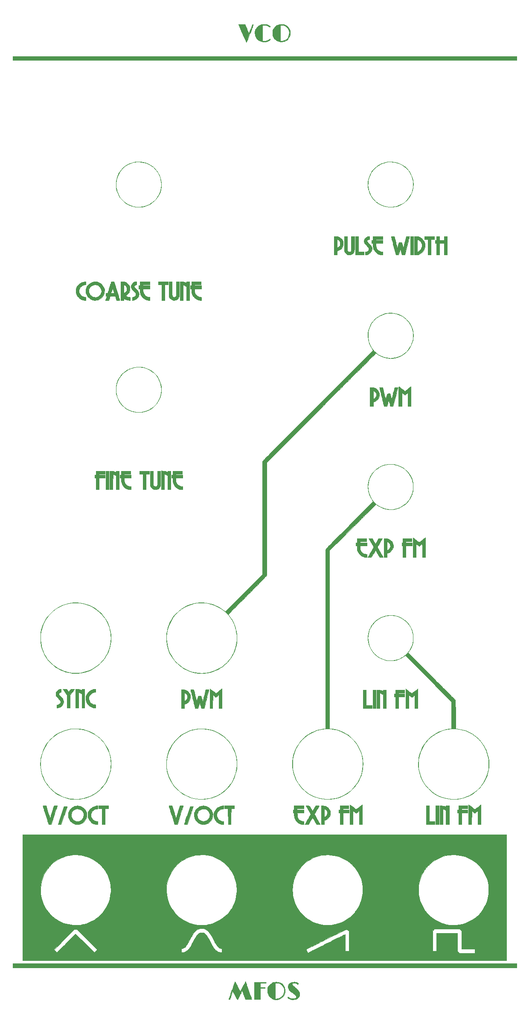
<source format=gbr>
%TF.GenerationSoftware,KiCad,Pcbnew,5.1.8-db9833491~88~ubuntu20.04.1*%
%TF.CreationDate,2020-12-01T11:04:47-05:00*%
%TF.ProjectId,mfos_vco_panel,6d666f73-5f76-4636-9f5f-70616e656c2e,rev?*%
%TF.SameCoordinates,Original*%
%TF.FileFunction,Legend,Top*%
%TF.FilePolarity,Positive*%
%FSLAX46Y46*%
G04 Gerber Fmt 4.6, Leading zero omitted, Abs format (unit mm)*
G04 Created by KiCad (PCBNEW 5.1.8-db9833491~88~ubuntu20.04.1) date 2020-12-01 11:04:47*
%MOMM*%
%LPD*%
G01*
G04 APERTURE LIST*
%ADD10C,0.010000*%
G04 APERTURE END LIST*
D10*
%TO.C,G\u002A\u002A\u002A*%
G36*
X126233096Y-178211238D02*
G01*
X126259540Y-178283695D01*
X126299147Y-178394697D01*
X126350312Y-178539600D01*
X126411429Y-178713761D01*
X126480894Y-178912536D01*
X126557103Y-179131283D01*
X126638451Y-179365358D01*
X126723332Y-179610120D01*
X126810143Y-179860923D01*
X126897278Y-180113127D01*
X126983133Y-180362086D01*
X127066104Y-180603159D01*
X127144585Y-180831702D01*
X127216972Y-181043073D01*
X127281660Y-181232627D01*
X127337044Y-181395723D01*
X127381520Y-181527717D01*
X127413483Y-181623966D01*
X127431328Y-181679826D01*
X127434600Y-181692200D01*
X127423929Y-181702320D01*
X127388744Y-181709885D01*
X127324287Y-181715084D01*
X127225796Y-181718101D01*
X127088514Y-181719125D01*
X126907681Y-181718341D01*
X126795244Y-181717286D01*
X126155888Y-181710500D01*
X125862512Y-180803002D01*
X125796166Y-180599690D01*
X125734121Y-180413223D01*
X125678181Y-180248752D01*
X125630154Y-180111429D01*
X125591843Y-180006403D01*
X125565054Y-179938827D01*
X125551594Y-179913852D01*
X125550918Y-179914002D01*
X125536257Y-179940286D01*
X125502183Y-180007392D01*
X125451159Y-180110290D01*
X125385646Y-180243951D01*
X125308106Y-180403348D01*
X125221000Y-180583452D01*
X125126791Y-180779235D01*
X125100423Y-180834200D01*
X125004540Y-181033940D01*
X124915030Y-181219901D01*
X124834374Y-181386962D01*
X124765056Y-181530003D01*
X124709557Y-181643906D01*
X124670360Y-181723550D01*
X124649948Y-181763815D01*
X124648022Y-181767204D01*
X124630470Y-181754129D01*
X124590192Y-181697661D01*
X124528130Y-181599357D01*
X124445222Y-181460773D01*
X124342411Y-181283468D01*
X124220636Y-181068998D01*
X124146105Y-180936099D01*
X123664310Y-180073690D01*
X123400945Y-180866695D01*
X123336157Y-181059475D01*
X123274664Y-181238110D01*
X123218675Y-181396515D01*
X123170397Y-181528601D01*
X123132039Y-181628284D01*
X123105810Y-181689476D01*
X123096665Y-181705352D01*
X123036065Y-181740112D01*
X122990925Y-181743452D01*
X122937980Y-181720113D01*
X122917608Y-181664933D01*
X122929921Y-181575983D01*
X122975027Y-181451332D01*
X123012288Y-181370090D01*
X123038499Y-181308373D01*
X123078841Y-181203293D01*
X123131589Y-181059753D01*
X123195020Y-180882653D01*
X123267410Y-180676894D01*
X123347034Y-180447377D01*
X123432168Y-180199001D01*
X123521089Y-179936669D01*
X123612072Y-179665281D01*
X123613170Y-179661987D01*
X123716632Y-179352124D01*
X123805480Y-179087352D01*
X123880882Y-178864477D01*
X123944005Y-178680303D01*
X123996016Y-178531636D01*
X124038083Y-178415279D01*
X124071374Y-178328038D01*
X124097054Y-178266719D01*
X124116293Y-178228125D01*
X124130256Y-178209062D01*
X124140113Y-178206334D01*
X124143712Y-178209867D01*
X124163446Y-178244426D01*
X124202803Y-178317628D01*
X124258316Y-178422868D01*
X124326517Y-178553538D01*
X124403941Y-178703033D01*
X124474580Y-178840300D01*
X124570525Y-179026999D01*
X124672432Y-179224820D01*
X124773759Y-179421096D01*
X124867965Y-179603162D01*
X124948507Y-179758351D01*
X124978457Y-179815865D01*
X125182559Y-180207231D01*
X125694833Y-179182932D01*
X125800432Y-178972896D01*
X125899310Y-178778368D01*
X125989148Y-178603756D01*
X126067628Y-178453466D01*
X126132430Y-178331907D01*
X126181237Y-178243486D01*
X126211728Y-178192612D01*
X126221418Y-178181967D01*
X126233096Y-178211238D01*
G37*
X126233096Y-178211238D02*
X126259540Y-178283695D01*
X126299147Y-178394697D01*
X126350312Y-178539600D01*
X126411429Y-178713761D01*
X126480894Y-178912536D01*
X126557103Y-179131283D01*
X126638451Y-179365358D01*
X126723332Y-179610120D01*
X126810143Y-179860923D01*
X126897278Y-180113127D01*
X126983133Y-180362086D01*
X127066104Y-180603159D01*
X127144585Y-180831702D01*
X127216972Y-181043073D01*
X127281660Y-181232627D01*
X127337044Y-181395723D01*
X127381520Y-181527717D01*
X127413483Y-181623966D01*
X127431328Y-181679826D01*
X127434600Y-181692200D01*
X127423929Y-181702320D01*
X127388744Y-181709885D01*
X127324287Y-181715084D01*
X127225796Y-181718101D01*
X127088514Y-181719125D01*
X126907681Y-181718341D01*
X126795244Y-181717286D01*
X126155888Y-181710500D01*
X125862512Y-180803002D01*
X125796166Y-180599690D01*
X125734121Y-180413223D01*
X125678181Y-180248752D01*
X125630154Y-180111429D01*
X125591843Y-180006403D01*
X125565054Y-179938827D01*
X125551594Y-179913852D01*
X125550918Y-179914002D01*
X125536257Y-179940286D01*
X125502183Y-180007392D01*
X125451159Y-180110290D01*
X125385646Y-180243951D01*
X125308106Y-180403348D01*
X125221000Y-180583452D01*
X125126791Y-180779235D01*
X125100423Y-180834200D01*
X125004540Y-181033940D01*
X124915030Y-181219901D01*
X124834374Y-181386962D01*
X124765056Y-181530003D01*
X124709557Y-181643906D01*
X124670360Y-181723550D01*
X124649948Y-181763815D01*
X124648022Y-181767204D01*
X124630470Y-181754129D01*
X124590192Y-181697661D01*
X124528130Y-181599357D01*
X124445222Y-181460773D01*
X124342411Y-181283468D01*
X124220636Y-181068998D01*
X124146105Y-180936099D01*
X123664310Y-180073690D01*
X123400945Y-180866695D01*
X123336157Y-181059475D01*
X123274664Y-181238110D01*
X123218675Y-181396515D01*
X123170397Y-181528601D01*
X123132039Y-181628284D01*
X123105810Y-181689476D01*
X123096665Y-181705352D01*
X123036065Y-181740112D01*
X122990925Y-181743452D01*
X122937980Y-181720113D01*
X122917608Y-181664933D01*
X122929921Y-181575983D01*
X122975027Y-181451332D01*
X123012288Y-181370090D01*
X123038499Y-181308373D01*
X123078841Y-181203293D01*
X123131589Y-181059753D01*
X123195020Y-180882653D01*
X123267410Y-180676894D01*
X123347034Y-180447377D01*
X123432168Y-180199001D01*
X123521089Y-179936669D01*
X123612072Y-179665281D01*
X123613170Y-179661987D01*
X123716632Y-179352124D01*
X123805480Y-179087352D01*
X123880882Y-178864477D01*
X123944005Y-178680303D01*
X123996016Y-178531636D01*
X124038083Y-178415279D01*
X124071374Y-178328038D01*
X124097054Y-178266719D01*
X124116293Y-178228125D01*
X124130256Y-178209062D01*
X124140113Y-178206334D01*
X124143712Y-178209867D01*
X124163446Y-178244426D01*
X124202803Y-178317628D01*
X124258316Y-178422868D01*
X124326517Y-178553538D01*
X124403941Y-178703033D01*
X124474580Y-178840300D01*
X124570525Y-179026999D01*
X124672432Y-179224820D01*
X124773759Y-179421096D01*
X124867965Y-179603162D01*
X124948507Y-179758351D01*
X124978457Y-179815865D01*
X125182559Y-180207231D01*
X125694833Y-179182932D01*
X125800432Y-178972896D01*
X125899310Y-178778368D01*
X125989148Y-178603756D01*
X126067628Y-178453466D01*
X126132430Y-178331907D01*
X126181237Y-178243486D01*
X126211728Y-178192612D01*
X126221418Y-178181967D01*
X126233096Y-178211238D01*
G36*
X132517031Y-178276007D02*
G01*
X132695518Y-178294456D01*
X132776285Y-178309192D01*
X133052064Y-178395021D01*
X133302396Y-178523434D01*
X133524061Y-178691332D01*
X133713842Y-178895620D01*
X133868519Y-179133201D01*
X133984875Y-179400980D01*
X134016112Y-179501844D01*
X134065953Y-179766145D01*
X134075792Y-180046763D01*
X134046945Y-180330468D01*
X133980730Y-180604027D01*
X133882180Y-180846900D01*
X133733430Y-181087169D01*
X133548682Y-181294392D01*
X133332311Y-181466356D01*
X133088690Y-181600848D01*
X132822196Y-181695655D01*
X132537201Y-181748565D01*
X132238082Y-181757363D01*
X132103378Y-181746719D01*
X131819845Y-181694424D01*
X131564701Y-181602461D01*
X131503965Y-181567388D01*
X132082410Y-181567388D01*
X132152455Y-181579014D01*
X132234284Y-181584427D01*
X132349160Y-181581758D01*
X132480214Y-181572366D01*
X132610578Y-181557609D01*
X132723382Y-181538846D01*
X132762235Y-181529899D01*
X132996436Y-181444641D01*
X133217770Y-181317273D01*
X133417135Y-181155186D01*
X133585428Y-180965774D01*
X133712782Y-180758000D01*
X133815776Y-180492697D01*
X133873099Y-180219871D01*
X133885634Y-179945630D01*
X133854267Y-179676086D01*
X133779882Y-179417350D01*
X133663363Y-179175531D01*
X133505596Y-178956742D01*
X133442046Y-178888005D01*
X133234993Y-178709953D01*
X133009947Y-178578846D01*
X132764924Y-178493908D01*
X132497938Y-178454360D01*
X132328824Y-178452018D01*
X132095500Y-178459300D01*
X132082410Y-181567388D01*
X131503965Y-181567388D01*
X131330833Y-181467412D01*
X131111126Y-181285854D01*
X131078478Y-181253925D01*
X130886191Y-181028014D01*
X130739283Y-180779661D01*
X130638257Y-180509757D01*
X130620573Y-180440500D01*
X130594886Y-180285407D01*
X130581206Y-180103767D01*
X130579527Y-179913270D01*
X130589841Y-179731605D01*
X130612144Y-179576464D01*
X130620895Y-179538800D01*
X130715671Y-179272157D01*
X130853311Y-179027284D01*
X131028887Y-178808731D01*
X131237468Y-178621049D01*
X131474128Y-178468786D01*
X131733936Y-178356492D01*
X131966814Y-178296318D01*
X132131329Y-178276598D01*
X132321851Y-178269941D01*
X132517031Y-178276007D01*
G37*
X132517031Y-178276007D02*
X132695518Y-178294456D01*
X132776285Y-178309192D01*
X133052064Y-178395021D01*
X133302396Y-178523434D01*
X133524061Y-178691332D01*
X133713842Y-178895620D01*
X133868519Y-179133201D01*
X133984875Y-179400980D01*
X134016112Y-179501844D01*
X134065953Y-179766145D01*
X134075792Y-180046763D01*
X134046945Y-180330468D01*
X133980730Y-180604027D01*
X133882180Y-180846900D01*
X133733430Y-181087169D01*
X133548682Y-181294392D01*
X133332311Y-181466356D01*
X133088690Y-181600848D01*
X132822196Y-181695655D01*
X132537201Y-181748565D01*
X132238082Y-181757363D01*
X132103378Y-181746719D01*
X131819845Y-181694424D01*
X131564701Y-181602461D01*
X131503965Y-181567388D01*
X132082410Y-181567388D01*
X132152455Y-181579014D01*
X132234284Y-181584427D01*
X132349160Y-181581758D01*
X132480214Y-181572366D01*
X132610578Y-181557609D01*
X132723382Y-181538846D01*
X132762235Y-181529899D01*
X132996436Y-181444641D01*
X133217770Y-181317273D01*
X133417135Y-181155186D01*
X133585428Y-180965774D01*
X133712782Y-180758000D01*
X133815776Y-180492697D01*
X133873099Y-180219871D01*
X133885634Y-179945630D01*
X133854267Y-179676086D01*
X133779882Y-179417350D01*
X133663363Y-179175531D01*
X133505596Y-178956742D01*
X133442046Y-178888005D01*
X133234993Y-178709953D01*
X133009947Y-178578846D01*
X132764924Y-178493908D01*
X132497938Y-178454360D01*
X132328824Y-178452018D01*
X132095500Y-178459300D01*
X132082410Y-181567388D01*
X131503965Y-181567388D01*
X131330833Y-181467412D01*
X131111126Y-181285854D01*
X131078478Y-181253925D01*
X130886191Y-181028014D01*
X130739283Y-180779661D01*
X130638257Y-180509757D01*
X130620573Y-180440500D01*
X130594886Y-180285407D01*
X130581206Y-180103767D01*
X130579527Y-179913270D01*
X130589841Y-179731605D01*
X130612144Y-179576464D01*
X130620895Y-179538800D01*
X130715671Y-179272157D01*
X130853311Y-179027284D01*
X131028887Y-178808731D01*
X131237468Y-178621049D01*
X131474128Y-178468786D01*
X131733936Y-178356492D01*
X131966814Y-178296318D01*
X132131329Y-178276598D01*
X132321851Y-178269941D01*
X132517031Y-178276007D01*
G36*
X136123905Y-178293983D02*
G01*
X136343786Y-178351970D01*
X136483836Y-178411214D01*
X136591473Y-178469435D01*
X136659034Y-178518622D01*
X136694417Y-178566446D01*
X136705520Y-178620578D01*
X136705600Y-178626625D01*
X136690614Y-178691753D01*
X136646163Y-178716007D01*
X136572999Y-178699343D01*
X136471878Y-178641719D01*
X136469276Y-178639944D01*
X136336907Y-178559779D01*
X136205791Y-178505537D01*
X136059306Y-178472073D01*
X135880828Y-178454242D01*
X135866710Y-178453446D01*
X135753486Y-178448044D01*
X135678098Y-178448080D01*
X135627686Y-178455767D01*
X135589389Y-178473323D01*
X135550344Y-178502963D01*
X135542860Y-178509234D01*
X135486108Y-178568362D01*
X135463407Y-178631100D01*
X135461000Y-178673646D01*
X135467366Y-178732587D01*
X135489187Y-178792854D01*
X135530544Y-178859228D01*
X135595517Y-178936489D01*
X135688188Y-179029419D01*
X135812638Y-179142798D01*
X135972949Y-179281407D01*
X135997917Y-179302615D01*
X136229663Y-179503349D01*
X136422639Y-179680267D01*
X136580534Y-179837444D01*
X136707036Y-179978956D01*
X136805835Y-180108881D01*
X136880617Y-180231293D01*
X136926645Y-180329025D01*
X136951709Y-180410849D01*
X136966320Y-180514295D01*
X136972063Y-180652069D01*
X136972300Y-180695034D01*
X136971017Y-180816138D01*
X136964994Y-180903085D01*
X136950967Y-180972494D01*
X136925671Y-181040985D01*
X136889137Y-181118495D01*
X136769332Y-181305900D01*
X136611266Y-181463295D01*
X136418863Y-181588971D01*
X136196051Y-181681216D01*
X135946755Y-181738320D01*
X135674901Y-181758573D01*
X135445859Y-181747301D01*
X135156394Y-181695228D01*
X134888947Y-181600722D01*
X134827327Y-181571176D01*
X134696991Y-181494416D01*
X134614717Y-181419670D01*
X134577989Y-181344222D01*
X134576407Y-181300395D01*
X134600921Y-181239701D01*
X134652571Y-181218282D01*
X134726069Y-181236308D01*
X134814642Y-181292760D01*
X135018986Y-181425986D01*
X135245210Y-181516042D01*
X135496785Y-181564059D01*
X135676900Y-181573264D01*
X135874399Y-181560190D01*
X136036467Y-181521800D01*
X136160966Y-181461215D01*
X136245755Y-181381554D01*
X136288697Y-181285935D01*
X136287652Y-181177478D01*
X136240481Y-181059303D01*
X136145045Y-180934528D01*
X136127357Y-180916357D01*
X136077759Y-180870666D01*
X135995859Y-180799689D01*
X135889149Y-180709722D01*
X135765119Y-180607057D01*
X135631262Y-180497988D01*
X135585381Y-180460997D01*
X135373175Y-180287208D01*
X135198726Y-180136730D01*
X135057431Y-180004832D01*
X134944688Y-179886784D01*
X134855894Y-179777855D01*
X134786447Y-179673315D01*
X134745844Y-179598114D01*
X134705387Y-179511826D01*
X134680370Y-179441733D01*
X134667204Y-179370118D01*
X134662300Y-179279262D01*
X134661901Y-179183734D01*
X134671457Y-179009531D01*
X134702220Y-178868980D01*
X134759770Y-178747392D01*
X134849682Y-178630085D01*
X134887527Y-178589686D01*
X135038075Y-178468883D01*
X135223001Y-178375327D01*
X135433176Y-178310038D01*
X135659471Y-178274037D01*
X135892757Y-178268346D01*
X136123905Y-178293983D01*
G37*
X136123905Y-178293983D02*
X136343786Y-178351970D01*
X136483836Y-178411214D01*
X136591473Y-178469435D01*
X136659034Y-178518622D01*
X136694417Y-178566446D01*
X136705520Y-178620578D01*
X136705600Y-178626625D01*
X136690614Y-178691753D01*
X136646163Y-178716007D01*
X136572999Y-178699343D01*
X136471878Y-178641719D01*
X136469276Y-178639944D01*
X136336907Y-178559779D01*
X136205791Y-178505537D01*
X136059306Y-178472073D01*
X135880828Y-178454242D01*
X135866710Y-178453446D01*
X135753486Y-178448044D01*
X135678098Y-178448080D01*
X135627686Y-178455767D01*
X135589389Y-178473323D01*
X135550344Y-178502963D01*
X135542860Y-178509234D01*
X135486108Y-178568362D01*
X135463407Y-178631100D01*
X135461000Y-178673646D01*
X135467366Y-178732587D01*
X135489187Y-178792854D01*
X135530544Y-178859228D01*
X135595517Y-178936489D01*
X135688188Y-179029419D01*
X135812638Y-179142798D01*
X135972949Y-179281407D01*
X135997917Y-179302615D01*
X136229663Y-179503349D01*
X136422639Y-179680267D01*
X136580534Y-179837444D01*
X136707036Y-179978956D01*
X136805835Y-180108881D01*
X136880617Y-180231293D01*
X136926645Y-180329025D01*
X136951709Y-180410849D01*
X136966320Y-180514295D01*
X136972063Y-180652069D01*
X136972300Y-180695034D01*
X136971017Y-180816138D01*
X136964994Y-180903085D01*
X136950967Y-180972494D01*
X136925671Y-181040985D01*
X136889137Y-181118495D01*
X136769332Y-181305900D01*
X136611266Y-181463295D01*
X136418863Y-181588971D01*
X136196051Y-181681216D01*
X135946755Y-181738320D01*
X135674901Y-181758573D01*
X135445859Y-181747301D01*
X135156394Y-181695228D01*
X134888947Y-181600722D01*
X134827327Y-181571176D01*
X134696991Y-181494416D01*
X134614717Y-181419670D01*
X134577989Y-181344222D01*
X134576407Y-181300395D01*
X134600921Y-181239701D01*
X134652571Y-181218282D01*
X134726069Y-181236308D01*
X134814642Y-181292760D01*
X135018986Y-181425986D01*
X135245210Y-181516042D01*
X135496785Y-181564059D01*
X135676900Y-181573264D01*
X135874399Y-181560190D01*
X136036467Y-181521800D01*
X136160966Y-181461215D01*
X136245755Y-181381554D01*
X136288697Y-181285935D01*
X136287652Y-181177478D01*
X136240481Y-181059303D01*
X136145045Y-180934528D01*
X136127357Y-180916357D01*
X136077759Y-180870666D01*
X135995859Y-180799689D01*
X135889149Y-180709722D01*
X135765119Y-180607057D01*
X135631262Y-180497988D01*
X135585381Y-180460997D01*
X135373175Y-180287208D01*
X135198726Y-180136730D01*
X135057431Y-180004832D01*
X134944688Y-179886784D01*
X134855894Y-179777855D01*
X134786447Y-179673315D01*
X134745844Y-179598114D01*
X134705387Y-179511826D01*
X134680370Y-179441733D01*
X134667204Y-179370118D01*
X134662300Y-179279262D01*
X134661901Y-179183734D01*
X134671457Y-179009531D01*
X134702220Y-178868980D01*
X134759770Y-178747392D01*
X134849682Y-178630085D01*
X134887527Y-178589686D01*
X135038075Y-178468883D01*
X135223001Y-178375327D01*
X135433176Y-178310038D01*
X135659471Y-178274037D01*
X135892757Y-178268346D01*
X136123905Y-178293983D01*
G36*
X129356492Y-178294272D02*
G01*
X129581150Y-178294616D01*
X129764142Y-178295425D01*
X129910033Y-178296891D01*
X130023390Y-178299206D01*
X130108779Y-178302562D01*
X130170767Y-178307151D01*
X130213921Y-178313166D01*
X130242806Y-178320799D01*
X130261989Y-178330242D01*
X130276037Y-178341687D01*
X130278823Y-178344423D01*
X130311455Y-178395037D01*
X130313935Y-178434029D01*
X130282651Y-178479055D01*
X130226631Y-178502416D01*
X130137628Y-178505915D01*
X130033825Y-178495165D01*
X129937794Y-178486140D01*
X129808014Y-178479817D01*
X129661491Y-178476771D01*
X129515231Y-178477581D01*
X129515059Y-178477584D01*
X129174500Y-178484700D01*
X129167535Y-178910150D01*
X129160571Y-179335600D01*
X129587905Y-179335600D01*
X129768596Y-179337087D01*
X129901744Y-179341689D01*
X129990521Y-179349618D01*
X130038103Y-179361084D01*
X130045720Y-179366080D01*
X130073238Y-179418627D01*
X130068242Y-179472799D01*
X130035842Y-179505081D01*
X129997628Y-179510504D01*
X129918217Y-179515454D01*
X129807214Y-179519541D01*
X129674222Y-179522375D01*
X129584992Y-179523333D01*
X129174500Y-179526100D01*
X129161260Y-181723200D01*
X127942600Y-181723200D01*
X127942600Y-178294200D01*
X129085600Y-178294200D01*
X129356492Y-178294272D01*
G37*
X129356492Y-178294272D02*
X129581150Y-178294616D01*
X129764142Y-178295425D01*
X129910033Y-178296891D01*
X130023390Y-178299206D01*
X130108779Y-178302562D01*
X130170767Y-178307151D01*
X130213921Y-178313166D01*
X130242806Y-178320799D01*
X130261989Y-178330242D01*
X130276037Y-178341687D01*
X130278823Y-178344423D01*
X130311455Y-178395037D01*
X130313935Y-178434029D01*
X130282651Y-178479055D01*
X130226631Y-178502416D01*
X130137628Y-178505915D01*
X130033825Y-178495165D01*
X129937794Y-178486140D01*
X129808014Y-178479817D01*
X129661491Y-178476771D01*
X129515231Y-178477581D01*
X129515059Y-178477584D01*
X129174500Y-178484700D01*
X129167535Y-178910150D01*
X129160571Y-179335600D01*
X129587905Y-179335600D01*
X129768596Y-179337087D01*
X129901744Y-179341689D01*
X129990521Y-179349618D01*
X130038103Y-179361084D01*
X130045720Y-179366080D01*
X130073238Y-179418627D01*
X130068242Y-179472799D01*
X130035842Y-179505081D01*
X129997628Y-179510504D01*
X129918217Y-179515454D01*
X129807214Y-179519541D01*
X129674222Y-179522375D01*
X129584992Y-179523333D01*
X129174500Y-179526100D01*
X129161260Y-181723200D01*
X127942600Y-181723200D01*
X127942600Y-178294200D01*
X129085600Y-178294200D01*
X129356492Y-178294272D01*
G36*
X180012600Y-175398600D02*
G01*
X80012800Y-175398600D01*
X80012800Y-174611200D01*
X180012600Y-174611200D01*
X180012600Y-175398600D01*
G37*
X180012600Y-175398600D02*
X80012800Y-175398600D01*
X80012800Y-174611200D01*
X180012600Y-174611200D01*
X180012600Y-175398600D01*
G36*
X178006000Y-174001600D02*
G01*
X82019400Y-174001600D01*
X82019400Y-171867605D01*
X88230214Y-171867605D01*
X88496203Y-172134502D01*
X88591373Y-172228337D01*
X88675055Y-172307734D01*
X88740301Y-172366338D01*
X88780163Y-172397794D01*
X88787981Y-172401400D01*
X88809126Y-172383808D01*
X88863728Y-172332617D01*
X88949378Y-172250202D01*
X89063666Y-172138940D01*
X89204183Y-172001207D01*
X89368520Y-171839378D01*
X89554267Y-171655831D01*
X89759014Y-171452940D01*
X89980353Y-171233082D01*
X90215874Y-170998633D01*
X90463168Y-170751969D01*
X90661706Y-170553593D01*
X92509643Y-168705786D01*
X96230537Y-172426680D01*
X96509917Y-172147299D01*
X96789298Y-171867919D01*
X96569759Y-171648366D01*
X113515400Y-171648366D01*
X113515400Y-172426800D01*
X113610650Y-172426358D01*
X113685285Y-172420795D01*
X113786440Y-172406704D01*
X113883700Y-172388818D01*
X114125796Y-172315133D01*
X114369298Y-172197329D01*
X114605310Y-172041031D01*
X114824936Y-171851864D01*
X114959208Y-171708698D01*
X115044206Y-171607185D01*
X115123007Y-171506983D01*
X115198848Y-171402732D01*
X115274966Y-171289068D01*
X115354600Y-171160630D01*
X115440988Y-171012057D01*
X115537367Y-170837986D01*
X115646975Y-170633055D01*
X115773051Y-170391902D01*
X115882974Y-170178964D01*
X116049119Y-169861166D01*
X116198917Y-169586754D01*
X116335063Y-169352020D01*
X116460249Y-169153252D01*
X116577170Y-168986741D01*
X116688519Y-168848778D01*
X116796989Y-168735651D01*
X116905275Y-168643651D01*
X117016070Y-168569069D01*
X117076061Y-168535680D01*
X117151937Y-168497847D01*
X117214623Y-168473552D01*
X117279381Y-168459800D01*
X117361474Y-168453599D01*
X117476164Y-168451957D01*
X117503200Y-168451913D01*
X117629865Y-168453240D01*
X117721207Y-168459177D01*
X117792660Y-168472297D01*
X117859658Y-168495170D01*
X117917878Y-168521027D01*
X118065714Y-168610878D01*
X118222442Y-168743811D01*
X118383001Y-168914065D01*
X118542329Y-169115875D01*
X118695367Y-169343479D01*
X118804923Y-169531200D01*
X118840147Y-169596887D01*
X118894639Y-169700214D01*
X118964458Y-169833627D01*
X119045664Y-169989577D01*
X119134318Y-170160513D01*
X119226481Y-170338883D01*
X119239641Y-170364408D01*
X119389491Y-170651006D01*
X119522854Y-170896599D01*
X119643224Y-171106887D01*
X119754095Y-171287570D01*
X119858962Y-171444347D01*
X119961320Y-171582920D01*
X120062201Y-171706131D01*
X120219057Y-171870489D01*
X120395677Y-172025701D01*
X120574667Y-172157065D01*
X120652800Y-172205317D01*
X120799872Y-172275972D01*
X120975957Y-172339242D01*
X121159271Y-172388359D01*
X121328031Y-172416560D01*
X121335281Y-172417261D01*
X121516400Y-172434094D01*
X121516400Y-171778972D01*
X138234621Y-171778972D01*
X138241557Y-171803695D01*
X138267795Y-171863625D01*
X138308494Y-171949274D01*
X138358810Y-172051153D01*
X138413903Y-172159775D01*
X138468929Y-172265650D01*
X138519047Y-172359290D01*
X138559414Y-172431208D01*
X138585189Y-172471914D01*
X138591148Y-172477600D01*
X138615639Y-172466429D01*
X138683150Y-172433714D01*
X138791278Y-172380651D01*
X138937617Y-172308437D01*
X139119763Y-172218266D01*
X139335310Y-172111336D01*
X139581853Y-171988843D01*
X139856988Y-171851983D01*
X140158311Y-171701951D01*
X140483414Y-171539944D01*
X140829895Y-171367159D01*
X141195348Y-171184790D01*
X141577369Y-170994035D01*
X141973551Y-170796090D01*
X142293600Y-170636100D01*
X142699126Y-170433371D01*
X143092308Y-170236890D01*
X143470745Y-170047851D01*
X143832037Y-169867451D01*
X144173787Y-169696885D01*
X144493594Y-169537348D01*
X144789059Y-169390036D01*
X145057782Y-169256145D01*
X145297365Y-169136869D01*
X145505408Y-169033406D01*
X145679512Y-168946950D01*
X145817278Y-168878696D01*
X145916306Y-168829841D01*
X145974196Y-168801579D01*
X145989265Y-168794600D01*
X145991443Y-168819302D01*
X145993503Y-168890618D01*
X145995414Y-169004363D01*
X145997144Y-169156350D01*
X145998661Y-169342394D01*
X145999933Y-169558309D01*
X146000928Y-169799909D01*
X146001616Y-170063008D01*
X146001963Y-170343421D01*
X146002000Y-170471000D01*
X146002000Y-172147400D01*
X146789705Y-172147400D01*
X146783202Y-170136263D01*
X146776700Y-168125126D01*
X146772753Y-168122694D01*
X163324800Y-168122694D01*
X163324800Y-172147400D01*
X164112200Y-172147400D01*
X164112200Y-168540600D01*
X168303200Y-168540600D01*
X168303200Y-172133576D01*
X168695708Y-172528400D01*
X171706800Y-172528400D01*
X171706800Y-171741000D01*
X169116000Y-171741000D01*
X169116000Y-168148023D01*
X168919745Y-167950611D01*
X168723491Y-167753200D01*
X163691828Y-167753200D01*
X163324800Y-168122694D01*
X146772753Y-168122694D01*
X146499132Y-167954106D01*
X146221564Y-167783085D01*
X142231932Y-169777520D01*
X141809672Y-169988628D01*
X141399729Y-170193612D01*
X141004403Y-170391322D01*
X140625997Y-170580604D01*
X140266812Y-170760307D01*
X139929149Y-170929277D01*
X139615311Y-171086364D01*
X139327597Y-171230413D01*
X139068310Y-171360273D01*
X138839752Y-171474792D01*
X138644223Y-171572817D01*
X138484025Y-171653196D01*
X138361460Y-171714777D01*
X138278829Y-171756407D01*
X138238433Y-171776933D01*
X138234621Y-171778972D01*
X121516400Y-171778972D01*
X121516400Y-171648366D01*
X121359254Y-171619142D01*
X121148682Y-171558385D01*
X120958356Y-171456156D01*
X120786464Y-171314629D01*
X120706397Y-171233805D01*
X120630792Y-171149777D01*
X120556774Y-171057928D01*
X120481468Y-170953640D01*
X120401999Y-170832294D01*
X120315493Y-170689273D01*
X120219075Y-170519959D01*
X120109870Y-170319734D01*
X119985004Y-170083980D01*
X119841602Y-169808078D01*
X119807618Y-169742188D01*
X119643168Y-169427926D01*
X119494905Y-169155982D01*
X119359636Y-168921714D01*
X119234171Y-168720480D01*
X119115319Y-168547640D01*
X118999887Y-168398552D01*
X118884686Y-168268574D01*
X118766523Y-168153066D01*
X118642507Y-168047623D01*
X118392195Y-167874998D01*
X118134294Y-167751354D01*
X117863938Y-167674944D01*
X117576265Y-167644022D01*
X117515900Y-167643143D01*
X117227307Y-167665184D01*
X116953295Y-167731912D01*
X116692523Y-167844233D01*
X116443649Y-168003053D01*
X116205334Y-168209279D01*
X115976235Y-168463817D01*
X115755013Y-168767572D01*
X115680557Y-168883500D01*
X115632685Y-168964428D01*
X115566149Y-169082811D01*
X115485205Y-169230768D01*
X115394110Y-169400418D01*
X115297119Y-169583879D01*
X115198488Y-169773272D01*
X115166167Y-169836000D01*
X115023884Y-170111107D01*
X114900366Y-170345278D01*
X114792480Y-170543416D01*
X114697096Y-170710423D01*
X114611080Y-170851203D01*
X114531303Y-170970657D01*
X114454631Y-171073689D01*
X114377933Y-171165201D01*
X114298078Y-171250096D01*
X114211933Y-171333276D01*
X114206554Y-171338266D01*
X114038297Y-171472264D01*
X113865247Y-171563420D01*
X113673634Y-171618892D01*
X113662831Y-171620948D01*
X113515400Y-171648366D01*
X96569759Y-171648366D01*
X94782859Y-169861359D01*
X92776420Y-167854800D01*
X92242779Y-167854800D01*
X90236497Y-169861202D01*
X88230214Y-171867605D01*
X82019400Y-171867605D01*
X82019400Y-160161284D01*
X85530977Y-160161284D01*
X85568652Y-160741000D01*
X85653823Y-161316280D01*
X85786274Y-161883266D01*
X85965788Y-162438102D01*
X86140220Y-162864146D01*
X86403218Y-163388189D01*
X86708986Y-163887034D01*
X87054900Y-164357947D01*
X87438335Y-164798194D01*
X87856668Y-165205041D01*
X88307275Y-165575753D01*
X88787534Y-165907596D01*
X89294819Y-166197836D01*
X89381044Y-166241591D01*
X89800117Y-166436161D01*
X90213666Y-166597761D01*
X90632016Y-166729202D01*
X91065495Y-166833296D01*
X91524428Y-166912855D01*
X92019143Y-166970693D01*
X92077800Y-166975991D01*
X92185086Y-166981264D01*
X92331424Y-166982620D01*
X92505249Y-166980474D01*
X92694998Y-166975242D01*
X92889106Y-166967338D01*
X93076010Y-166957179D01*
X93244146Y-166945179D01*
X93381950Y-166931754D01*
X93411300Y-166928093D01*
X94003042Y-166824657D01*
X94576943Y-166673876D01*
X95131508Y-166476506D01*
X95665239Y-166233300D01*
X96176640Y-165945012D01*
X96664215Y-165612398D01*
X97126468Y-165236212D01*
X97527619Y-164852770D01*
X97928574Y-164404512D01*
X98284672Y-163932461D01*
X98595755Y-163436963D01*
X98861666Y-162918361D01*
X99082247Y-162377001D01*
X99257340Y-161813226D01*
X99386787Y-161227382D01*
X99470432Y-160619812D01*
X99472054Y-160603100D01*
X99483625Y-160429069D01*
X99489380Y-160219557D01*
X99489659Y-159987733D01*
X99486614Y-159836729D01*
X110529470Y-159836729D01*
X110540304Y-160417183D01*
X110599754Y-160998291D01*
X110708350Y-161577272D01*
X110865904Y-162149092D01*
X111066457Y-162691907D01*
X111313706Y-163218202D01*
X111605052Y-163723741D01*
X111937897Y-164204289D01*
X112309644Y-164655610D01*
X112574063Y-164934433D01*
X113015917Y-165339690D01*
X113485565Y-165702834D01*
X113981166Y-166023010D01*
X114500876Y-166299362D01*
X115042850Y-166531036D01*
X115605246Y-166717176D01*
X116186220Y-166856928D01*
X116783928Y-166949435D01*
X116954772Y-166966821D01*
X117113108Y-166976236D01*
X117308441Y-166980279D01*
X117527288Y-166979310D01*
X117756170Y-166973688D01*
X117981607Y-166963773D01*
X118190119Y-166949924D01*
X118368224Y-166932501D01*
X118401999Y-166928223D01*
X118991190Y-166824819D01*
X119562012Y-166675174D01*
X120112403Y-166481075D01*
X120640303Y-166244309D01*
X121143651Y-165966664D01*
X121620384Y-165649927D01*
X122068441Y-165295885D01*
X122485761Y-164906325D01*
X122870284Y-164483036D01*
X123219946Y-164027803D01*
X123532688Y-163542416D01*
X123806448Y-163028660D01*
X124039164Y-162488324D01*
X124228775Y-161923194D01*
X124246686Y-161860400D01*
X124365479Y-161352836D01*
X124445364Y-160821472D01*
X124485879Y-160275711D01*
X124486268Y-159961490D01*
X135539201Y-159961490D01*
X135543717Y-160216947D01*
X135553548Y-160470331D01*
X135568350Y-160709530D01*
X135587781Y-160922428D01*
X135611498Y-161096913D01*
X135611751Y-161098400D01*
X135738484Y-161695724D01*
X135910225Y-162271552D01*
X136126038Y-162824259D01*
X136384987Y-163352218D01*
X136686136Y-163853805D01*
X137028550Y-164327394D01*
X137411292Y-164771360D01*
X137833429Y-165184078D01*
X138090494Y-165404054D01*
X138564581Y-165760329D01*
X139056870Y-166070592D01*
X139569047Y-166335509D01*
X140102797Y-166555747D01*
X140659806Y-166731973D01*
X141241758Y-166864852D01*
X141850339Y-166955052D01*
X142065000Y-166976236D01*
X142189317Y-166982355D01*
X142352423Y-166983557D01*
X142542599Y-166980347D01*
X142748122Y-166973232D01*
X142957274Y-166962717D01*
X143158334Y-166949308D01*
X143339580Y-166933512D01*
X143489294Y-166915835D01*
X143500100Y-166914275D01*
X144083783Y-166803027D01*
X144656012Y-166643182D01*
X145213098Y-166436348D01*
X145751356Y-166184130D01*
X146267098Y-165888135D01*
X146756637Y-165549970D01*
X146916400Y-165425719D01*
X147077053Y-165289217D01*
X147256913Y-165123291D01*
X147444799Y-164939225D01*
X147629527Y-164748303D01*
X147799917Y-164561809D01*
X147944785Y-164391026D01*
X147957635Y-164375000D01*
X148296271Y-163912129D01*
X148598563Y-163420786D01*
X148860746Y-162908211D01*
X149079060Y-162381649D01*
X149225935Y-161933316D01*
X149332455Y-161519901D01*
X149409890Y-161115707D01*
X149460288Y-160705567D01*
X149485699Y-160274316D01*
X149489796Y-159980800D01*
X149485773Y-159884922D01*
X160542055Y-159884922D01*
X160542507Y-160137898D01*
X160547879Y-160385165D01*
X160558167Y-160615468D01*
X160573369Y-160817554D01*
X160590144Y-160958700D01*
X160700168Y-161546648D01*
X160851841Y-162107830D01*
X161046789Y-162646762D01*
X161286635Y-163167962D01*
X161559784Y-163654431D01*
X161841134Y-164073673D01*
X162164415Y-164484138D01*
X162520846Y-164876485D01*
X162901648Y-165241373D01*
X163298039Y-165569459D01*
X163496102Y-165714518D01*
X163995173Y-166033776D01*
X164516190Y-166308487D01*
X165055996Y-166537786D01*
X165611433Y-166720806D01*
X166179344Y-166856681D01*
X166756571Y-166944545D01*
X167339958Y-166983531D01*
X167926346Y-166972773D01*
X168050472Y-166964041D01*
X168639747Y-166892370D01*
X169214311Y-166773234D01*
X169771852Y-166608345D01*
X170310060Y-166399416D01*
X170826622Y-166148157D01*
X171319229Y-165856281D01*
X171785567Y-165525497D01*
X172223326Y-165157519D01*
X172630195Y-164754058D01*
X173003863Y-164316824D01*
X173342017Y-163847530D01*
X173642347Y-163347888D01*
X173902542Y-162819608D01*
X174016499Y-162546200D01*
X174162407Y-162138425D01*
X174281430Y-161723797D01*
X174377372Y-161287623D01*
X174440858Y-160907900D01*
X174461058Y-160727680D01*
X174475589Y-160509406D01*
X174484450Y-160265508D01*
X174487639Y-160008415D01*
X174485154Y-159750557D01*
X174476993Y-159504362D01*
X174463153Y-159282260D01*
X174443634Y-159096680D01*
X174441150Y-159079100D01*
X174328889Y-158476999D01*
X174170886Y-157895554D01*
X173967808Y-157336102D01*
X173720323Y-156799978D01*
X173429098Y-156288521D01*
X173094800Y-155803067D01*
X172718098Y-155344953D01*
X172421825Y-155033618D01*
X171980884Y-154632327D01*
X171512166Y-154273386D01*
X171016723Y-153957314D01*
X170495601Y-153684632D01*
X169949851Y-153455860D01*
X169380521Y-153271516D01*
X168788661Y-153132121D01*
X168474618Y-153077918D01*
X168313247Y-153059337D01*
X168112374Y-153045473D01*
X167883077Y-153036306D01*
X167636433Y-153031814D01*
X167383519Y-153031979D01*
X167135412Y-153036779D01*
X166903188Y-153046194D01*
X166697926Y-153060205D01*
X166530702Y-153078790D01*
X166512500Y-153081516D01*
X165916584Y-153198989D01*
X165340420Y-153362513D01*
X164785919Y-153570765D01*
X164254994Y-153822422D01*
X163749557Y-154116162D01*
X163271520Y-154450663D01*
X162822794Y-154824602D01*
X162405292Y-155236658D01*
X162020926Y-155685507D01*
X161671608Y-156169829D01*
X161397949Y-156618567D01*
X161165091Y-157078969D01*
X160963205Y-157574593D01*
X160794512Y-158098778D01*
X160661237Y-158644864D01*
X160589522Y-159041000D01*
X160570257Y-159204276D01*
X160555926Y-159406857D01*
X160546527Y-159637491D01*
X160542055Y-159884922D01*
X149485773Y-159884922D01*
X149464518Y-159378509D01*
X149390677Y-158790498D01*
X149268815Y-158218032D01*
X149099473Y-157662377D01*
X148883193Y-157124798D01*
X148620517Y-156606561D01*
X148311986Y-156108932D01*
X147958142Y-155633176D01*
X147559527Y-155180560D01*
X147341472Y-154961267D01*
X146897368Y-154566744D01*
X146426744Y-154215051D01*
X145931647Y-153907007D01*
X145414123Y-153643436D01*
X144876218Y-153425159D01*
X144319980Y-153252997D01*
X143747454Y-153127772D01*
X143160686Y-153050305D01*
X142561724Y-153021419D01*
X142509344Y-153021230D01*
X141908252Y-153045904D01*
X141319505Y-153119710D01*
X140744377Y-153242199D01*
X140184142Y-153412923D01*
X139640075Y-153631435D01*
X139113450Y-153897287D01*
X138605541Y-154210032D01*
X138128000Y-154560928D01*
X137996953Y-154671671D01*
X137843402Y-154811444D01*
X137677361Y-154970246D01*
X137508843Y-155138079D01*
X137347863Y-155304941D01*
X137204433Y-155460835D01*
X137088567Y-155595759D01*
X137075441Y-155612000D01*
X136817266Y-155958810D01*
X136569329Y-156338837D01*
X136341044Y-156736093D01*
X136141824Y-157134587D01*
X136036199Y-157377300D01*
X135890926Y-157774551D01*
X135764829Y-158202604D01*
X135662298Y-158643661D01*
X135587725Y-159079923D01*
X135560966Y-159303828D01*
X135547482Y-159492817D01*
X135540342Y-159716076D01*
X135539201Y-159961490D01*
X124486268Y-159961490D01*
X124486562Y-159724957D01*
X124446952Y-159178615D01*
X124396430Y-158812400D01*
X124279833Y-158262804D01*
X124114103Y-157718480D01*
X123900880Y-157183099D01*
X123641807Y-156660336D01*
X123338525Y-156153865D01*
X122992676Y-155667359D01*
X122989156Y-155662800D01*
X122872940Y-155521843D01*
X122726476Y-155358789D01*
X122559314Y-155183110D01*
X122381005Y-155004281D01*
X122201098Y-154831776D01*
X122029142Y-154675070D01*
X121874689Y-154543636D01*
X121808500Y-154491489D01*
X121304658Y-154137112D01*
X120788947Y-153832041D01*
X120260583Y-153576009D01*
X119718782Y-153368748D01*
X119162760Y-153209988D01*
X118591733Y-153099461D01*
X118004917Y-153036899D01*
X117515899Y-153021200D01*
X116913274Y-153045873D01*
X116323220Y-153119594D01*
X115747062Y-153241915D01*
X115186127Y-153412388D01*
X114641737Y-153630565D01*
X114115219Y-153895998D01*
X113607895Y-154208240D01*
X113255615Y-154461510D01*
X113080114Y-154603765D01*
X112885457Y-154775201D01*
X112683265Y-154964584D01*
X112485161Y-155160680D01*
X112302765Y-155352254D01*
X112147700Y-155528072D01*
X112128996Y-155550592D01*
X111770090Y-156025633D01*
X111455537Y-156523589D01*
X111185871Y-157041679D01*
X110961623Y-157577118D01*
X110783326Y-158127126D01*
X110651513Y-158688919D01*
X110566717Y-159259714D01*
X110529470Y-159836729D01*
X99486614Y-159836729D01*
X99484799Y-159746770D01*
X99475139Y-159509837D01*
X99461016Y-159290107D01*
X99442769Y-159100750D01*
X99431294Y-159015600D01*
X99329096Y-158480239D01*
X99189959Y-157956008D01*
X99016837Y-157451979D01*
X98812683Y-156977220D01*
X98687022Y-156729600D01*
X98379273Y-156210014D01*
X98034247Y-155724008D01*
X97653931Y-155272995D01*
X97240312Y-154858391D01*
X96795378Y-154481611D01*
X96321116Y-154144070D01*
X95819514Y-153847182D01*
X95292559Y-153592362D01*
X94742240Y-153381026D01*
X94170544Y-153214588D01*
X93581057Y-153094721D01*
X93355265Y-153065693D01*
X93093337Y-153044175D01*
X92809419Y-153030451D01*
X92517661Y-153024805D01*
X92232208Y-153027522D01*
X91967208Y-153038884D01*
X91747600Y-153057910D01*
X91154952Y-153151195D01*
X90580154Y-153290991D01*
X90025269Y-153475610D01*
X89492361Y-153703364D01*
X88983493Y-153972565D01*
X88500728Y-154281524D01*
X88046129Y-154628554D01*
X87621761Y-155011965D01*
X87229686Y-155430071D01*
X86871968Y-155881183D01*
X86550669Y-156363613D01*
X86267854Y-156875672D01*
X86025586Y-157415673D01*
X85859581Y-157875197D01*
X85705101Y-158434088D01*
X85598985Y-159003971D01*
X85541016Y-159580988D01*
X85530977Y-160161284D01*
X82019400Y-160161284D01*
X82019400Y-149008000D01*
X178006000Y-149008000D01*
X178006000Y-174001600D01*
G37*
X178006000Y-174001600D02*
X82019400Y-174001600D01*
X82019400Y-171867605D01*
X88230214Y-171867605D01*
X88496203Y-172134502D01*
X88591373Y-172228337D01*
X88675055Y-172307734D01*
X88740301Y-172366338D01*
X88780163Y-172397794D01*
X88787981Y-172401400D01*
X88809126Y-172383808D01*
X88863728Y-172332617D01*
X88949378Y-172250202D01*
X89063666Y-172138940D01*
X89204183Y-172001207D01*
X89368520Y-171839378D01*
X89554267Y-171655831D01*
X89759014Y-171452940D01*
X89980353Y-171233082D01*
X90215874Y-170998633D01*
X90463168Y-170751969D01*
X90661706Y-170553593D01*
X92509643Y-168705786D01*
X96230537Y-172426680D01*
X96509917Y-172147299D01*
X96789298Y-171867919D01*
X96569759Y-171648366D01*
X113515400Y-171648366D01*
X113515400Y-172426800D01*
X113610650Y-172426358D01*
X113685285Y-172420795D01*
X113786440Y-172406704D01*
X113883700Y-172388818D01*
X114125796Y-172315133D01*
X114369298Y-172197329D01*
X114605310Y-172041031D01*
X114824936Y-171851864D01*
X114959208Y-171708698D01*
X115044206Y-171607185D01*
X115123007Y-171506983D01*
X115198848Y-171402732D01*
X115274966Y-171289068D01*
X115354600Y-171160630D01*
X115440988Y-171012057D01*
X115537367Y-170837986D01*
X115646975Y-170633055D01*
X115773051Y-170391902D01*
X115882974Y-170178964D01*
X116049119Y-169861166D01*
X116198917Y-169586754D01*
X116335063Y-169352020D01*
X116460249Y-169153252D01*
X116577170Y-168986741D01*
X116688519Y-168848778D01*
X116796989Y-168735651D01*
X116905275Y-168643651D01*
X117016070Y-168569069D01*
X117076061Y-168535680D01*
X117151937Y-168497847D01*
X117214623Y-168473552D01*
X117279381Y-168459800D01*
X117361474Y-168453599D01*
X117476164Y-168451957D01*
X117503200Y-168451913D01*
X117629865Y-168453240D01*
X117721207Y-168459177D01*
X117792660Y-168472297D01*
X117859658Y-168495170D01*
X117917878Y-168521027D01*
X118065714Y-168610878D01*
X118222442Y-168743811D01*
X118383001Y-168914065D01*
X118542329Y-169115875D01*
X118695367Y-169343479D01*
X118804923Y-169531200D01*
X118840147Y-169596887D01*
X118894639Y-169700214D01*
X118964458Y-169833627D01*
X119045664Y-169989577D01*
X119134318Y-170160513D01*
X119226481Y-170338883D01*
X119239641Y-170364408D01*
X119389491Y-170651006D01*
X119522854Y-170896599D01*
X119643224Y-171106887D01*
X119754095Y-171287570D01*
X119858962Y-171444347D01*
X119961320Y-171582920D01*
X120062201Y-171706131D01*
X120219057Y-171870489D01*
X120395677Y-172025701D01*
X120574667Y-172157065D01*
X120652800Y-172205317D01*
X120799872Y-172275972D01*
X120975957Y-172339242D01*
X121159271Y-172388359D01*
X121328031Y-172416560D01*
X121335281Y-172417261D01*
X121516400Y-172434094D01*
X121516400Y-171778972D01*
X138234621Y-171778972D01*
X138241557Y-171803695D01*
X138267795Y-171863625D01*
X138308494Y-171949274D01*
X138358810Y-172051153D01*
X138413903Y-172159775D01*
X138468929Y-172265650D01*
X138519047Y-172359290D01*
X138559414Y-172431208D01*
X138585189Y-172471914D01*
X138591148Y-172477600D01*
X138615639Y-172466429D01*
X138683150Y-172433714D01*
X138791278Y-172380651D01*
X138937617Y-172308437D01*
X139119763Y-172218266D01*
X139335310Y-172111336D01*
X139581853Y-171988843D01*
X139856988Y-171851983D01*
X140158311Y-171701951D01*
X140483414Y-171539944D01*
X140829895Y-171367159D01*
X141195348Y-171184790D01*
X141577369Y-170994035D01*
X141973551Y-170796090D01*
X142293600Y-170636100D01*
X142699126Y-170433371D01*
X143092308Y-170236890D01*
X143470745Y-170047851D01*
X143832037Y-169867451D01*
X144173787Y-169696885D01*
X144493594Y-169537348D01*
X144789059Y-169390036D01*
X145057782Y-169256145D01*
X145297365Y-169136869D01*
X145505408Y-169033406D01*
X145679512Y-168946950D01*
X145817278Y-168878696D01*
X145916306Y-168829841D01*
X145974196Y-168801579D01*
X145989265Y-168794600D01*
X145991443Y-168819302D01*
X145993503Y-168890618D01*
X145995414Y-169004363D01*
X145997144Y-169156350D01*
X145998661Y-169342394D01*
X145999933Y-169558309D01*
X146000928Y-169799909D01*
X146001616Y-170063008D01*
X146001963Y-170343421D01*
X146002000Y-170471000D01*
X146002000Y-172147400D01*
X146789705Y-172147400D01*
X146783202Y-170136263D01*
X146776700Y-168125126D01*
X146772753Y-168122694D01*
X163324800Y-168122694D01*
X163324800Y-172147400D01*
X164112200Y-172147400D01*
X164112200Y-168540600D01*
X168303200Y-168540600D01*
X168303200Y-172133576D01*
X168695708Y-172528400D01*
X171706800Y-172528400D01*
X171706800Y-171741000D01*
X169116000Y-171741000D01*
X169116000Y-168148023D01*
X168919745Y-167950611D01*
X168723491Y-167753200D01*
X163691828Y-167753200D01*
X163324800Y-168122694D01*
X146772753Y-168122694D01*
X146499132Y-167954106D01*
X146221564Y-167783085D01*
X142231932Y-169777520D01*
X141809672Y-169988628D01*
X141399729Y-170193612D01*
X141004403Y-170391322D01*
X140625997Y-170580604D01*
X140266812Y-170760307D01*
X139929149Y-170929277D01*
X139615311Y-171086364D01*
X139327597Y-171230413D01*
X139068310Y-171360273D01*
X138839752Y-171474792D01*
X138644223Y-171572817D01*
X138484025Y-171653196D01*
X138361460Y-171714777D01*
X138278829Y-171756407D01*
X138238433Y-171776933D01*
X138234621Y-171778972D01*
X121516400Y-171778972D01*
X121516400Y-171648366D01*
X121359254Y-171619142D01*
X121148682Y-171558385D01*
X120958356Y-171456156D01*
X120786464Y-171314629D01*
X120706397Y-171233805D01*
X120630792Y-171149777D01*
X120556774Y-171057928D01*
X120481468Y-170953640D01*
X120401999Y-170832294D01*
X120315493Y-170689273D01*
X120219075Y-170519959D01*
X120109870Y-170319734D01*
X119985004Y-170083980D01*
X119841602Y-169808078D01*
X119807618Y-169742188D01*
X119643168Y-169427926D01*
X119494905Y-169155982D01*
X119359636Y-168921714D01*
X119234171Y-168720480D01*
X119115319Y-168547640D01*
X118999887Y-168398552D01*
X118884686Y-168268574D01*
X118766523Y-168153066D01*
X118642507Y-168047623D01*
X118392195Y-167874998D01*
X118134294Y-167751354D01*
X117863938Y-167674944D01*
X117576265Y-167644022D01*
X117515900Y-167643143D01*
X117227307Y-167665184D01*
X116953295Y-167731912D01*
X116692523Y-167844233D01*
X116443649Y-168003053D01*
X116205334Y-168209279D01*
X115976235Y-168463817D01*
X115755013Y-168767572D01*
X115680557Y-168883500D01*
X115632685Y-168964428D01*
X115566149Y-169082811D01*
X115485205Y-169230768D01*
X115394110Y-169400418D01*
X115297119Y-169583879D01*
X115198488Y-169773272D01*
X115166167Y-169836000D01*
X115023884Y-170111107D01*
X114900366Y-170345278D01*
X114792480Y-170543416D01*
X114697096Y-170710423D01*
X114611080Y-170851203D01*
X114531303Y-170970657D01*
X114454631Y-171073689D01*
X114377933Y-171165201D01*
X114298078Y-171250096D01*
X114211933Y-171333276D01*
X114206554Y-171338266D01*
X114038297Y-171472264D01*
X113865247Y-171563420D01*
X113673634Y-171618892D01*
X113662831Y-171620948D01*
X113515400Y-171648366D01*
X96569759Y-171648366D01*
X94782859Y-169861359D01*
X92776420Y-167854800D01*
X92242779Y-167854800D01*
X90236497Y-169861202D01*
X88230214Y-171867605D01*
X82019400Y-171867605D01*
X82019400Y-160161284D01*
X85530977Y-160161284D01*
X85568652Y-160741000D01*
X85653823Y-161316280D01*
X85786274Y-161883266D01*
X85965788Y-162438102D01*
X86140220Y-162864146D01*
X86403218Y-163388189D01*
X86708986Y-163887034D01*
X87054900Y-164357947D01*
X87438335Y-164798194D01*
X87856668Y-165205041D01*
X88307275Y-165575753D01*
X88787534Y-165907596D01*
X89294819Y-166197836D01*
X89381044Y-166241591D01*
X89800117Y-166436161D01*
X90213666Y-166597761D01*
X90632016Y-166729202D01*
X91065495Y-166833296D01*
X91524428Y-166912855D01*
X92019143Y-166970693D01*
X92077800Y-166975991D01*
X92185086Y-166981264D01*
X92331424Y-166982620D01*
X92505249Y-166980474D01*
X92694998Y-166975242D01*
X92889106Y-166967338D01*
X93076010Y-166957179D01*
X93244146Y-166945179D01*
X93381950Y-166931754D01*
X93411300Y-166928093D01*
X94003042Y-166824657D01*
X94576943Y-166673876D01*
X95131508Y-166476506D01*
X95665239Y-166233300D01*
X96176640Y-165945012D01*
X96664215Y-165612398D01*
X97126468Y-165236212D01*
X97527619Y-164852770D01*
X97928574Y-164404512D01*
X98284672Y-163932461D01*
X98595755Y-163436963D01*
X98861666Y-162918361D01*
X99082247Y-162377001D01*
X99257340Y-161813226D01*
X99386787Y-161227382D01*
X99470432Y-160619812D01*
X99472054Y-160603100D01*
X99483625Y-160429069D01*
X99489380Y-160219557D01*
X99489659Y-159987733D01*
X99486614Y-159836729D01*
X110529470Y-159836729D01*
X110540304Y-160417183D01*
X110599754Y-160998291D01*
X110708350Y-161577272D01*
X110865904Y-162149092D01*
X111066457Y-162691907D01*
X111313706Y-163218202D01*
X111605052Y-163723741D01*
X111937897Y-164204289D01*
X112309644Y-164655610D01*
X112574063Y-164934433D01*
X113015917Y-165339690D01*
X113485565Y-165702834D01*
X113981166Y-166023010D01*
X114500876Y-166299362D01*
X115042850Y-166531036D01*
X115605246Y-166717176D01*
X116186220Y-166856928D01*
X116783928Y-166949435D01*
X116954772Y-166966821D01*
X117113108Y-166976236D01*
X117308441Y-166980279D01*
X117527288Y-166979310D01*
X117756170Y-166973688D01*
X117981607Y-166963773D01*
X118190119Y-166949924D01*
X118368224Y-166932501D01*
X118401999Y-166928223D01*
X118991190Y-166824819D01*
X119562012Y-166675174D01*
X120112403Y-166481075D01*
X120640303Y-166244309D01*
X121143651Y-165966664D01*
X121620384Y-165649927D01*
X122068441Y-165295885D01*
X122485761Y-164906325D01*
X122870284Y-164483036D01*
X123219946Y-164027803D01*
X123532688Y-163542416D01*
X123806448Y-163028660D01*
X124039164Y-162488324D01*
X124228775Y-161923194D01*
X124246686Y-161860400D01*
X124365479Y-161352836D01*
X124445364Y-160821472D01*
X124485879Y-160275711D01*
X124486268Y-159961490D01*
X135539201Y-159961490D01*
X135543717Y-160216947D01*
X135553548Y-160470331D01*
X135568350Y-160709530D01*
X135587781Y-160922428D01*
X135611498Y-161096913D01*
X135611751Y-161098400D01*
X135738484Y-161695724D01*
X135910225Y-162271552D01*
X136126038Y-162824259D01*
X136384987Y-163352218D01*
X136686136Y-163853805D01*
X137028550Y-164327394D01*
X137411292Y-164771360D01*
X137833429Y-165184078D01*
X138090494Y-165404054D01*
X138564581Y-165760329D01*
X139056870Y-166070592D01*
X139569047Y-166335509D01*
X140102797Y-166555747D01*
X140659806Y-166731973D01*
X141241758Y-166864852D01*
X141850339Y-166955052D01*
X142065000Y-166976236D01*
X142189317Y-166982355D01*
X142352423Y-166983557D01*
X142542599Y-166980347D01*
X142748122Y-166973232D01*
X142957274Y-166962717D01*
X143158334Y-166949308D01*
X143339580Y-166933512D01*
X143489294Y-166915835D01*
X143500100Y-166914275D01*
X144083783Y-166803027D01*
X144656012Y-166643182D01*
X145213098Y-166436348D01*
X145751356Y-166184130D01*
X146267098Y-165888135D01*
X146756637Y-165549970D01*
X146916400Y-165425719D01*
X147077053Y-165289217D01*
X147256913Y-165123291D01*
X147444799Y-164939225D01*
X147629527Y-164748303D01*
X147799917Y-164561809D01*
X147944785Y-164391026D01*
X147957635Y-164375000D01*
X148296271Y-163912129D01*
X148598563Y-163420786D01*
X148860746Y-162908211D01*
X149079060Y-162381649D01*
X149225935Y-161933316D01*
X149332455Y-161519901D01*
X149409890Y-161115707D01*
X149460288Y-160705567D01*
X149485699Y-160274316D01*
X149489796Y-159980800D01*
X149485773Y-159884922D01*
X160542055Y-159884922D01*
X160542507Y-160137898D01*
X160547879Y-160385165D01*
X160558167Y-160615468D01*
X160573369Y-160817554D01*
X160590144Y-160958700D01*
X160700168Y-161546648D01*
X160851841Y-162107830D01*
X161046789Y-162646762D01*
X161286635Y-163167962D01*
X161559784Y-163654431D01*
X161841134Y-164073673D01*
X162164415Y-164484138D01*
X162520846Y-164876485D01*
X162901648Y-165241373D01*
X163298039Y-165569459D01*
X163496102Y-165714518D01*
X163995173Y-166033776D01*
X164516190Y-166308487D01*
X165055996Y-166537786D01*
X165611433Y-166720806D01*
X166179344Y-166856681D01*
X166756571Y-166944545D01*
X167339958Y-166983531D01*
X167926346Y-166972773D01*
X168050472Y-166964041D01*
X168639747Y-166892370D01*
X169214311Y-166773234D01*
X169771852Y-166608345D01*
X170310060Y-166399416D01*
X170826622Y-166148157D01*
X171319229Y-165856281D01*
X171785567Y-165525497D01*
X172223326Y-165157519D01*
X172630195Y-164754058D01*
X173003863Y-164316824D01*
X173342017Y-163847530D01*
X173642347Y-163347888D01*
X173902542Y-162819608D01*
X174016499Y-162546200D01*
X174162407Y-162138425D01*
X174281430Y-161723797D01*
X174377372Y-161287623D01*
X174440858Y-160907900D01*
X174461058Y-160727680D01*
X174475589Y-160509406D01*
X174484450Y-160265508D01*
X174487639Y-160008415D01*
X174485154Y-159750557D01*
X174476993Y-159504362D01*
X174463153Y-159282260D01*
X174443634Y-159096680D01*
X174441150Y-159079100D01*
X174328889Y-158476999D01*
X174170886Y-157895554D01*
X173967808Y-157336102D01*
X173720323Y-156799978D01*
X173429098Y-156288521D01*
X173094800Y-155803067D01*
X172718098Y-155344953D01*
X172421825Y-155033618D01*
X171980884Y-154632327D01*
X171512166Y-154273386D01*
X171016723Y-153957314D01*
X170495601Y-153684632D01*
X169949851Y-153455860D01*
X169380521Y-153271516D01*
X168788661Y-153132121D01*
X168474618Y-153077918D01*
X168313247Y-153059337D01*
X168112374Y-153045473D01*
X167883077Y-153036306D01*
X167636433Y-153031814D01*
X167383519Y-153031979D01*
X167135412Y-153036779D01*
X166903188Y-153046194D01*
X166697926Y-153060205D01*
X166530702Y-153078790D01*
X166512500Y-153081516D01*
X165916584Y-153198989D01*
X165340420Y-153362513D01*
X164785919Y-153570765D01*
X164254994Y-153822422D01*
X163749557Y-154116162D01*
X163271520Y-154450663D01*
X162822794Y-154824602D01*
X162405292Y-155236658D01*
X162020926Y-155685507D01*
X161671608Y-156169829D01*
X161397949Y-156618567D01*
X161165091Y-157078969D01*
X160963205Y-157574593D01*
X160794512Y-158098778D01*
X160661237Y-158644864D01*
X160589522Y-159041000D01*
X160570257Y-159204276D01*
X160555926Y-159406857D01*
X160546527Y-159637491D01*
X160542055Y-159884922D01*
X149485773Y-159884922D01*
X149464518Y-159378509D01*
X149390677Y-158790498D01*
X149268815Y-158218032D01*
X149099473Y-157662377D01*
X148883193Y-157124798D01*
X148620517Y-156606561D01*
X148311986Y-156108932D01*
X147958142Y-155633176D01*
X147559527Y-155180560D01*
X147341472Y-154961267D01*
X146897368Y-154566744D01*
X146426744Y-154215051D01*
X145931647Y-153907007D01*
X145414123Y-153643436D01*
X144876218Y-153425159D01*
X144319980Y-153252997D01*
X143747454Y-153127772D01*
X143160686Y-153050305D01*
X142561724Y-153021419D01*
X142509344Y-153021230D01*
X141908252Y-153045904D01*
X141319505Y-153119710D01*
X140744377Y-153242199D01*
X140184142Y-153412923D01*
X139640075Y-153631435D01*
X139113450Y-153897287D01*
X138605541Y-154210032D01*
X138128000Y-154560928D01*
X137996953Y-154671671D01*
X137843402Y-154811444D01*
X137677361Y-154970246D01*
X137508843Y-155138079D01*
X137347863Y-155304941D01*
X137204433Y-155460835D01*
X137088567Y-155595759D01*
X137075441Y-155612000D01*
X136817266Y-155958810D01*
X136569329Y-156338837D01*
X136341044Y-156736093D01*
X136141824Y-157134587D01*
X136036199Y-157377300D01*
X135890926Y-157774551D01*
X135764829Y-158202604D01*
X135662298Y-158643661D01*
X135587725Y-159079923D01*
X135560966Y-159303828D01*
X135547482Y-159492817D01*
X135540342Y-159716076D01*
X135539201Y-159961490D01*
X124486268Y-159961490D01*
X124486562Y-159724957D01*
X124446952Y-159178615D01*
X124396430Y-158812400D01*
X124279833Y-158262804D01*
X124114103Y-157718480D01*
X123900880Y-157183099D01*
X123641807Y-156660336D01*
X123338525Y-156153865D01*
X122992676Y-155667359D01*
X122989156Y-155662800D01*
X122872940Y-155521843D01*
X122726476Y-155358789D01*
X122559314Y-155183110D01*
X122381005Y-155004281D01*
X122201098Y-154831776D01*
X122029142Y-154675070D01*
X121874689Y-154543636D01*
X121808500Y-154491489D01*
X121304658Y-154137112D01*
X120788947Y-153832041D01*
X120260583Y-153576009D01*
X119718782Y-153368748D01*
X119162760Y-153209988D01*
X118591733Y-153099461D01*
X118004917Y-153036899D01*
X117515899Y-153021200D01*
X116913274Y-153045873D01*
X116323220Y-153119594D01*
X115747062Y-153241915D01*
X115186127Y-153412388D01*
X114641737Y-153630565D01*
X114115219Y-153895998D01*
X113607895Y-154208240D01*
X113255615Y-154461510D01*
X113080114Y-154603765D01*
X112885457Y-154775201D01*
X112683265Y-154964584D01*
X112485161Y-155160680D01*
X112302765Y-155352254D01*
X112147700Y-155528072D01*
X112128996Y-155550592D01*
X111770090Y-156025633D01*
X111455537Y-156523589D01*
X111185871Y-157041679D01*
X110961623Y-157577118D01*
X110783326Y-158127126D01*
X110651513Y-158688919D01*
X110566717Y-159259714D01*
X110529470Y-159836729D01*
X99486614Y-159836729D01*
X99484799Y-159746770D01*
X99475139Y-159509837D01*
X99461016Y-159290107D01*
X99442769Y-159100750D01*
X99431294Y-159015600D01*
X99329096Y-158480239D01*
X99189959Y-157956008D01*
X99016837Y-157451979D01*
X98812683Y-156977220D01*
X98687022Y-156729600D01*
X98379273Y-156210014D01*
X98034247Y-155724008D01*
X97653931Y-155272995D01*
X97240312Y-154858391D01*
X96795378Y-154481611D01*
X96321116Y-154144070D01*
X95819514Y-153847182D01*
X95292559Y-153592362D01*
X94742240Y-153381026D01*
X94170544Y-153214588D01*
X93581057Y-153094721D01*
X93355265Y-153065693D01*
X93093337Y-153044175D01*
X92809419Y-153030451D01*
X92517661Y-153024805D01*
X92232208Y-153027522D01*
X91967208Y-153038884D01*
X91747600Y-153057910D01*
X91154952Y-153151195D01*
X90580154Y-153290991D01*
X90025269Y-153475610D01*
X89492361Y-153703364D01*
X88983493Y-153972565D01*
X88500728Y-154281524D01*
X88046129Y-154628554D01*
X87621761Y-155011965D01*
X87229686Y-155430071D01*
X86871968Y-155881183D01*
X86550669Y-156363613D01*
X86267854Y-156875672D01*
X86025586Y-157415673D01*
X85859581Y-157875197D01*
X85705101Y-158434088D01*
X85598985Y-159003971D01*
X85541016Y-159580988D01*
X85530977Y-160161284D01*
X82019400Y-160161284D01*
X82019400Y-149008000D01*
X178006000Y-149008000D01*
X178006000Y-174001600D01*
G36*
X88655592Y-143293560D02*
G01*
X88754742Y-143295091D01*
X88823336Y-143297364D01*
X88851740Y-143300154D01*
X88852000Y-143300457D01*
X88844563Y-143325275D01*
X88823035Y-143394804D01*
X88788590Y-143505303D01*
X88742398Y-143653031D01*
X88685635Y-143834245D01*
X88619471Y-144045205D01*
X88545081Y-144282169D01*
X88463636Y-144541395D01*
X88376311Y-144819143D01*
X88284277Y-145111671D01*
X88272746Y-145148307D01*
X87693492Y-146988700D01*
X87423824Y-146995889D01*
X87302824Y-146998267D01*
X87223286Y-146996848D01*
X87175938Y-146990383D01*
X87151507Y-146977623D01*
X87140855Y-146957789D01*
X87125412Y-146906961D01*
X87096874Y-146814831D01*
X87056689Y-146685984D01*
X87006303Y-146525007D01*
X86947163Y-146336484D01*
X86880716Y-146125000D01*
X86808410Y-145895141D01*
X86731691Y-145651493D01*
X86652007Y-145398640D01*
X86570804Y-145141168D01*
X86489530Y-144883663D01*
X86409631Y-144630709D01*
X86332554Y-144386893D01*
X86259747Y-144156799D01*
X86192656Y-143945014D01*
X86132729Y-143756121D01*
X86081413Y-143594707D01*
X86040154Y-143465357D01*
X86010399Y-143372657D01*
X85993596Y-143321191D01*
X85990360Y-143312050D01*
X86009680Y-143304961D01*
X86070741Y-143299113D01*
X86164485Y-143295048D01*
X86281860Y-143293308D01*
X86304150Y-143293282D01*
X86629500Y-143293565D01*
X87023046Y-144561752D01*
X87098593Y-144803663D01*
X87169988Y-145029326D01*
X87235789Y-145234382D01*
X87294553Y-145414472D01*
X87344836Y-145565239D01*
X87385195Y-145682322D01*
X87414187Y-145761365D01*
X87430368Y-145798008D01*
X87432989Y-145799719D01*
X87443652Y-145769877D01*
X87468114Y-145695293D01*
X87505182Y-145579763D01*
X87553665Y-145427083D01*
X87612371Y-145241049D01*
X87680110Y-145025458D01*
X87755690Y-144784105D01*
X87837919Y-144520787D01*
X87925606Y-144239299D01*
X88017560Y-143943438D01*
X88112588Y-143637000D01*
X88169933Y-143451750D01*
X88219041Y-143293000D01*
X88535520Y-143293000D01*
X88655592Y-143293560D01*
G37*
X88655592Y-143293560D02*
X88754742Y-143295091D01*
X88823336Y-143297364D01*
X88851740Y-143300154D01*
X88852000Y-143300457D01*
X88844563Y-143325275D01*
X88823035Y-143394804D01*
X88788590Y-143505303D01*
X88742398Y-143653031D01*
X88685635Y-143834245D01*
X88619471Y-144045205D01*
X88545081Y-144282169D01*
X88463636Y-144541395D01*
X88376311Y-144819143D01*
X88284277Y-145111671D01*
X88272746Y-145148307D01*
X87693492Y-146988700D01*
X87423824Y-146995889D01*
X87302824Y-146998267D01*
X87223286Y-146996848D01*
X87175938Y-146990383D01*
X87151507Y-146977623D01*
X87140855Y-146957789D01*
X87125412Y-146906961D01*
X87096874Y-146814831D01*
X87056689Y-146685984D01*
X87006303Y-146525007D01*
X86947163Y-146336484D01*
X86880716Y-146125000D01*
X86808410Y-145895141D01*
X86731691Y-145651493D01*
X86652007Y-145398640D01*
X86570804Y-145141168D01*
X86489530Y-144883663D01*
X86409631Y-144630709D01*
X86332554Y-144386893D01*
X86259747Y-144156799D01*
X86192656Y-143945014D01*
X86132729Y-143756121D01*
X86081413Y-143594707D01*
X86040154Y-143465357D01*
X86010399Y-143372657D01*
X85993596Y-143321191D01*
X85990360Y-143312050D01*
X86009680Y-143304961D01*
X86070741Y-143299113D01*
X86164485Y-143295048D01*
X86281860Y-143293308D01*
X86304150Y-143293282D01*
X86629500Y-143293565D01*
X87023046Y-144561752D01*
X87098593Y-144803663D01*
X87169988Y-145029326D01*
X87235789Y-145234382D01*
X87294553Y-145414472D01*
X87344836Y-145565239D01*
X87385195Y-145682322D01*
X87414187Y-145761365D01*
X87430368Y-145798008D01*
X87432989Y-145799719D01*
X87443652Y-145769877D01*
X87468114Y-145695293D01*
X87505182Y-145579763D01*
X87553665Y-145427083D01*
X87612371Y-145241049D01*
X87680110Y-145025458D01*
X87755690Y-144784105D01*
X87837919Y-144520787D01*
X87925606Y-144239299D01*
X88017560Y-143943438D01*
X88112588Y-143637000D01*
X88169933Y-143451750D01*
X88219041Y-143293000D01*
X88535520Y-143293000D01*
X88655592Y-143293560D01*
G36*
X90650914Y-143395104D02*
G01*
X90745936Y-143396478D01*
X90809789Y-143398510D01*
X90832591Y-143400950D01*
X90824711Y-143425481D01*
X90802101Y-143494472D01*
X90766003Y-143604159D01*
X90717661Y-143750779D01*
X90658316Y-143930568D01*
X90589212Y-144139763D01*
X90511592Y-144374600D01*
X90426698Y-144631315D01*
X90335774Y-144906145D01*
X90240061Y-145195326D01*
X90239176Y-145198000D01*
X89646370Y-146988700D01*
X89350785Y-146995856D01*
X89217561Y-146997735D01*
X89128445Y-146995377D01*
X89076881Y-146988222D01*
X89056309Y-146975711D01*
X89055200Y-146970657D01*
X89063049Y-146941843D01*
X89085755Y-146868706D01*
X89122059Y-146755099D01*
X89170699Y-146604873D01*
X89230415Y-146421880D01*
X89299947Y-146209973D01*
X89378033Y-145973003D01*
X89463414Y-145714824D01*
X89554828Y-145439286D01*
X89645613Y-145166451D01*
X90236027Y-143394600D01*
X90534613Y-143394600D01*
X90650914Y-143395104D01*
G37*
X90650914Y-143395104D02*
X90745936Y-143396478D01*
X90809789Y-143398510D01*
X90832591Y-143400950D01*
X90824711Y-143425481D01*
X90802101Y-143494472D01*
X90766003Y-143604159D01*
X90717661Y-143750779D01*
X90658316Y-143930568D01*
X90589212Y-144139763D01*
X90511592Y-144374600D01*
X90426698Y-144631315D01*
X90335774Y-144906145D01*
X90240061Y-145195326D01*
X90239176Y-145198000D01*
X89646370Y-146988700D01*
X89350785Y-146995856D01*
X89217561Y-146997735D01*
X89128445Y-146995377D01*
X89076881Y-146988222D01*
X89056309Y-146975711D01*
X89055200Y-146970657D01*
X89063049Y-146941843D01*
X89085755Y-146868706D01*
X89122059Y-146755099D01*
X89170699Y-146604873D01*
X89230415Y-146421880D01*
X89299947Y-146209973D01*
X89378033Y-145973003D01*
X89463414Y-145714824D01*
X89554828Y-145439286D01*
X89645613Y-145166451D01*
X90236027Y-143394600D01*
X90534613Y-143394600D01*
X90650914Y-143395104D01*
G36*
X92875613Y-143293375D02*
G01*
X93118394Y-143305553D01*
X93333967Y-143343824D01*
X93540749Y-143411945D01*
X93616756Y-143444577D01*
X93880100Y-143590742D01*
X94116210Y-143775760D01*
X94320479Y-143994064D01*
X94488300Y-144240087D01*
X94615066Y-144508264D01*
X94683440Y-144733359D01*
X94704977Y-144864363D01*
X94717799Y-145022780D01*
X94721617Y-145190467D01*
X94716147Y-145349284D01*
X94701103Y-145481089D01*
X94695650Y-145508423D01*
X94603619Y-145806434D01*
X94468547Y-146080004D01*
X94293677Y-146325627D01*
X94082253Y-146539796D01*
X93837520Y-146719006D01*
X93562720Y-146859752D01*
X93385900Y-146923923D01*
X93212519Y-146963510D01*
X93011144Y-146986669D01*
X92802146Y-146992518D01*
X92605891Y-146980174D01*
X92496900Y-146962430D01*
X92337159Y-146915334D01*
X92157924Y-146841956D01*
X91976670Y-146750857D01*
X91810870Y-146650600D01*
X91710115Y-146576937D01*
X91512218Y-146387316D01*
X91337808Y-146161902D01*
X91194970Y-145913310D01*
X91091790Y-145654157D01*
X91070484Y-145579000D01*
X91045517Y-145439171D01*
X91031437Y-145268570D01*
X91029409Y-145142100D01*
X91620975Y-145142100D01*
X91627415Y-145233608D01*
X91643654Y-145345288D01*
X91659710Y-145424236D01*
X91739413Y-145657875D01*
X91859180Y-145865264D01*
X92013691Y-146042974D01*
X92197628Y-146187580D01*
X92405670Y-146295655D01*
X92632499Y-146363772D01*
X92872794Y-146388503D01*
X93121235Y-146366423D01*
X93122083Y-146366265D01*
X93338145Y-146301112D01*
X93542192Y-146192078D01*
X93726584Y-146045894D01*
X93883686Y-145869291D01*
X94005860Y-145669000D01*
X94059152Y-145540457D01*
X94115228Y-145304479D01*
X94124008Y-145070071D01*
X94088857Y-144842585D01*
X94013138Y-144627374D01*
X93900214Y-144429789D01*
X93753450Y-144255185D01*
X93576208Y-144108911D01*
X93371853Y-143996322D01*
X93143749Y-143922769D01*
X93030300Y-143903332D01*
X92790450Y-143897430D01*
X92559603Y-143937401D01*
X92342820Y-144018794D01*
X92145165Y-144137160D01*
X91971702Y-144288047D01*
X91827492Y-144467007D01*
X91717599Y-144669587D01*
X91647086Y-144891338D01*
X91621016Y-145127810D01*
X91620975Y-145142100D01*
X91029409Y-145142100D01*
X91028511Y-145086100D01*
X91037010Y-144910665D01*
X91057200Y-144761170D01*
X91058776Y-144753500D01*
X91083586Y-144666447D01*
X91125368Y-144551219D01*
X91177661Y-144424710D01*
X91219023Y-144334400D01*
X91279166Y-144213806D01*
X91333258Y-144119920D01*
X91391993Y-144038010D01*
X91466066Y-143953343D01*
X91566172Y-143851188D01*
X91579148Y-143838334D01*
X91811059Y-143636449D01*
X92051289Y-143483135D01*
X92304894Y-143376267D01*
X92576926Y-143313721D01*
X92872439Y-143293372D01*
X92875613Y-143293375D01*
G37*
X92875613Y-143293375D02*
X93118394Y-143305553D01*
X93333967Y-143343824D01*
X93540749Y-143411945D01*
X93616756Y-143444577D01*
X93880100Y-143590742D01*
X94116210Y-143775760D01*
X94320479Y-143994064D01*
X94488300Y-144240087D01*
X94615066Y-144508264D01*
X94683440Y-144733359D01*
X94704977Y-144864363D01*
X94717799Y-145022780D01*
X94721617Y-145190467D01*
X94716147Y-145349284D01*
X94701103Y-145481089D01*
X94695650Y-145508423D01*
X94603619Y-145806434D01*
X94468547Y-146080004D01*
X94293677Y-146325627D01*
X94082253Y-146539796D01*
X93837520Y-146719006D01*
X93562720Y-146859752D01*
X93385900Y-146923923D01*
X93212519Y-146963510D01*
X93011144Y-146986669D01*
X92802146Y-146992518D01*
X92605891Y-146980174D01*
X92496900Y-146962430D01*
X92337159Y-146915334D01*
X92157924Y-146841956D01*
X91976670Y-146750857D01*
X91810870Y-146650600D01*
X91710115Y-146576937D01*
X91512218Y-146387316D01*
X91337808Y-146161902D01*
X91194970Y-145913310D01*
X91091790Y-145654157D01*
X91070484Y-145579000D01*
X91045517Y-145439171D01*
X91031437Y-145268570D01*
X91029409Y-145142100D01*
X91620975Y-145142100D01*
X91627415Y-145233608D01*
X91643654Y-145345288D01*
X91659710Y-145424236D01*
X91739413Y-145657875D01*
X91859180Y-145865264D01*
X92013691Y-146042974D01*
X92197628Y-146187580D01*
X92405670Y-146295655D01*
X92632499Y-146363772D01*
X92872794Y-146388503D01*
X93121235Y-146366423D01*
X93122083Y-146366265D01*
X93338145Y-146301112D01*
X93542192Y-146192078D01*
X93726584Y-146045894D01*
X93883686Y-145869291D01*
X94005860Y-145669000D01*
X94059152Y-145540457D01*
X94115228Y-145304479D01*
X94124008Y-145070071D01*
X94088857Y-144842585D01*
X94013138Y-144627374D01*
X93900214Y-144429789D01*
X93753450Y-144255185D01*
X93576208Y-144108911D01*
X93371853Y-143996322D01*
X93143749Y-143922769D01*
X93030300Y-143903332D01*
X92790450Y-143897430D01*
X92559603Y-143937401D01*
X92342820Y-144018794D01*
X92145165Y-144137160D01*
X91971702Y-144288047D01*
X91827492Y-144467007D01*
X91717599Y-144669587D01*
X91647086Y-144891338D01*
X91621016Y-145127810D01*
X91620975Y-145142100D01*
X91029409Y-145142100D01*
X91028511Y-145086100D01*
X91037010Y-144910665D01*
X91057200Y-144761170D01*
X91058776Y-144753500D01*
X91083586Y-144666447D01*
X91125368Y-144551219D01*
X91177661Y-144424710D01*
X91219023Y-144334400D01*
X91279166Y-144213806D01*
X91333258Y-144119920D01*
X91391993Y-144038010D01*
X91466066Y-143953343D01*
X91566172Y-143851188D01*
X91579148Y-143838334D01*
X91811059Y-143636449D01*
X92051289Y-143483135D01*
X92304894Y-143376267D01*
X92576926Y-143313721D01*
X92872439Y-143293372D01*
X92875613Y-143293375D01*
G36*
X96865700Y-143889900D02*
G01*
X96713300Y-143904684D01*
X96476903Y-143950601D01*
X96253971Y-144038023D01*
X96050351Y-144161651D01*
X95871889Y-144316185D01*
X95724432Y-144496325D01*
X95613826Y-144696770D01*
X95545919Y-144912221D01*
X95535675Y-144972192D01*
X95527119Y-145207171D01*
X95565334Y-145433951D01*
X95646407Y-145647693D01*
X95766421Y-145843559D01*
X95921460Y-146016714D01*
X96107608Y-146162318D01*
X96320949Y-146275535D01*
X96557568Y-146351527D01*
X96668850Y-146372041D01*
X96878400Y-146402143D01*
X96878400Y-147001400D01*
X96732350Y-146998412D01*
X96623794Y-146992793D01*
X96512859Y-146981889D01*
X96465990Y-146975166D01*
X96180113Y-146901886D01*
X95910848Y-146783350D01*
X95663073Y-146623727D01*
X95441664Y-146427186D01*
X95251499Y-146197897D01*
X95097455Y-145940030D01*
X95007967Y-145728711D01*
X94965967Y-145570584D01*
X94937714Y-145382248D01*
X94924075Y-145181103D01*
X94925917Y-144984544D01*
X94944106Y-144809971D01*
X94958719Y-144739791D01*
X95055346Y-144458244D01*
X95195020Y-144195070D01*
X95372681Y-143957741D01*
X95583267Y-143753728D01*
X95673589Y-143684548D01*
X95941166Y-143519329D01*
X96217392Y-143398020D01*
X96496045Y-143323018D01*
X96669689Y-143300648D01*
X96880078Y-143285336D01*
X96865700Y-143889900D01*
G37*
X96865700Y-143889900D02*
X96713300Y-143904684D01*
X96476903Y-143950601D01*
X96253971Y-144038023D01*
X96050351Y-144161651D01*
X95871889Y-144316185D01*
X95724432Y-144496325D01*
X95613826Y-144696770D01*
X95545919Y-144912221D01*
X95535675Y-144972192D01*
X95527119Y-145207171D01*
X95565334Y-145433951D01*
X95646407Y-145647693D01*
X95766421Y-145843559D01*
X95921460Y-146016714D01*
X96107608Y-146162318D01*
X96320949Y-146275535D01*
X96557568Y-146351527D01*
X96668850Y-146372041D01*
X96878400Y-146402143D01*
X96878400Y-147001400D01*
X96732350Y-146998412D01*
X96623794Y-146992793D01*
X96512859Y-146981889D01*
X96465990Y-146975166D01*
X96180113Y-146901886D01*
X95910848Y-146783350D01*
X95663073Y-146623727D01*
X95441664Y-146427186D01*
X95251499Y-146197897D01*
X95097455Y-145940030D01*
X95007967Y-145728711D01*
X94965967Y-145570584D01*
X94937714Y-145382248D01*
X94924075Y-145181103D01*
X94925917Y-144984544D01*
X94944106Y-144809971D01*
X94958719Y-144739791D01*
X95055346Y-144458244D01*
X95195020Y-144195070D01*
X95372681Y-143957741D01*
X95583267Y-143753728D01*
X95673589Y-143684548D01*
X95941166Y-143519329D01*
X96217392Y-143398020D01*
X96496045Y-143323018D01*
X96669689Y-143300648D01*
X96880078Y-143285336D01*
X96865700Y-143889900D01*
G36*
X99037400Y-143877200D02*
G01*
X98351600Y-143877200D01*
X98351600Y-147001400D01*
X97742000Y-147001400D01*
X97742000Y-143877200D01*
X97056200Y-143877200D01*
X97056200Y-143293000D01*
X99037400Y-143293000D01*
X99037400Y-143877200D01*
G37*
X99037400Y-143877200D02*
X98351600Y-143877200D01*
X98351600Y-147001400D01*
X97742000Y-147001400D01*
X97742000Y-143877200D01*
X97056200Y-143877200D01*
X97056200Y-143293000D01*
X99037400Y-143293000D01*
X99037400Y-143877200D01*
G36*
X112018336Y-144550300D02*
G01*
X112093844Y-144792225D01*
X112165076Y-145018848D01*
X112230576Y-145225656D01*
X112288892Y-145408133D01*
X112338571Y-145561764D01*
X112378157Y-145682036D01*
X112406198Y-145764434D01*
X112421239Y-145804442D01*
X112423200Y-145807600D01*
X112433167Y-145784081D01*
X112456661Y-145716537D01*
X112492227Y-145609481D01*
X112538413Y-145467427D01*
X112593764Y-145294891D01*
X112656827Y-145096386D01*
X112726148Y-144876428D01*
X112800273Y-144639531D01*
X112828063Y-144550300D01*
X113219143Y-143293000D01*
X113535334Y-143293000D01*
X113666860Y-143293565D01*
X113755423Y-143296023D01*
X113808855Y-143301517D01*
X113834987Y-143311190D01*
X113841650Y-143326187D01*
X113839766Y-143337450D01*
X113830408Y-143368356D01*
X113807016Y-143443843D01*
X113770806Y-143560034D01*
X113722992Y-143713051D01*
X113664787Y-143899017D01*
X113597407Y-144114056D01*
X113522065Y-144354289D01*
X113439975Y-144615840D01*
X113352352Y-144894832D01*
X113260410Y-145187387D01*
X113259070Y-145191650D01*
X112690132Y-147001400D01*
X112156152Y-147001400D01*
X111587211Y-145191650D01*
X111495217Y-144898929D01*
X111407526Y-144619717D01*
X111325352Y-144357889D01*
X111249910Y-144117324D01*
X111182413Y-143901898D01*
X111124075Y-143715489D01*
X111076111Y-143561973D01*
X111039735Y-143445228D01*
X111016160Y-143369131D01*
X111006602Y-143337559D01*
X111006573Y-143337450D01*
X111005724Y-143318938D01*
X111019916Y-143306396D01*
X111056980Y-143298681D01*
X111124750Y-143294647D01*
X111231059Y-143293153D01*
X111311065Y-143293000D01*
X111627256Y-143293000D01*
X112018336Y-144550300D01*
G37*
X112018336Y-144550300D02*
X112093844Y-144792225D01*
X112165076Y-145018848D01*
X112230576Y-145225656D01*
X112288892Y-145408133D01*
X112338571Y-145561764D01*
X112378157Y-145682036D01*
X112406198Y-145764434D01*
X112421239Y-145804442D01*
X112423200Y-145807600D01*
X112433167Y-145784081D01*
X112456661Y-145716537D01*
X112492227Y-145609481D01*
X112538413Y-145467427D01*
X112593764Y-145294891D01*
X112656827Y-145096386D01*
X112726148Y-144876428D01*
X112800273Y-144639531D01*
X112828063Y-144550300D01*
X113219143Y-143293000D01*
X113535334Y-143293000D01*
X113666860Y-143293565D01*
X113755423Y-143296023D01*
X113808855Y-143301517D01*
X113834987Y-143311190D01*
X113841650Y-143326187D01*
X113839766Y-143337450D01*
X113830408Y-143368356D01*
X113807016Y-143443843D01*
X113770806Y-143560034D01*
X113722992Y-143713051D01*
X113664787Y-143899017D01*
X113597407Y-144114056D01*
X113522065Y-144354289D01*
X113439975Y-144615840D01*
X113352352Y-144894832D01*
X113260410Y-145187387D01*
X113259070Y-145191650D01*
X112690132Y-147001400D01*
X112156152Y-147001400D01*
X111587211Y-145191650D01*
X111495217Y-144898929D01*
X111407526Y-144619717D01*
X111325352Y-144357889D01*
X111249910Y-144117324D01*
X111182413Y-143901898D01*
X111124075Y-143715489D01*
X111076111Y-143561973D01*
X111039735Y-143445228D01*
X111016160Y-143369131D01*
X111006602Y-143337559D01*
X111006573Y-143337450D01*
X111005724Y-143318938D01*
X111019916Y-143306396D01*
X111056980Y-143298681D01*
X111124750Y-143294647D01*
X111231059Y-143293153D01*
X111311065Y-143293000D01*
X111627256Y-143293000D01*
X112018336Y-144550300D01*
G36*
X115740948Y-143401015D02*
G01*
X115804419Y-143405919D01*
X115826800Y-143412980D01*
X115818958Y-143439744D01*
X115796272Y-143510879D01*
X115759997Y-143622572D01*
X115711390Y-143771014D01*
X115651706Y-143952393D01*
X115582202Y-144162898D01*
X115504134Y-144398720D01*
X115418759Y-144656046D01*
X115327332Y-144931066D01*
X115234154Y-145210836D01*
X114641509Y-146988700D01*
X114345154Y-146995856D01*
X114229291Y-146997053D01*
X114134651Y-146994984D01*
X114071180Y-146990080D01*
X114048800Y-146983019D01*
X114056641Y-146956255D01*
X114079327Y-146885120D01*
X114115602Y-146773427D01*
X114164209Y-146624985D01*
X114223893Y-146443606D01*
X114293397Y-146233101D01*
X114371465Y-145997279D01*
X114456840Y-145739953D01*
X114548267Y-145464933D01*
X114641445Y-145185163D01*
X115234090Y-143407300D01*
X115530445Y-143400143D01*
X115646308Y-143398946D01*
X115740948Y-143401015D01*
G37*
X115740948Y-143401015D02*
X115804419Y-143405919D01*
X115826800Y-143412980D01*
X115818958Y-143439744D01*
X115796272Y-143510879D01*
X115759997Y-143622572D01*
X115711390Y-143771014D01*
X115651706Y-143952393D01*
X115582202Y-144162898D01*
X115504134Y-144398720D01*
X115418759Y-144656046D01*
X115327332Y-144931066D01*
X115234154Y-145210836D01*
X114641509Y-146988700D01*
X114345154Y-146995856D01*
X114229291Y-146997053D01*
X114134651Y-146994984D01*
X114071180Y-146990080D01*
X114048800Y-146983019D01*
X114056641Y-146956255D01*
X114079327Y-146885120D01*
X114115602Y-146773427D01*
X114164209Y-146624985D01*
X114223893Y-146443606D01*
X114293397Y-146233101D01*
X114371465Y-145997279D01*
X114456840Y-145739953D01*
X114548267Y-145464933D01*
X114641445Y-145185163D01*
X115234090Y-143407300D01*
X115530445Y-143400143D01*
X115646308Y-143398946D01*
X115740948Y-143401015D01*
G36*
X118167908Y-143313011D02*
G01*
X118438330Y-143374317D01*
X118690379Y-143479542D01*
X118929385Y-143630933D01*
X119160678Y-143830738D01*
X119170192Y-143840112D01*
X119273918Y-143945364D01*
X119350440Y-144031529D01*
X119410457Y-144113342D01*
X119464667Y-144205541D01*
X119523771Y-144322859D01*
X119529821Y-144335412D01*
X119609072Y-144509770D01*
X119664105Y-144658340D01*
X119698851Y-144797622D01*
X119717242Y-144944113D01*
X119723210Y-145114314D01*
X119723271Y-145147200D01*
X119713098Y-145371194D01*
X119680154Y-145568646D01*
X119619538Y-145760565D01*
X119536598Y-145947300D01*
X119381723Y-146210098D01*
X119192682Y-146436491D01*
X118967067Y-146628850D01*
X118702471Y-146789546D01*
X118658900Y-146811246D01*
X118374852Y-146922411D01*
X118083611Y-146984777D01*
X117789502Y-146997691D01*
X117573390Y-146975166D01*
X117287456Y-146901957D01*
X117019060Y-146783951D01*
X116772886Y-146625496D01*
X116553620Y-146430944D01*
X116365947Y-146204643D01*
X116214553Y-145950943D01*
X116104122Y-145674193D01*
X116080059Y-145588803D01*
X116048204Y-145413695D01*
X116035869Y-145256970D01*
X116629586Y-145256970D01*
X116675741Y-145494572D01*
X116692828Y-145547957D01*
X116793010Y-145765248D01*
X116931389Y-145955821D01*
X117101586Y-146116214D01*
X117297224Y-146242963D01*
X117511923Y-146332606D01*
X117739307Y-146381678D01*
X117972997Y-146386717D01*
X118175244Y-146352907D01*
X118408898Y-146266466D01*
X118618934Y-146135068D01*
X118774087Y-145993108D01*
X118936058Y-145787525D01*
X119048714Y-145569891D01*
X119111994Y-145340427D01*
X119125839Y-145099353D01*
X119090188Y-144846887D01*
X119089651Y-144844600D01*
X119012876Y-144625598D01*
X118892248Y-144421124D01*
X118734396Y-144240019D01*
X118545947Y-144091123D01*
X118506500Y-144066772D01*
X118315207Y-143972212D01*
X118122727Y-143917929D01*
X117910001Y-143898773D01*
X117884200Y-143898589D01*
X117638495Y-143921842D01*
X117411172Y-143988358D01*
X117205742Y-144093277D01*
X117025717Y-144231736D01*
X116874610Y-144398873D01*
X116755931Y-144589827D01*
X116673193Y-144799736D01*
X116629908Y-145023737D01*
X116629586Y-145256970D01*
X116035869Y-145256970D01*
X116032425Y-145213215D01*
X116033004Y-145007781D01*
X116050221Y-144817814D01*
X116068136Y-144721940D01*
X116159671Y-144442091D01*
X116295977Y-144179888D01*
X116472518Y-143940763D01*
X116684755Y-143730149D01*
X116928149Y-143553479D01*
X117136679Y-143442747D01*
X117345130Y-143363303D01*
X117557627Y-143315148D01*
X117791988Y-143294671D01*
X117873786Y-143293375D01*
X118167908Y-143313011D01*
G37*
X118167908Y-143313011D02*
X118438330Y-143374317D01*
X118690379Y-143479542D01*
X118929385Y-143630933D01*
X119160678Y-143830738D01*
X119170192Y-143840112D01*
X119273918Y-143945364D01*
X119350440Y-144031529D01*
X119410457Y-144113342D01*
X119464667Y-144205541D01*
X119523771Y-144322859D01*
X119529821Y-144335412D01*
X119609072Y-144509770D01*
X119664105Y-144658340D01*
X119698851Y-144797622D01*
X119717242Y-144944113D01*
X119723210Y-145114314D01*
X119723271Y-145147200D01*
X119713098Y-145371194D01*
X119680154Y-145568646D01*
X119619538Y-145760565D01*
X119536598Y-145947300D01*
X119381723Y-146210098D01*
X119192682Y-146436491D01*
X118967067Y-146628850D01*
X118702471Y-146789546D01*
X118658900Y-146811246D01*
X118374852Y-146922411D01*
X118083611Y-146984777D01*
X117789502Y-146997691D01*
X117573390Y-146975166D01*
X117287456Y-146901957D01*
X117019060Y-146783951D01*
X116772886Y-146625496D01*
X116553620Y-146430944D01*
X116365947Y-146204643D01*
X116214553Y-145950943D01*
X116104122Y-145674193D01*
X116080059Y-145588803D01*
X116048204Y-145413695D01*
X116035869Y-145256970D01*
X116629586Y-145256970D01*
X116675741Y-145494572D01*
X116692828Y-145547957D01*
X116793010Y-145765248D01*
X116931389Y-145955821D01*
X117101586Y-146116214D01*
X117297224Y-146242963D01*
X117511923Y-146332606D01*
X117739307Y-146381678D01*
X117972997Y-146386717D01*
X118175244Y-146352907D01*
X118408898Y-146266466D01*
X118618934Y-146135068D01*
X118774087Y-145993108D01*
X118936058Y-145787525D01*
X119048714Y-145569891D01*
X119111994Y-145340427D01*
X119125839Y-145099353D01*
X119090188Y-144846887D01*
X119089651Y-144844600D01*
X119012876Y-144625598D01*
X118892248Y-144421124D01*
X118734396Y-144240019D01*
X118545947Y-144091123D01*
X118506500Y-144066772D01*
X118315207Y-143972212D01*
X118122727Y-143917929D01*
X117910001Y-143898773D01*
X117884200Y-143898589D01*
X117638495Y-143921842D01*
X117411172Y-143988358D01*
X117205742Y-144093277D01*
X117025717Y-144231736D01*
X116874610Y-144398873D01*
X116755931Y-144589827D01*
X116673193Y-144799736D01*
X116629908Y-145023737D01*
X116629586Y-145256970D01*
X116035869Y-145256970D01*
X116032425Y-145213215D01*
X116033004Y-145007781D01*
X116050221Y-144817814D01*
X116068136Y-144721940D01*
X116159671Y-144442091D01*
X116295977Y-144179888D01*
X116472518Y-143940763D01*
X116684755Y-143730149D01*
X116928149Y-143553479D01*
X117136679Y-143442747D01*
X117345130Y-143363303D01*
X117557627Y-143315148D01*
X117791988Y-143294671D01*
X117873786Y-143293375D01*
X118167908Y-143313011D01*
G36*
X121859300Y-143889900D02*
G01*
X121694200Y-143906562D01*
X121466034Y-143953141D01*
X121241427Y-144042841D01*
X121033542Y-144168899D01*
X120855542Y-144324553D01*
X120833216Y-144348928D01*
X120765771Y-144436442D01*
X120694190Y-144547545D01*
X120633531Y-144658790D01*
X120631470Y-144663067D01*
X120553942Y-144882504D01*
X120524047Y-145112807D01*
X120542395Y-145345616D01*
X120572523Y-145469249D01*
X120666603Y-145693550D01*
X120802323Y-145894067D01*
X120974373Y-146066413D01*
X121177440Y-146206198D01*
X121406214Y-146309035D01*
X121655383Y-146370536D01*
X121665191Y-146372000D01*
X121872000Y-146402143D01*
X121872000Y-147001400D01*
X121725950Y-146998430D01*
X121615377Y-146992536D01*
X121500629Y-146980949D01*
X121452900Y-146974007D01*
X121184826Y-146906577D01*
X120934531Y-146796613D01*
X120697056Y-146641409D01*
X120467448Y-146438256D01*
X120461744Y-146432518D01*
X120301024Y-146256163D01*
X120176282Y-146083510D01*
X120077057Y-145897666D01*
X119992888Y-145681741D01*
X119988235Y-145667900D01*
X119963491Y-145587009D01*
X119946719Y-145510690D01*
X119936510Y-145425975D01*
X119931454Y-145319897D01*
X119930140Y-145179489D01*
X119930243Y-145134500D01*
X119931503Y-144989205D01*
X119935235Y-144881659D01*
X119943275Y-144798813D01*
X119957460Y-144727620D01*
X119979627Y-144655032D01*
X120009024Y-144574815D01*
X120143963Y-144284238D01*
X120315200Y-144029062D01*
X120523677Y-143808255D01*
X120770334Y-143620783D01*
X120992143Y-143495897D01*
X121177103Y-143416430D01*
X121370615Y-143353274D01*
X121556770Y-143310759D01*
X121719660Y-143293220D01*
X121737169Y-143293000D01*
X121873612Y-143293000D01*
X121859300Y-143889900D01*
G37*
X121859300Y-143889900D02*
X121694200Y-143906562D01*
X121466034Y-143953141D01*
X121241427Y-144042841D01*
X121033542Y-144168899D01*
X120855542Y-144324553D01*
X120833216Y-144348928D01*
X120765771Y-144436442D01*
X120694190Y-144547545D01*
X120633531Y-144658790D01*
X120631470Y-144663067D01*
X120553942Y-144882504D01*
X120524047Y-145112807D01*
X120542395Y-145345616D01*
X120572523Y-145469249D01*
X120666603Y-145693550D01*
X120802323Y-145894067D01*
X120974373Y-146066413D01*
X121177440Y-146206198D01*
X121406214Y-146309035D01*
X121655383Y-146370536D01*
X121665191Y-146372000D01*
X121872000Y-146402143D01*
X121872000Y-147001400D01*
X121725950Y-146998430D01*
X121615377Y-146992536D01*
X121500629Y-146980949D01*
X121452900Y-146974007D01*
X121184826Y-146906577D01*
X120934531Y-146796613D01*
X120697056Y-146641409D01*
X120467448Y-146438256D01*
X120461744Y-146432518D01*
X120301024Y-146256163D01*
X120176282Y-146083510D01*
X120077057Y-145897666D01*
X119992888Y-145681741D01*
X119988235Y-145667900D01*
X119963491Y-145587009D01*
X119946719Y-145510690D01*
X119936510Y-145425975D01*
X119931454Y-145319897D01*
X119930140Y-145179489D01*
X119930243Y-145134500D01*
X119931503Y-144989205D01*
X119935235Y-144881659D01*
X119943275Y-144798813D01*
X119957460Y-144727620D01*
X119979627Y-144655032D01*
X120009024Y-144574815D01*
X120143963Y-144284238D01*
X120315200Y-144029062D01*
X120523677Y-143808255D01*
X120770334Y-143620783D01*
X120992143Y-143495897D01*
X121177103Y-143416430D01*
X121370615Y-143353274D01*
X121556770Y-143310759D01*
X121719660Y-143293220D01*
X121737169Y-143293000D01*
X121873612Y-143293000D01*
X121859300Y-143889900D01*
G36*
X124031000Y-143875725D02*
G01*
X123694450Y-143882812D01*
X123357900Y-143889900D01*
X123351354Y-145445650D01*
X123344809Y-147001400D01*
X122761390Y-147001400D01*
X122748300Y-143889900D01*
X122049800Y-143875766D01*
X122049800Y-143293000D01*
X124031000Y-143293000D01*
X124031000Y-143875725D01*
G37*
X124031000Y-143875725D02*
X123694450Y-143882812D01*
X123357900Y-143889900D01*
X123351354Y-145445650D01*
X123344809Y-147001400D01*
X122761390Y-147001400D01*
X122748300Y-143889900D01*
X122049800Y-143875766D01*
X122049800Y-143293000D01*
X124031000Y-143293000D01*
X124031000Y-143875725D01*
G36*
X137772400Y-143877200D02*
G01*
X136477000Y-143877200D01*
X136477000Y-144105800D01*
X137797800Y-144105800D01*
X137797800Y-144715400D01*
X136472236Y-144715400D01*
X136480968Y-145078775D01*
X136484739Y-145221778D01*
X136489576Y-145325983D01*
X136497758Y-145403379D01*
X136511566Y-145465952D01*
X136533279Y-145525690D01*
X136565178Y-145594580D01*
X136587812Y-145640559D01*
X136722372Y-145857401D01*
X136893642Y-146040169D01*
X137099033Y-146186981D01*
X137335955Y-146295951D01*
X137577845Y-146360842D01*
X137797800Y-146402367D01*
X137797800Y-147001400D01*
X137664450Y-146998412D01*
X137557003Y-146992277D01*
X137445840Y-146980424D01*
X137410790Y-146975166D01*
X137128840Y-146902485D01*
X136861111Y-146783996D01*
X136613384Y-146623985D01*
X136391443Y-146426738D01*
X136201067Y-146196542D01*
X136069971Y-145981222D01*
X135985645Y-145799792D01*
X135926429Y-145622382D01*
X135889184Y-145434622D01*
X135870769Y-145222146D01*
X135867400Y-145054236D01*
X135867400Y-144715400D01*
X135638800Y-144715400D01*
X135638800Y-144108720D01*
X135854700Y-144093100D01*
X135861694Y-143693050D01*
X135868689Y-143293000D01*
X137772400Y-143293000D01*
X137772400Y-143877200D01*
G37*
X137772400Y-143877200D02*
X136477000Y-143877200D01*
X136477000Y-144105800D01*
X137797800Y-144105800D01*
X137797800Y-144715400D01*
X136472236Y-144715400D01*
X136480968Y-145078775D01*
X136484739Y-145221778D01*
X136489576Y-145325983D01*
X136497758Y-145403379D01*
X136511566Y-145465952D01*
X136533279Y-145525690D01*
X136565178Y-145594580D01*
X136587812Y-145640559D01*
X136722372Y-145857401D01*
X136893642Y-146040169D01*
X137099033Y-146186981D01*
X137335955Y-146295951D01*
X137577845Y-146360842D01*
X137797800Y-146402367D01*
X137797800Y-147001400D01*
X137664450Y-146998412D01*
X137557003Y-146992277D01*
X137445840Y-146980424D01*
X137410790Y-146975166D01*
X137128840Y-146902485D01*
X136861111Y-146783996D01*
X136613384Y-146623985D01*
X136391443Y-146426738D01*
X136201067Y-146196542D01*
X136069971Y-145981222D01*
X135985645Y-145799792D01*
X135926429Y-145622382D01*
X135889184Y-145434622D01*
X135870769Y-145222146D01*
X135867400Y-145054236D01*
X135867400Y-144715400D01*
X135638800Y-144715400D01*
X135638800Y-144108720D01*
X135854700Y-144093100D01*
X135861694Y-143693050D01*
X135868689Y-143293000D01*
X137772400Y-143293000D01*
X137772400Y-143877200D01*
G36*
X140604348Y-143294110D02*
G01*
X140708754Y-143297154D01*
X140783312Y-143301699D01*
X140818742Y-143307313D01*
X140820400Y-143308879D01*
X140808058Y-143333706D01*
X140772923Y-143397430D01*
X140717826Y-143495085D01*
X140645601Y-143621706D01*
X140559080Y-143772327D01*
X140461096Y-143941983D01*
X140354482Y-144125708D01*
X140350500Y-144132554D01*
X140243471Y-144317346D01*
X140145001Y-144488910D01*
X140057933Y-144642167D01*
X139985115Y-144772043D01*
X139929390Y-144873461D01*
X139893606Y-144941343D01*
X139880608Y-144970615D01*
X139880600Y-144970813D01*
X139893006Y-144998513D01*
X139928491Y-145065424D01*
X139984448Y-145166928D01*
X140058273Y-145298406D01*
X140147361Y-145455240D01*
X140249109Y-145632812D01*
X140360910Y-145826502D01*
X140440021Y-145962779D01*
X140557588Y-146165140D01*
X140667428Y-146354761D01*
X140766855Y-146526967D01*
X140853183Y-146677081D01*
X140923729Y-146800427D01*
X140975805Y-146892326D01*
X141006728Y-146948105D01*
X141014238Y-146962841D01*
X141014269Y-146978479D01*
X140995503Y-146989297D01*
X140950752Y-146996140D01*
X140872830Y-146999853D01*
X140754548Y-147001279D01*
X140686065Y-147001400D01*
X140343096Y-147001400D01*
X139930253Y-146287438D01*
X139799116Y-146062696D01*
X139691584Y-145882867D01*
X139607623Y-145747899D01*
X139547200Y-145657737D01*
X139510282Y-145612331D01*
X139497758Y-145607988D01*
X139480445Y-145637883D01*
X139440844Y-145705989D01*
X139382258Y-145806634D01*
X139307989Y-145934144D01*
X139221343Y-146082849D01*
X139125621Y-146247074D01*
X139085672Y-146315600D01*
X138693238Y-146988700D01*
X138347119Y-146995766D01*
X138221172Y-146997344D01*
X138115716Y-146996772D01*
X138039956Y-146994246D01*
X138003097Y-146989960D01*
X138001000Y-146988417D01*
X138013339Y-146964143D01*
X138048653Y-146900423D01*
X138104389Y-146801728D01*
X138177993Y-146672533D01*
X138266909Y-146517308D01*
X138368586Y-146340527D01*
X138480467Y-146146663D01*
X138572500Y-145987633D01*
X138690705Y-145782912D01*
X138800655Y-145591125D01*
X138899781Y-145416849D01*
X138985520Y-145264657D01*
X139055304Y-145139125D01*
X139106567Y-145044828D01*
X139136745Y-144986340D01*
X139144000Y-144968637D01*
X139142274Y-144957407D01*
X139135704Y-144939243D01*
X139122201Y-144910445D01*
X139099673Y-144867314D01*
X139066030Y-144806151D01*
X139019184Y-144723257D01*
X138957043Y-144614931D01*
X138877517Y-144477476D01*
X138778517Y-144307191D01*
X138657953Y-144100378D01*
X138517981Y-143860608D01*
X138431171Y-143711340D01*
X138353572Y-143576720D01*
X138288676Y-143462899D01*
X138239972Y-143376033D01*
X138210951Y-143322275D01*
X138204200Y-143307441D01*
X138228056Y-143302159D01*
X138293498Y-143298659D01*
X138391334Y-143297174D01*
X138512373Y-143297938D01*
X138551422Y-143298633D01*
X138898644Y-143305700D01*
X139017654Y-143508900D01*
X139076220Y-143608909D01*
X139151390Y-143737293D01*
X139234108Y-143878585D01*
X139315320Y-144017318D01*
X139327297Y-144037780D01*
X139517930Y-144363461D01*
X139828140Y-143828230D01*
X140138349Y-143293000D01*
X140479374Y-143293000D01*
X140604348Y-143294110D01*
G37*
X140604348Y-143294110D02*
X140708754Y-143297154D01*
X140783312Y-143301699D01*
X140818742Y-143307313D01*
X140820400Y-143308879D01*
X140808058Y-143333706D01*
X140772923Y-143397430D01*
X140717826Y-143495085D01*
X140645601Y-143621706D01*
X140559080Y-143772327D01*
X140461096Y-143941983D01*
X140354482Y-144125708D01*
X140350500Y-144132554D01*
X140243471Y-144317346D01*
X140145001Y-144488910D01*
X140057933Y-144642167D01*
X139985115Y-144772043D01*
X139929390Y-144873461D01*
X139893606Y-144941343D01*
X139880608Y-144970615D01*
X139880600Y-144970813D01*
X139893006Y-144998513D01*
X139928491Y-145065424D01*
X139984448Y-145166928D01*
X140058273Y-145298406D01*
X140147361Y-145455240D01*
X140249109Y-145632812D01*
X140360910Y-145826502D01*
X140440021Y-145962779D01*
X140557588Y-146165140D01*
X140667428Y-146354761D01*
X140766855Y-146526967D01*
X140853183Y-146677081D01*
X140923729Y-146800427D01*
X140975805Y-146892326D01*
X141006728Y-146948105D01*
X141014238Y-146962841D01*
X141014269Y-146978479D01*
X140995503Y-146989297D01*
X140950752Y-146996140D01*
X140872830Y-146999853D01*
X140754548Y-147001279D01*
X140686065Y-147001400D01*
X140343096Y-147001400D01*
X139930253Y-146287438D01*
X139799116Y-146062696D01*
X139691584Y-145882867D01*
X139607623Y-145747899D01*
X139547200Y-145657737D01*
X139510282Y-145612331D01*
X139497758Y-145607988D01*
X139480445Y-145637883D01*
X139440844Y-145705989D01*
X139382258Y-145806634D01*
X139307989Y-145934144D01*
X139221343Y-146082849D01*
X139125621Y-146247074D01*
X139085672Y-146315600D01*
X138693238Y-146988700D01*
X138347119Y-146995766D01*
X138221172Y-146997344D01*
X138115716Y-146996772D01*
X138039956Y-146994246D01*
X138003097Y-146989960D01*
X138001000Y-146988417D01*
X138013339Y-146964143D01*
X138048653Y-146900423D01*
X138104389Y-146801728D01*
X138177993Y-146672533D01*
X138266909Y-146517308D01*
X138368586Y-146340527D01*
X138480467Y-146146663D01*
X138572500Y-145987633D01*
X138690705Y-145782912D01*
X138800655Y-145591125D01*
X138899781Y-145416849D01*
X138985520Y-145264657D01*
X139055304Y-145139125D01*
X139106567Y-145044828D01*
X139136745Y-144986340D01*
X139144000Y-144968637D01*
X139142274Y-144957407D01*
X139135704Y-144939243D01*
X139122201Y-144910445D01*
X139099673Y-144867314D01*
X139066030Y-144806151D01*
X139019184Y-144723257D01*
X138957043Y-144614931D01*
X138877517Y-144477476D01*
X138778517Y-144307191D01*
X138657953Y-144100378D01*
X138517981Y-143860608D01*
X138431171Y-143711340D01*
X138353572Y-143576720D01*
X138288676Y-143462899D01*
X138239972Y-143376033D01*
X138210951Y-143322275D01*
X138204200Y-143307441D01*
X138228056Y-143302159D01*
X138293498Y-143298659D01*
X138391334Y-143297174D01*
X138512373Y-143297938D01*
X138551422Y-143298633D01*
X138898644Y-143305700D01*
X139017654Y-143508900D01*
X139076220Y-143608909D01*
X139151390Y-143737293D01*
X139234108Y-143878585D01*
X139315320Y-144017318D01*
X139327297Y-144037780D01*
X139517930Y-144363461D01*
X139828140Y-143828230D01*
X140138349Y-143293000D01*
X140479374Y-143293000D01*
X140604348Y-143294110D01*
G36*
X141814182Y-143308689D02*
G01*
X142055318Y-143357644D01*
X142270409Y-143442690D01*
X142466772Y-143566655D01*
X142636657Y-143716986D01*
X142811935Y-143927315D01*
X142940099Y-144156582D01*
X143021023Y-144404485D01*
X143054581Y-144670720D01*
X143055600Y-144728100D01*
X143049881Y-144874652D01*
X143034254Y-145009265D01*
X143015052Y-145098139D01*
X142916265Y-145350089D01*
X142777473Y-145577833D01*
X142603697Y-145776305D01*
X142399961Y-145940435D01*
X142171289Y-146065155D01*
X141995060Y-146127417D01*
X141836400Y-146171528D01*
X141836400Y-147001400D01*
X141226800Y-147001400D01*
X141226800Y-144740171D01*
X141836400Y-144740171D01*
X141836400Y-145552342D01*
X141901609Y-145527549D01*
X141974345Y-145496782D01*
X142022259Y-145473604D01*
X142127490Y-145402153D01*
X142234842Y-145302110D01*
X142299178Y-145226532D01*
X142353046Y-145135909D01*
X142403883Y-145016638D01*
X142444630Y-144889145D01*
X142468232Y-144773855D01*
X142471400Y-144728100D01*
X142453985Y-144592586D01*
X142407140Y-144443653D01*
X142338959Y-144302124D01*
X142264897Y-144196976D01*
X142193907Y-144127315D01*
X142106392Y-144056921D01*
X142015227Y-143994515D01*
X141933286Y-143948818D01*
X141873445Y-143928549D01*
X141868150Y-143928238D01*
X141858976Y-143938901D01*
X141851623Y-143973839D01*
X141845928Y-144037248D01*
X141841727Y-144133322D01*
X141838854Y-144266258D01*
X141837147Y-144440249D01*
X141836441Y-144659493D01*
X141836400Y-144740171D01*
X141226800Y-144740171D01*
X141226800Y-143293000D01*
X141539689Y-143293000D01*
X141814182Y-143308689D01*
G37*
X141814182Y-143308689D02*
X142055318Y-143357644D01*
X142270409Y-143442690D01*
X142466772Y-143566655D01*
X142636657Y-143716986D01*
X142811935Y-143927315D01*
X142940099Y-144156582D01*
X143021023Y-144404485D01*
X143054581Y-144670720D01*
X143055600Y-144728100D01*
X143049881Y-144874652D01*
X143034254Y-145009265D01*
X143015052Y-145098139D01*
X142916265Y-145350089D01*
X142777473Y-145577833D01*
X142603697Y-145776305D01*
X142399961Y-145940435D01*
X142171289Y-146065155D01*
X141995060Y-146127417D01*
X141836400Y-146171528D01*
X141836400Y-147001400D01*
X141226800Y-147001400D01*
X141226800Y-144740171D01*
X141836400Y-144740171D01*
X141836400Y-145552342D01*
X141901609Y-145527549D01*
X141974345Y-145496782D01*
X142022259Y-145473604D01*
X142127490Y-145402153D01*
X142234842Y-145302110D01*
X142299178Y-145226532D01*
X142353046Y-145135909D01*
X142403883Y-145016638D01*
X142444630Y-144889145D01*
X142468232Y-144773855D01*
X142471400Y-144728100D01*
X142453985Y-144592586D01*
X142407140Y-144443653D01*
X142338959Y-144302124D01*
X142264897Y-144196976D01*
X142193907Y-144127315D01*
X142106392Y-144056921D01*
X142015227Y-143994515D01*
X141933286Y-143948818D01*
X141873445Y-143928549D01*
X141868150Y-143928238D01*
X141858976Y-143938901D01*
X141851623Y-143973839D01*
X141845928Y-144037248D01*
X141841727Y-144133322D01*
X141838854Y-144266258D01*
X141837147Y-144440249D01*
X141836441Y-144659493D01*
X141836400Y-144740171D01*
X141226800Y-144740171D01*
X141226800Y-143293000D01*
X141539689Y-143293000D01*
X141814182Y-143308689D01*
G36*
X146713200Y-143876228D02*
G01*
X145582900Y-143889900D01*
X145582900Y-144093100D01*
X146764000Y-144106736D01*
X146764000Y-144715400D01*
X145570200Y-144715400D01*
X145570200Y-147001400D01*
X144960600Y-147001400D01*
X144960600Y-144715400D01*
X144732000Y-144715400D01*
X144732000Y-144105800D01*
X144960600Y-144105800D01*
X144960600Y-143293000D01*
X146713200Y-143293000D01*
X146713200Y-143876228D01*
G37*
X146713200Y-143876228D02*
X145582900Y-143889900D01*
X145582900Y-144093100D01*
X146764000Y-144106736D01*
X146764000Y-144715400D01*
X145570200Y-144715400D01*
X145570200Y-147001400D01*
X144960600Y-147001400D01*
X144960600Y-144715400D01*
X144732000Y-144715400D01*
X144732000Y-144105800D01*
X144960600Y-144105800D01*
X144960600Y-143293000D01*
X146713200Y-143293000D01*
X146713200Y-143876228D01*
G36*
X147527489Y-143522766D02*
G01*
X147677870Y-143640087D01*
X147816399Y-143747260D01*
X147937740Y-143840229D01*
X148036557Y-143914936D01*
X148107515Y-143967325D01*
X148145277Y-143993340D01*
X148148942Y-143995261D01*
X148178711Y-143983735D01*
X148243905Y-143942721D01*
X148340692Y-143874973D01*
X148465240Y-143783248D01*
X148613719Y-143670299D01*
X148768948Y-143549392D01*
X148917725Y-143432707D01*
X149053447Y-143326928D01*
X149171037Y-143235961D01*
X149265415Y-143163712D01*
X149331503Y-143114084D01*
X149364221Y-143090983D01*
X149366695Y-143089800D01*
X149368837Y-143114554D01*
X149370875Y-143186232D01*
X149372780Y-143300960D01*
X149374528Y-143454862D01*
X149376091Y-143644063D01*
X149377442Y-143864687D01*
X149378554Y-144112860D01*
X149379401Y-144384705D01*
X149379956Y-144676347D01*
X149380193Y-144983912D01*
X149380200Y-145045600D01*
X149380200Y-147001400D01*
X148796445Y-147001400D01*
X148789872Y-145655307D01*
X148783300Y-144309215D01*
X148162044Y-144792993D01*
X147863072Y-144554673D01*
X147564100Y-144316352D01*
X147550954Y-147001400D01*
X146941800Y-147001400D01*
X146941800Y-143063995D01*
X147527489Y-143522766D01*
G37*
X147527489Y-143522766D02*
X147677870Y-143640087D01*
X147816399Y-143747260D01*
X147937740Y-143840229D01*
X148036557Y-143914936D01*
X148107515Y-143967325D01*
X148145277Y-143993340D01*
X148148942Y-143995261D01*
X148178711Y-143983735D01*
X148243905Y-143942721D01*
X148340692Y-143874973D01*
X148465240Y-143783248D01*
X148613719Y-143670299D01*
X148768948Y-143549392D01*
X148917725Y-143432707D01*
X149053447Y-143326928D01*
X149171037Y-143235961D01*
X149265415Y-143163712D01*
X149331503Y-143114084D01*
X149364221Y-143090983D01*
X149366695Y-143089800D01*
X149368837Y-143114554D01*
X149370875Y-143186232D01*
X149372780Y-143300960D01*
X149374528Y-143454862D01*
X149376091Y-143644063D01*
X149377442Y-143864687D01*
X149378554Y-144112860D01*
X149379401Y-144384705D01*
X149379956Y-144676347D01*
X149380193Y-144983912D01*
X149380200Y-145045600D01*
X149380200Y-147001400D01*
X148796445Y-147001400D01*
X148789872Y-145655307D01*
X148783300Y-144309215D01*
X148162044Y-144792993D01*
X147863072Y-144554673D01*
X147564100Y-144316352D01*
X147550954Y-147001400D01*
X146941800Y-147001400D01*
X146941800Y-143063995D01*
X147527489Y-143522766D01*
G36*
X162689800Y-146391800D02*
G01*
X163807400Y-146391800D01*
X163807400Y-147001400D01*
X162080200Y-147001400D01*
X162080200Y-143293000D01*
X162689800Y-143293000D01*
X162689800Y-146391800D01*
G37*
X162689800Y-146391800D02*
X163807400Y-146391800D01*
X163807400Y-147001400D01*
X162080200Y-147001400D01*
X162080200Y-143293000D01*
X162689800Y-143293000D01*
X162689800Y-146391800D01*
G36*
X164594800Y-147001400D02*
G01*
X163985200Y-147001400D01*
X163985200Y-143293000D01*
X164594800Y-143293000D01*
X164594800Y-147001400D01*
G37*
X164594800Y-147001400D02*
X163985200Y-147001400D01*
X163985200Y-143293000D01*
X164594800Y-143293000D01*
X164594800Y-147001400D01*
G36*
X165361936Y-143314304D02*
G01*
X165651109Y-143378645D01*
X165859241Y-143458102D01*
X165934264Y-143491773D01*
X165988384Y-143514796D01*
X166007569Y-143521600D01*
X166013315Y-143498875D01*
X166016760Y-143441386D01*
X166017200Y-143407300D01*
X166017200Y-143293000D01*
X166626800Y-143293000D01*
X166626800Y-147001400D01*
X166017200Y-147001400D01*
X166017200Y-144262594D01*
X165909250Y-144182905D01*
X165821115Y-144125143D01*
X165709946Y-144062311D01*
X165593658Y-144003640D01*
X165490169Y-143958361D01*
X165439350Y-143940795D01*
X165382200Y-143924576D01*
X165382200Y-147001400D01*
X164772600Y-147001400D01*
X164772600Y-143293000D01*
X165047936Y-143293000D01*
X165361936Y-143314304D01*
G37*
X165361936Y-143314304D02*
X165651109Y-143378645D01*
X165859241Y-143458102D01*
X165934264Y-143491773D01*
X165988384Y-143514796D01*
X166007569Y-143521600D01*
X166013315Y-143498875D01*
X166016760Y-143441386D01*
X166017200Y-143407300D01*
X166017200Y-143293000D01*
X166626800Y-143293000D01*
X166626800Y-147001400D01*
X166017200Y-147001400D01*
X166017200Y-144262594D01*
X165909250Y-144182905D01*
X165821115Y-144125143D01*
X165709946Y-144062311D01*
X165593658Y-144003640D01*
X165490169Y-143958361D01*
X165439350Y-143940795D01*
X165382200Y-143924576D01*
X165382200Y-147001400D01*
X164772600Y-147001400D01*
X164772600Y-143293000D01*
X165047936Y-143293000D01*
X165361936Y-143314304D01*
G36*
X170284400Y-143876246D02*
G01*
X169128700Y-143889900D01*
X169128700Y-144093100D01*
X170309800Y-144106736D01*
X170309800Y-144715400D01*
X169116000Y-144715400D01*
X169116000Y-147001400D01*
X168531800Y-147001400D01*
X168531800Y-144715400D01*
X168277800Y-144715400D01*
X168277800Y-144108583D01*
X168398450Y-144100841D01*
X168519100Y-144093100D01*
X168526094Y-143693050D01*
X168533089Y-143293000D01*
X170284400Y-143293000D01*
X170284400Y-143876246D01*
G37*
X170284400Y-143876246D02*
X169128700Y-143889900D01*
X169128700Y-144093100D01*
X170309800Y-144106736D01*
X170309800Y-144715400D01*
X169116000Y-144715400D01*
X169116000Y-147001400D01*
X168531800Y-147001400D01*
X168531800Y-144715400D01*
X168277800Y-144715400D01*
X168277800Y-144108583D01*
X168398450Y-144100841D01*
X168519100Y-144093100D01*
X168526094Y-143693050D01*
X168533089Y-143293000D01*
X170284400Y-143293000D01*
X170284400Y-143876246D01*
G36*
X170527762Y-143091636D02*
G01*
X170532050Y-143094915D01*
X170572916Y-143128443D01*
X170645578Y-143186289D01*
X170743456Y-143263350D01*
X170859969Y-143354524D01*
X170988537Y-143454708D01*
X171122580Y-143558799D01*
X171255517Y-143661696D01*
X171380769Y-143758295D01*
X171491754Y-143843495D01*
X171581893Y-143912194D01*
X171644606Y-143959287D01*
X171672264Y-143979048D01*
X171696467Y-143990131D01*
X171723975Y-143989581D01*
X171761990Y-143973373D01*
X171817718Y-143937480D01*
X171898362Y-143877875D01*
X172011125Y-143790531D01*
X172015164Y-143787375D01*
X172150810Y-143681341D01*
X172307195Y-143559112D01*
X172465025Y-143435764D01*
X172605008Y-143326377D01*
X172605741Y-143325804D01*
X172712424Y-143243521D01*
X172805534Y-143173729D01*
X172877564Y-143121899D01*
X172921006Y-143093502D01*
X172929591Y-143089800D01*
X172933050Y-143114554D01*
X172936340Y-143186232D01*
X172939418Y-143300960D01*
X172942241Y-143454862D01*
X172944764Y-143644062D01*
X172946946Y-143864686D01*
X172948742Y-144112858D01*
X172950110Y-144384702D01*
X172951007Y-144676345D01*
X172951389Y-144983909D01*
X172951400Y-145045600D01*
X172951400Y-147001400D01*
X172342245Y-147001400D01*
X172335672Y-145655799D01*
X172329100Y-144310199D01*
X172037000Y-144540248D01*
X171932620Y-144622306D01*
X171842522Y-144692855D01*
X171774187Y-144746061D01*
X171735096Y-144776084D01*
X171729195Y-144780380D01*
X171704872Y-144769013D01*
X171648233Y-144731009D01*
X171566542Y-144671576D01*
X171467061Y-144595924D01*
X171411695Y-144552680D01*
X171109900Y-144314898D01*
X171096754Y-147001400D01*
X170487600Y-147001400D01*
X170487600Y-145028963D01*
X170487643Y-144665830D01*
X170487823Y-144350253D01*
X170488213Y-144078987D01*
X170488890Y-143848787D01*
X170489926Y-143656409D01*
X170491397Y-143498608D01*
X170493377Y-143372140D01*
X170495941Y-143273760D01*
X170499164Y-143200223D01*
X170503119Y-143148286D01*
X170507882Y-143114703D01*
X170513527Y-143096230D01*
X170520129Y-143089623D01*
X170527762Y-143091636D01*
G37*
X170527762Y-143091636D02*
X170532050Y-143094915D01*
X170572916Y-143128443D01*
X170645578Y-143186289D01*
X170743456Y-143263350D01*
X170859969Y-143354524D01*
X170988537Y-143454708D01*
X171122580Y-143558799D01*
X171255517Y-143661696D01*
X171380769Y-143758295D01*
X171491754Y-143843495D01*
X171581893Y-143912194D01*
X171644606Y-143959287D01*
X171672264Y-143979048D01*
X171696467Y-143990131D01*
X171723975Y-143989581D01*
X171761990Y-143973373D01*
X171817718Y-143937480D01*
X171898362Y-143877875D01*
X172011125Y-143790531D01*
X172015164Y-143787375D01*
X172150810Y-143681341D01*
X172307195Y-143559112D01*
X172465025Y-143435764D01*
X172605008Y-143326377D01*
X172605741Y-143325804D01*
X172712424Y-143243521D01*
X172805534Y-143173729D01*
X172877564Y-143121899D01*
X172921006Y-143093502D01*
X172929591Y-143089800D01*
X172933050Y-143114554D01*
X172936340Y-143186232D01*
X172939418Y-143300960D01*
X172942241Y-143454862D01*
X172944764Y-143644062D01*
X172946946Y-143864686D01*
X172948742Y-144112858D01*
X172950110Y-144384702D01*
X172951007Y-144676345D01*
X172951389Y-144983909D01*
X172951400Y-145045600D01*
X172951400Y-147001400D01*
X172342245Y-147001400D01*
X172335672Y-145655799D01*
X172329100Y-144310199D01*
X172037000Y-144540248D01*
X171932620Y-144622306D01*
X171842522Y-144692855D01*
X171774187Y-144746061D01*
X171735096Y-144776084D01*
X171729195Y-144780380D01*
X171704872Y-144769013D01*
X171648233Y-144731009D01*
X171566542Y-144671576D01*
X171467061Y-144595924D01*
X171411695Y-144552680D01*
X171109900Y-144314898D01*
X171096754Y-147001400D01*
X170487600Y-147001400D01*
X170487600Y-145028963D01*
X170487643Y-144665830D01*
X170487823Y-144350253D01*
X170488213Y-144078987D01*
X170488890Y-143848787D01*
X170489926Y-143656409D01*
X170491397Y-143498608D01*
X170493377Y-143372140D01*
X170495941Y-143273760D01*
X170499164Y-143200223D01*
X170503119Y-143148286D01*
X170507882Y-143114703D01*
X170513527Y-143096230D01*
X170520129Y-143089623D01*
X170527762Y-143091636D01*
G36*
X93290088Y-128033208D02*
G01*
X93888827Y-128124295D01*
X93995500Y-128145796D01*
X94211245Y-128197295D01*
X94456631Y-128266517D01*
X94715948Y-128348294D01*
X94973487Y-128437455D01*
X95213539Y-128528832D01*
X95400274Y-128608070D01*
X95924881Y-128872979D01*
X96422460Y-129179565D01*
X96890920Y-129525243D01*
X97328164Y-129907428D01*
X97732101Y-130323536D01*
X98100634Y-130770982D01*
X98431672Y-131247183D01*
X98723118Y-131749553D01*
X98972880Y-132275509D01*
X99178864Y-132822465D01*
X99338975Y-133387837D01*
X99364957Y-133501300D01*
X99409432Y-133715334D01*
X99443982Y-133912710D01*
X99469697Y-134104992D01*
X99487665Y-134303744D01*
X99498975Y-134520531D01*
X99504714Y-134766915D01*
X99506028Y-134999900D01*
X99504054Y-135279295D01*
X99497405Y-135519581D01*
X99484993Y-135732322D01*
X99465729Y-135929082D01*
X99438525Y-136121424D01*
X99402293Y-136320913D01*
X99364957Y-136498500D01*
X99214300Y-137066658D01*
X99017418Y-137617022D01*
X98776423Y-138146984D01*
X98493427Y-138653938D01*
X98170539Y-139135274D01*
X97809871Y-139588387D01*
X97413534Y-140010668D01*
X96983638Y-140399510D01*
X96522296Y-140752306D01*
X96031617Y-141066447D01*
X95513713Y-141339328D01*
X95405200Y-141389561D01*
X94971485Y-141566072D01*
X94508793Y-141718332D01*
X94034392Y-141841524D01*
X93565546Y-141930829D01*
X93368972Y-141957728D01*
X93192431Y-141975397D01*
X92989154Y-141990208D01*
X92773635Y-142001572D01*
X92560368Y-142008902D01*
X92363848Y-142011607D01*
X92198568Y-142009100D01*
X92154000Y-142007065D01*
X91637472Y-141957625D01*
X91110688Y-141868128D01*
X90589789Y-141741919D01*
X90090920Y-141582344D01*
X90073960Y-141576160D01*
X89918595Y-141514338D01*
X89732622Y-141432545D01*
X89528892Y-141337117D01*
X89320257Y-141234386D01*
X89119569Y-141130686D01*
X88939679Y-141032353D01*
X88793438Y-140945719D01*
X88788500Y-140942605D01*
X88310372Y-140611165D01*
X87859906Y-140240172D01*
X87440495Y-139833506D01*
X87055531Y-139395047D01*
X86708408Y-138928674D01*
X86402518Y-138438269D01*
X86141254Y-137927709D01*
X86129470Y-137901826D01*
X85907266Y-137350783D01*
X85733758Y-136789596D01*
X85608554Y-136221121D01*
X85531265Y-135648211D01*
X85501499Y-135073720D01*
X85503735Y-134999900D01*
X85540907Y-134999900D01*
X85544060Y-135305484D01*
X85554585Y-135574159D01*
X85574079Y-135819488D01*
X85604139Y-136055033D01*
X85646361Y-136294357D01*
X85702343Y-136551020D01*
X85743473Y-136720064D01*
X85899332Y-137243909D01*
X86102186Y-137764463D01*
X86348383Y-138274444D01*
X86634276Y-138766574D01*
X86956213Y-139233570D01*
X87090338Y-139406800D01*
X87423902Y-139788275D01*
X87799388Y-140153553D01*
X88208895Y-140496356D01*
X88644522Y-140810405D01*
X89098370Y-141089422D01*
X89423500Y-141260934D01*
X89883381Y-141469179D01*
X90342226Y-141639895D01*
X90808497Y-141775123D01*
X91290655Y-141876907D01*
X91797160Y-141947288D01*
X92336476Y-141988308D01*
X92458800Y-141993537D01*
X92516168Y-141993042D01*
X92612207Y-141989399D01*
X92734923Y-141983173D01*
X92872323Y-141974925D01*
X92916000Y-141972048D01*
X93490003Y-141913627D01*
X94035526Y-141816750D01*
X94559137Y-141679739D01*
X95067401Y-141500913D01*
X95500053Y-141311051D01*
X95995026Y-141052618D01*
X96451049Y-140769272D01*
X96876270Y-140455143D01*
X97278835Y-140104363D01*
X97553861Y-139831416D01*
X97950233Y-139382265D01*
X98302436Y-138908152D01*
X98610534Y-138408946D01*
X98874592Y-137884514D01*
X99094675Y-137334723D01*
X99270846Y-136759442D01*
X99403170Y-136158539D01*
X99436366Y-135960151D01*
X99453353Y-135814033D01*
X99466334Y-135627956D01*
X99475308Y-135412607D01*
X99480275Y-135178668D01*
X99481236Y-134936824D01*
X99478191Y-134697760D01*
X99471139Y-134472159D01*
X99460081Y-134270706D01*
X99445016Y-134104085D01*
X99436366Y-134039648D01*
X99318243Y-133430841D01*
X99156460Y-132847949D01*
X98950873Y-132290677D01*
X98701338Y-131758730D01*
X98407713Y-131251812D01*
X98069853Y-130769628D01*
X97687615Y-130311884D01*
X97550357Y-130164726D01*
X97119463Y-129751001D01*
X96660590Y-129379236D01*
X96175628Y-129050300D01*
X95666472Y-128765066D01*
X95135012Y-128524403D01*
X94583141Y-128329181D01*
X94012752Y-128180273D01*
X93425736Y-128078548D01*
X92909649Y-128029501D01*
X92320637Y-128019472D01*
X91736165Y-128059353D01*
X91158970Y-128148284D01*
X90591788Y-128285408D01*
X90037358Y-128469866D01*
X89498416Y-128700799D01*
X88977699Y-128977350D01*
X88477945Y-129298659D01*
X88194766Y-129508305D01*
X88039808Y-129635897D01*
X87865532Y-129790967D01*
X87682271Y-129963371D01*
X87500358Y-130142964D01*
X87330127Y-130319601D01*
X87181912Y-130483139D01*
X87089890Y-130593000D01*
X86753044Y-131051750D01*
X86451657Y-131537488D01*
X86189216Y-132043256D01*
X85969209Y-132562096D01*
X85795122Y-133087049D01*
X85743473Y-133279735D01*
X85678410Y-133553433D01*
X85628072Y-133801602D01*
X85590860Y-134037806D01*
X85565179Y-134275606D01*
X85549430Y-134528565D01*
X85542018Y-134810245D01*
X85540907Y-134999900D01*
X85503735Y-134999900D01*
X85518866Y-134500501D01*
X85582975Y-133931408D01*
X85693435Y-133369296D01*
X85849855Y-132817018D01*
X86051844Y-132277428D01*
X86299013Y-131753380D01*
X86590969Y-131247727D01*
X86927323Y-130763325D01*
X87144132Y-130491400D01*
X87313531Y-130300181D01*
X87511371Y-130094837D01*
X87725159Y-129887247D01*
X87942406Y-129689294D01*
X88150619Y-129512857D01*
X88276362Y-129414465D01*
X88774897Y-129070938D01*
X89292972Y-128773837D01*
X89828486Y-128523628D01*
X90379337Y-128320777D01*
X90943423Y-128165750D01*
X91518643Y-128059013D01*
X92102895Y-128001033D01*
X92694077Y-127992276D01*
X93290088Y-128033208D01*
G37*
X93290088Y-128033208D02*
X93888827Y-128124295D01*
X93995500Y-128145796D01*
X94211245Y-128197295D01*
X94456631Y-128266517D01*
X94715948Y-128348294D01*
X94973487Y-128437455D01*
X95213539Y-128528832D01*
X95400274Y-128608070D01*
X95924881Y-128872979D01*
X96422460Y-129179565D01*
X96890920Y-129525243D01*
X97328164Y-129907428D01*
X97732101Y-130323536D01*
X98100634Y-130770982D01*
X98431672Y-131247183D01*
X98723118Y-131749553D01*
X98972880Y-132275509D01*
X99178864Y-132822465D01*
X99338975Y-133387837D01*
X99364957Y-133501300D01*
X99409432Y-133715334D01*
X99443982Y-133912710D01*
X99469697Y-134104992D01*
X99487665Y-134303744D01*
X99498975Y-134520531D01*
X99504714Y-134766915D01*
X99506028Y-134999900D01*
X99504054Y-135279295D01*
X99497405Y-135519581D01*
X99484993Y-135732322D01*
X99465729Y-135929082D01*
X99438525Y-136121424D01*
X99402293Y-136320913D01*
X99364957Y-136498500D01*
X99214300Y-137066658D01*
X99017418Y-137617022D01*
X98776423Y-138146984D01*
X98493427Y-138653938D01*
X98170539Y-139135274D01*
X97809871Y-139588387D01*
X97413534Y-140010668D01*
X96983638Y-140399510D01*
X96522296Y-140752306D01*
X96031617Y-141066447D01*
X95513713Y-141339328D01*
X95405200Y-141389561D01*
X94971485Y-141566072D01*
X94508793Y-141718332D01*
X94034392Y-141841524D01*
X93565546Y-141930829D01*
X93368972Y-141957728D01*
X93192431Y-141975397D01*
X92989154Y-141990208D01*
X92773635Y-142001572D01*
X92560368Y-142008902D01*
X92363848Y-142011607D01*
X92198568Y-142009100D01*
X92154000Y-142007065D01*
X91637472Y-141957625D01*
X91110688Y-141868128D01*
X90589789Y-141741919D01*
X90090920Y-141582344D01*
X90073960Y-141576160D01*
X89918595Y-141514338D01*
X89732622Y-141432545D01*
X89528892Y-141337117D01*
X89320257Y-141234386D01*
X89119569Y-141130686D01*
X88939679Y-141032353D01*
X88793438Y-140945719D01*
X88788500Y-140942605D01*
X88310372Y-140611165D01*
X87859906Y-140240172D01*
X87440495Y-139833506D01*
X87055531Y-139395047D01*
X86708408Y-138928674D01*
X86402518Y-138438269D01*
X86141254Y-137927709D01*
X86129470Y-137901826D01*
X85907266Y-137350783D01*
X85733758Y-136789596D01*
X85608554Y-136221121D01*
X85531265Y-135648211D01*
X85501499Y-135073720D01*
X85503735Y-134999900D01*
X85540907Y-134999900D01*
X85544060Y-135305484D01*
X85554585Y-135574159D01*
X85574079Y-135819488D01*
X85604139Y-136055033D01*
X85646361Y-136294357D01*
X85702343Y-136551020D01*
X85743473Y-136720064D01*
X85899332Y-137243909D01*
X86102186Y-137764463D01*
X86348383Y-138274444D01*
X86634276Y-138766574D01*
X86956213Y-139233570D01*
X87090338Y-139406800D01*
X87423902Y-139788275D01*
X87799388Y-140153553D01*
X88208895Y-140496356D01*
X88644522Y-140810405D01*
X89098370Y-141089422D01*
X89423500Y-141260934D01*
X89883381Y-141469179D01*
X90342226Y-141639895D01*
X90808497Y-141775123D01*
X91290655Y-141876907D01*
X91797160Y-141947288D01*
X92336476Y-141988308D01*
X92458800Y-141993537D01*
X92516168Y-141993042D01*
X92612207Y-141989399D01*
X92734923Y-141983173D01*
X92872323Y-141974925D01*
X92916000Y-141972048D01*
X93490003Y-141913627D01*
X94035526Y-141816750D01*
X94559137Y-141679739D01*
X95067401Y-141500913D01*
X95500053Y-141311051D01*
X95995026Y-141052618D01*
X96451049Y-140769272D01*
X96876270Y-140455143D01*
X97278835Y-140104363D01*
X97553861Y-139831416D01*
X97950233Y-139382265D01*
X98302436Y-138908152D01*
X98610534Y-138408946D01*
X98874592Y-137884514D01*
X99094675Y-137334723D01*
X99270846Y-136759442D01*
X99403170Y-136158539D01*
X99436366Y-135960151D01*
X99453353Y-135814033D01*
X99466334Y-135627956D01*
X99475308Y-135412607D01*
X99480275Y-135178668D01*
X99481236Y-134936824D01*
X99478191Y-134697760D01*
X99471139Y-134472159D01*
X99460081Y-134270706D01*
X99445016Y-134104085D01*
X99436366Y-134039648D01*
X99318243Y-133430841D01*
X99156460Y-132847949D01*
X98950873Y-132290677D01*
X98701338Y-131758730D01*
X98407713Y-131251812D01*
X98069853Y-130769628D01*
X97687615Y-130311884D01*
X97550357Y-130164726D01*
X97119463Y-129751001D01*
X96660590Y-129379236D01*
X96175628Y-129050300D01*
X95666472Y-128765066D01*
X95135012Y-128524403D01*
X94583141Y-128329181D01*
X94012752Y-128180273D01*
X93425736Y-128078548D01*
X92909649Y-128029501D01*
X92320637Y-128019472D01*
X91736165Y-128059353D01*
X91158970Y-128148284D01*
X90591788Y-128285408D01*
X90037358Y-128469866D01*
X89498416Y-128700799D01*
X88977699Y-128977350D01*
X88477945Y-129298659D01*
X88194766Y-129508305D01*
X88039808Y-129635897D01*
X87865532Y-129790967D01*
X87682271Y-129963371D01*
X87500358Y-130142964D01*
X87330127Y-130319601D01*
X87181912Y-130483139D01*
X87089890Y-130593000D01*
X86753044Y-131051750D01*
X86451657Y-131537488D01*
X86189216Y-132043256D01*
X85969209Y-132562096D01*
X85795122Y-133087049D01*
X85743473Y-133279735D01*
X85678410Y-133553433D01*
X85628072Y-133801602D01*
X85590860Y-134037806D01*
X85565179Y-134275606D01*
X85549430Y-134528565D01*
X85542018Y-134810245D01*
X85540907Y-134999900D01*
X85503735Y-134999900D01*
X85518866Y-134500501D01*
X85582975Y-133931408D01*
X85693435Y-133369296D01*
X85849855Y-132817018D01*
X86051844Y-132277428D01*
X86299013Y-131753380D01*
X86590969Y-131247727D01*
X86927323Y-130763325D01*
X87144132Y-130491400D01*
X87313531Y-130300181D01*
X87511371Y-130094837D01*
X87725159Y-129887247D01*
X87942406Y-129689294D01*
X88150619Y-129512857D01*
X88276362Y-129414465D01*
X88774897Y-129070938D01*
X89292972Y-128773837D01*
X89828486Y-128523628D01*
X90379337Y-128320777D01*
X90943423Y-128165750D01*
X91518643Y-128059013D01*
X92102895Y-128001033D01*
X92694077Y-127992276D01*
X93290088Y-128033208D01*
G36*
X118104791Y-128013728D02*
G01*
X118688096Y-128087301D01*
X119263888Y-128210098D01*
X119829589Y-128381954D01*
X120144800Y-128501094D01*
X120677783Y-128744038D01*
X121185438Y-129029039D01*
X121665580Y-129353531D01*
X122116024Y-129714949D01*
X122534585Y-130110729D01*
X122919079Y-130538306D01*
X123267321Y-130995116D01*
X123577125Y-131478593D01*
X123846308Y-131986172D01*
X124072684Y-132515290D01*
X124254068Y-133063381D01*
X124348382Y-133435653D01*
X124391580Y-133634463D01*
X124425874Y-133807333D01*
X124452265Y-133964533D01*
X124471754Y-134116330D01*
X124485344Y-134272993D01*
X124494035Y-134444792D01*
X124498828Y-134641994D01*
X124500724Y-134874869D01*
X124500900Y-134999900D01*
X124500021Y-135253143D01*
X124496718Y-135465876D01*
X124489988Y-135648365D01*
X124478832Y-135810881D01*
X124462247Y-135963692D01*
X124439233Y-136117066D01*
X124408788Y-136281273D01*
X124369910Y-136466581D01*
X124348382Y-136564146D01*
X124198693Y-137119810D01*
X124001455Y-137661471D01*
X123758756Y-138185938D01*
X123472683Y-138690019D01*
X123145322Y-139170523D01*
X122778762Y-139624261D01*
X122375089Y-140048041D01*
X121936390Y-140438673D01*
X121685755Y-140634640D01*
X121211520Y-140957261D01*
X120709487Y-141239554D01*
X120184182Y-141480194D01*
X119640133Y-141677855D01*
X119081865Y-141831213D01*
X118513905Y-141938941D01*
X117940779Y-141999715D01*
X117367015Y-142012210D01*
X117033476Y-141996651D01*
X116436348Y-141928311D01*
X115852349Y-141811062D01*
X115282713Y-141645380D01*
X114728678Y-141431745D01*
X114191480Y-141170634D01*
X113672355Y-140862526D01*
X113172540Y-140507900D01*
X113159800Y-140498052D01*
X113030298Y-140391346D01*
X112877660Y-140255270D01*
X112711495Y-140099293D01*
X112541411Y-139932885D01*
X112377017Y-139765513D01*
X112227923Y-139606648D01*
X112103735Y-139465756D01*
X112066565Y-139420750D01*
X111738990Y-138978272D01*
X111443393Y-138504466D01*
X111183320Y-138006893D01*
X110962314Y-137493113D01*
X110783919Y-136970686D01*
X110651681Y-136447171D01*
X110636135Y-136369487D01*
X110590978Y-136121733D01*
X110557398Y-135900523D01*
X110533937Y-135690052D01*
X110519135Y-135474513D01*
X110511532Y-135238103D01*
X110510183Y-135068565D01*
X110528704Y-135068565D01*
X110558452Y-135655357D01*
X110637406Y-136237294D01*
X110765406Y-136811201D01*
X110941917Y-137372871D01*
X111164433Y-137914551D01*
X111430819Y-138433560D01*
X111738615Y-138927286D01*
X112085363Y-139393116D01*
X112468605Y-139828436D01*
X112885882Y-140230634D01*
X113334736Y-140597096D01*
X113812708Y-140925211D01*
X114317340Y-141212365D01*
X114742803Y-141412648D01*
X115304332Y-141626641D01*
X115873811Y-141790502D01*
X116451509Y-141904268D01*
X117037696Y-141967979D01*
X117632640Y-141981673D01*
X118236611Y-141945389D01*
X118362572Y-141931663D01*
X118925792Y-141840598D01*
X119484486Y-141700996D01*
X120032293Y-141515084D01*
X120562849Y-141285092D01*
X121069789Y-141013249D01*
X121186200Y-140942669D01*
X121601133Y-140660710D01*
X122007198Y-140337296D01*
X122396428Y-139980382D01*
X122760858Y-139597923D01*
X123092520Y-139197874D01*
X123383449Y-138788191D01*
X123452318Y-138679650D01*
X123739120Y-138167894D01*
X123982223Y-137631920D01*
X124180327Y-137075494D01*
X124332132Y-136502379D01*
X124436337Y-135916340D01*
X124453243Y-135781767D01*
X124469010Y-135598823D01*
X124479062Y-135380137D01*
X124483579Y-135137791D01*
X124482744Y-134883863D01*
X124476737Y-134630433D01*
X124465739Y-134389581D01*
X124449932Y-134173387D01*
X124429497Y-133993930D01*
X124426086Y-133971200D01*
X124308495Y-133377459D01*
X124143919Y-132803029D01*
X123932343Y-132247870D01*
X123673749Y-131711943D01*
X123368122Y-131195209D01*
X123080692Y-130783500D01*
X122934891Y-130601035D01*
X122758169Y-130399559D01*
X122560368Y-130188917D01*
X122351326Y-129978955D01*
X122140885Y-129779520D01*
X121938885Y-129600456D01*
X121755166Y-129451610D01*
X121732300Y-129434366D01*
X121232388Y-129090209D01*
X120719715Y-128794828D01*
X120192479Y-128547397D01*
X119648877Y-128347090D01*
X119087109Y-128193079D01*
X118972172Y-128167707D01*
X118438861Y-128077853D01*
X117887815Y-128029181D01*
X117330170Y-128021745D01*
X116777062Y-128055594D01*
X116239627Y-128130781D01*
X116116227Y-128154572D01*
X115546204Y-128295939D01*
X114995364Y-128483067D01*
X114465919Y-128713838D01*
X113960079Y-128986134D01*
X113480054Y-129297835D01*
X113028056Y-129646822D01*
X112606296Y-130030977D01*
X112216984Y-130448180D01*
X111862331Y-130896314D01*
X111544548Y-131373258D01*
X111265845Y-131876894D01*
X111028434Y-132405104D01*
X110834525Y-132955768D01*
X110736305Y-133310800D01*
X110617470Y-133893112D01*
X110548323Y-134480092D01*
X110528704Y-135068565D01*
X110510183Y-135068565D01*
X110509636Y-134999900D01*
X110526045Y-134470753D01*
X110576730Y-133969268D01*
X110663875Y-133483724D01*
X110789667Y-133002402D01*
X110956291Y-132513580D01*
X110989379Y-132427497D01*
X111144656Y-132068498D01*
X111333630Y-131695722D01*
X111547825Y-131323713D01*
X111778766Y-130967015D01*
X112017978Y-130640173D01*
X112066565Y-130579049D01*
X112179290Y-130447059D01*
X112320424Y-130293645D01*
X112480357Y-130128275D01*
X112649480Y-129960420D01*
X112818186Y-129799546D01*
X112976864Y-129655124D01*
X113115907Y-129536622D01*
X113159800Y-129501747D01*
X113648507Y-129152974D01*
X114157075Y-128847687D01*
X114681962Y-128587644D01*
X115219629Y-128374607D01*
X115748030Y-128215047D01*
X116335594Y-128090041D01*
X116925961Y-128014930D01*
X117516553Y-127989549D01*
X118104791Y-128013728D01*
G37*
X118104791Y-128013728D02*
X118688096Y-128087301D01*
X119263888Y-128210098D01*
X119829589Y-128381954D01*
X120144800Y-128501094D01*
X120677783Y-128744038D01*
X121185438Y-129029039D01*
X121665580Y-129353531D01*
X122116024Y-129714949D01*
X122534585Y-130110729D01*
X122919079Y-130538306D01*
X123267321Y-130995116D01*
X123577125Y-131478593D01*
X123846308Y-131986172D01*
X124072684Y-132515290D01*
X124254068Y-133063381D01*
X124348382Y-133435653D01*
X124391580Y-133634463D01*
X124425874Y-133807333D01*
X124452265Y-133964533D01*
X124471754Y-134116330D01*
X124485344Y-134272993D01*
X124494035Y-134444792D01*
X124498828Y-134641994D01*
X124500724Y-134874869D01*
X124500900Y-134999900D01*
X124500021Y-135253143D01*
X124496718Y-135465876D01*
X124489988Y-135648365D01*
X124478832Y-135810881D01*
X124462247Y-135963692D01*
X124439233Y-136117066D01*
X124408788Y-136281273D01*
X124369910Y-136466581D01*
X124348382Y-136564146D01*
X124198693Y-137119810D01*
X124001455Y-137661471D01*
X123758756Y-138185938D01*
X123472683Y-138690019D01*
X123145322Y-139170523D01*
X122778762Y-139624261D01*
X122375089Y-140048041D01*
X121936390Y-140438673D01*
X121685755Y-140634640D01*
X121211520Y-140957261D01*
X120709487Y-141239554D01*
X120184182Y-141480194D01*
X119640133Y-141677855D01*
X119081865Y-141831213D01*
X118513905Y-141938941D01*
X117940779Y-141999715D01*
X117367015Y-142012210D01*
X117033476Y-141996651D01*
X116436348Y-141928311D01*
X115852349Y-141811062D01*
X115282713Y-141645380D01*
X114728678Y-141431745D01*
X114191480Y-141170634D01*
X113672355Y-140862526D01*
X113172540Y-140507900D01*
X113159800Y-140498052D01*
X113030298Y-140391346D01*
X112877660Y-140255270D01*
X112711495Y-140099293D01*
X112541411Y-139932885D01*
X112377017Y-139765513D01*
X112227923Y-139606648D01*
X112103735Y-139465756D01*
X112066565Y-139420750D01*
X111738990Y-138978272D01*
X111443393Y-138504466D01*
X111183320Y-138006893D01*
X110962314Y-137493113D01*
X110783919Y-136970686D01*
X110651681Y-136447171D01*
X110636135Y-136369487D01*
X110590978Y-136121733D01*
X110557398Y-135900523D01*
X110533937Y-135690052D01*
X110519135Y-135474513D01*
X110511532Y-135238103D01*
X110510183Y-135068565D01*
X110528704Y-135068565D01*
X110558452Y-135655357D01*
X110637406Y-136237294D01*
X110765406Y-136811201D01*
X110941917Y-137372871D01*
X111164433Y-137914551D01*
X111430819Y-138433560D01*
X111738615Y-138927286D01*
X112085363Y-139393116D01*
X112468605Y-139828436D01*
X112885882Y-140230634D01*
X113334736Y-140597096D01*
X113812708Y-140925211D01*
X114317340Y-141212365D01*
X114742803Y-141412648D01*
X115304332Y-141626641D01*
X115873811Y-141790502D01*
X116451509Y-141904268D01*
X117037696Y-141967979D01*
X117632640Y-141981673D01*
X118236611Y-141945389D01*
X118362572Y-141931663D01*
X118925792Y-141840598D01*
X119484486Y-141700996D01*
X120032293Y-141515084D01*
X120562849Y-141285092D01*
X121069789Y-141013249D01*
X121186200Y-140942669D01*
X121601133Y-140660710D01*
X122007198Y-140337296D01*
X122396428Y-139980382D01*
X122760858Y-139597923D01*
X123092520Y-139197874D01*
X123383449Y-138788191D01*
X123452318Y-138679650D01*
X123739120Y-138167894D01*
X123982223Y-137631920D01*
X124180327Y-137075494D01*
X124332132Y-136502379D01*
X124436337Y-135916340D01*
X124453243Y-135781767D01*
X124469010Y-135598823D01*
X124479062Y-135380137D01*
X124483579Y-135137791D01*
X124482744Y-134883863D01*
X124476737Y-134630433D01*
X124465739Y-134389581D01*
X124449932Y-134173387D01*
X124429497Y-133993930D01*
X124426086Y-133971200D01*
X124308495Y-133377459D01*
X124143919Y-132803029D01*
X123932343Y-132247870D01*
X123673749Y-131711943D01*
X123368122Y-131195209D01*
X123080692Y-130783500D01*
X122934891Y-130601035D01*
X122758169Y-130399559D01*
X122560368Y-130188917D01*
X122351326Y-129978955D01*
X122140885Y-129779520D01*
X121938885Y-129600456D01*
X121755166Y-129451610D01*
X121732300Y-129434366D01*
X121232388Y-129090209D01*
X120719715Y-128794828D01*
X120192479Y-128547397D01*
X119648877Y-128347090D01*
X119087109Y-128193079D01*
X118972172Y-128167707D01*
X118438861Y-128077853D01*
X117887815Y-128029181D01*
X117330170Y-128021745D01*
X116777062Y-128055594D01*
X116239627Y-128130781D01*
X116116227Y-128154572D01*
X115546204Y-128295939D01*
X114995364Y-128483067D01*
X114465919Y-128713838D01*
X113960079Y-128986134D01*
X113480054Y-129297835D01*
X113028056Y-129646822D01*
X112606296Y-130030977D01*
X112216984Y-130448180D01*
X111862331Y-130896314D01*
X111544548Y-131373258D01*
X111265845Y-131876894D01*
X111028434Y-132405104D01*
X110834525Y-132955768D01*
X110736305Y-133310800D01*
X110617470Y-133893112D01*
X110548323Y-134480092D01*
X110528704Y-135068565D01*
X110510183Y-135068565D01*
X110509636Y-134999900D01*
X110526045Y-134470753D01*
X110576730Y-133969268D01*
X110663875Y-133483724D01*
X110789667Y-133002402D01*
X110956291Y-132513580D01*
X110989379Y-132427497D01*
X111144656Y-132068498D01*
X111333630Y-131695722D01*
X111547825Y-131323713D01*
X111778766Y-130967015D01*
X112017978Y-130640173D01*
X112066565Y-130579049D01*
X112179290Y-130447059D01*
X112320424Y-130293645D01*
X112480357Y-130128275D01*
X112649480Y-129960420D01*
X112818186Y-129799546D01*
X112976864Y-129655124D01*
X113115907Y-129536622D01*
X113159800Y-129501747D01*
X113648507Y-129152974D01*
X114157075Y-128847687D01*
X114681962Y-128587644D01*
X115219629Y-128374607D01*
X115748030Y-128215047D01*
X116335594Y-128090041D01*
X116925961Y-128014930D01*
X117516553Y-127989549D01*
X118104791Y-128013728D01*
G36*
X155519477Y-75521473D02*
G01*
X155849558Y-75567465D01*
X155896588Y-75576557D01*
X156356928Y-75694533D01*
X156797064Y-75857772D01*
X157214279Y-76063845D01*
X157605856Y-76310319D01*
X157969076Y-76594763D01*
X158301224Y-76914747D01*
X158599580Y-77267838D01*
X158861429Y-77651606D01*
X159084052Y-78063619D01*
X159264733Y-78501445D01*
X159307443Y-78628350D01*
X159368004Y-78824907D01*
X159414746Y-78997729D01*
X159449377Y-79158769D01*
X159473605Y-79319979D01*
X159489139Y-79493313D01*
X159497688Y-79690724D01*
X159500960Y-79924165D01*
X159501145Y-79983500D01*
X159500894Y-80182236D01*
X159498976Y-80340169D01*
X159494735Y-80467284D01*
X159487513Y-80573567D01*
X159476654Y-80669003D01*
X159461500Y-80763578D01*
X159443775Y-80855578D01*
X159324479Y-81320983D01*
X159160605Y-81765443D01*
X158954466Y-82186329D01*
X158708377Y-82581014D01*
X158424649Y-82946872D01*
X158105598Y-83281276D01*
X157753536Y-83581599D01*
X157370777Y-83845213D01*
X156959635Y-84069492D01*
X156522422Y-84251808D01*
X156422637Y-84286135D01*
X155971425Y-84409222D01*
X155512432Y-84483608D01*
X155049797Y-84509971D01*
X154587663Y-84488992D01*
X154130172Y-84421349D01*
X153681463Y-84307721D01*
X153245680Y-84148788D01*
X152826964Y-83945229D01*
X152429456Y-83697724D01*
X152310538Y-83611698D01*
X152227422Y-83551190D01*
X152158947Y-83504580D01*
X152115618Y-83478878D01*
X152107242Y-83475999D01*
X152087577Y-83493719D01*
X152033524Y-83545875D01*
X151946595Y-83630962D01*
X151828302Y-83747474D01*
X151680158Y-83893907D01*
X151503676Y-84068755D01*
X151300366Y-84270513D01*
X151071743Y-84497675D01*
X150819319Y-84748738D01*
X150544605Y-85022194D01*
X150249114Y-85316540D01*
X149934359Y-85630269D01*
X149601852Y-85961877D01*
X149253105Y-86309859D01*
X148889631Y-86672708D01*
X148512942Y-87048921D01*
X148124551Y-87436991D01*
X147725969Y-87835414D01*
X147494153Y-88067215D01*
X142903200Y-92658431D01*
X142903200Y-127995640D01*
X143112750Y-128012848D01*
X143499031Y-128058152D01*
X143906916Y-128130696D01*
X144317994Y-128226425D01*
X144713856Y-128341279D01*
X144916260Y-128410347D01*
X145272505Y-128554289D01*
X145644879Y-128732361D01*
X146020276Y-128937153D01*
X146385589Y-129161250D01*
X146727710Y-129397242D01*
X146916400Y-129541464D01*
X147053306Y-129657190D01*
X147211484Y-129801624D01*
X147381263Y-129965000D01*
X147552976Y-130137550D01*
X147716954Y-130309507D01*
X147863527Y-130471104D01*
X147983028Y-130612576D01*
X148007652Y-130643800D01*
X148354106Y-131129046D01*
X148658836Y-131635277D01*
X148919410Y-132157772D01*
X149133399Y-132691808D01*
X149251335Y-133060083D01*
X149367041Y-133516871D01*
X149448435Y-133969025D01*
X149497557Y-134431458D01*
X149516447Y-134919084D01*
X149516800Y-134999900D01*
X149497421Y-135564402D01*
X149438050Y-136103420D01*
X149336834Y-136624915D01*
X149191921Y-137136848D01*
X149001460Y-137647179D01*
X148795970Y-138098700D01*
X148532696Y-138587757D01*
X148239842Y-139041271D01*
X147910818Y-139468449D01*
X147539031Y-139878496D01*
X147476525Y-139941740D01*
X147270417Y-140143138D01*
X147081471Y-140316002D01*
X146895737Y-140471768D01*
X146699263Y-140621873D01*
X146478098Y-140777755D01*
X146357675Y-140858918D01*
X145861942Y-141158853D01*
X145341301Y-141415180D01*
X144798239Y-141627069D01*
X144235244Y-141793694D01*
X143654803Y-141914224D01*
X143059403Y-141987833D01*
X142941300Y-141996681D01*
X142774925Y-142007305D01*
X142643872Y-142013955D01*
X142532830Y-142016821D01*
X142426491Y-142016094D01*
X142309547Y-142011965D01*
X142192000Y-142006010D01*
X141583469Y-141948375D01*
X140991377Y-141842998D01*
X140417325Y-141690704D01*
X139862914Y-141492319D01*
X139329745Y-141248666D01*
X138819420Y-140960571D01*
X138333539Y-140628858D01*
X137873705Y-140254352D01*
X137441518Y-139837878D01*
X137038580Y-139380260D01*
X136999402Y-139331571D01*
X136659598Y-138865124D01*
X136361033Y-138369321D01*
X136104044Y-137844927D01*
X135888966Y-137292710D01*
X135716133Y-136713436D01*
X135585881Y-136107874D01*
X135583120Y-136092100D01*
X135566178Y-135989929D01*
X135552887Y-135895271D01*
X135542817Y-135799916D01*
X135535535Y-135695653D01*
X135530610Y-135574274D01*
X135527609Y-135427568D01*
X135526100Y-135247327D01*
X135525800Y-135098445D01*
X135546776Y-135098445D01*
X135550991Y-135352635D01*
X135559991Y-135591704D01*
X135573774Y-135804703D01*
X135592341Y-135980681D01*
X135597464Y-136015900D01*
X135710704Y-136594189D01*
X135867858Y-137150491D01*
X136071085Y-137691751D01*
X136221012Y-138022500D01*
X136457066Y-138474824D01*
X136711241Y-138888973D01*
X136991602Y-139276566D01*
X137306219Y-139649221D01*
X137477206Y-139831833D01*
X137910805Y-140247509D01*
X138364473Y-140617096D01*
X138840761Y-140942191D01*
X139342220Y-141224387D01*
X139871400Y-141465281D01*
X140389522Y-141653279D01*
X140955691Y-141809100D01*
X141532561Y-141915393D01*
X142119134Y-141972064D01*
X142714412Y-141979021D01*
X143317397Y-141936170D01*
X143360400Y-141931240D01*
X143935599Y-141838637D01*
X144495351Y-141698986D01*
X145037376Y-141514303D01*
X145559394Y-141286606D01*
X146059123Y-141017909D01*
X146534285Y-140710231D01*
X146982597Y-140365586D01*
X147401781Y-139985991D01*
X147789555Y-139573462D01*
X148143640Y-139130017D01*
X148461755Y-138657670D01*
X148741619Y-138158439D01*
X148980953Y-137634339D01*
X149177476Y-137087388D01*
X149289094Y-136689000D01*
X149409243Y-136101731D01*
X149478720Y-135512665D01*
X149497528Y-134922974D01*
X149465672Y-134333827D01*
X149383155Y-133746395D01*
X149279198Y-133272700D01*
X149109874Y-132709489D01*
X148895890Y-132167693D01*
X148639457Y-131649426D01*
X148342785Y-131156802D01*
X148008085Y-130691935D01*
X147637567Y-130256939D01*
X147233442Y-129853929D01*
X146797920Y-129485018D01*
X146333212Y-129152321D01*
X145841528Y-128857953D01*
X145325079Y-128604027D01*
X144786075Y-128392657D01*
X144226726Y-128225958D01*
X143931900Y-128158319D01*
X143561699Y-128095004D01*
X143163659Y-128050517D01*
X142753187Y-128025503D01*
X142345696Y-128020609D01*
X141956593Y-128036480D01*
X141675527Y-128063721D01*
X141077640Y-128163943D01*
X140499307Y-128310957D01*
X139941529Y-128504262D01*
X139405307Y-128743360D01*
X138891641Y-129027750D01*
X138401534Y-129356934D01*
X137935986Y-129730411D01*
X137495998Y-130147682D01*
X137492521Y-130151259D01*
X137154363Y-130523019D01*
X136854839Y-130904237D01*
X136585963Y-131306380D01*
X136339751Y-131740916D01*
X136221012Y-131977300D01*
X135988167Y-132512726D01*
X135802730Y-133058892D01*
X135662545Y-133622744D01*
X135597464Y-133983900D01*
X135577758Y-134149457D01*
X135562836Y-134354640D01*
X135552699Y-134588498D01*
X135547346Y-134840083D01*
X135546776Y-135098445D01*
X135525800Y-135098445D01*
X135525652Y-135025340D01*
X135525649Y-134999900D01*
X135526013Y-134773169D01*
X135527393Y-134589026D01*
X135530221Y-134439260D01*
X135534929Y-134315663D01*
X135541950Y-134210023D01*
X135551714Y-134114132D01*
X135564655Y-134019780D01*
X135581203Y-133918758D01*
X135583120Y-133907700D01*
X135712902Y-133298144D01*
X135885292Y-132716244D01*
X136100390Y-132161843D01*
X136358294Y-131634784D01*
X136659101Y-131134913D01*
X137002910Y-130662073D01*
X137389818Y-130216108D01*
X137819924Y-129796863D01*
X138293326Y-129404181D01*
X138523309Y-129234100D01*
X138948321Y-128958737D01*
X139409048Y-128711875D01*
X139897293Y-128496474D01*
X140404859Y-128315491D01*
X140923550Y-128171886D01*
X141445169Y-128068618D01*
X141906250Y-128012947D01*
X142115800Y-127995640D01*
X142115800Y-92499774D01*
X142170407Y-92363037D01*
X142178233Y-92346643D01*
X142190760Y-92326156D01*
X142209272Y-92300267D01*
X142235055Y-92267669D01*
X142269394Y-92227051D01*
X142313574Y-92177107D01*
X142368879Y-92116526D01*
X142436596Y-92044002D01*
X142518009Y-91958225D01*
X142614403Y-91857887D01*
X142727064Y-91741679D01*
X142857276Y-91608293D01*
X143006324Y-91456421D01*
X143175494Y-91284753D01*
X143366071Y-91091981D01*
X143579339Y-90876798D01*
X143816584Y-90637893D01*
X144079091Y-90373960D01*
X144368145Y-90083689D01*
X144685031Y-89765771D01*
X145031033Y-89418899D01*
X145407438Y-89041764D01*
X145815531Y-88633057D01*
X146256595Y-88191470D01*
X146731917Y-87715694D01*
X146886107Y-87561374D01*
X151547198Y-82896449D01*
X151406991Y-82709974D01*
X151144001Y-82319149D01*
X150925988Y-81908427D01*
X150753062Y-81481527D01*
X150625331Y-81042167D01*
X150542902Y-80594067D01*
X150505884Y-80140946D01*
X150509478Y-79948820D01*
X150527199Y-79948820D01*
X150546104Y-80407612D01*
X150611974Y-80861093D01*
X150723667Y-81305339D01*
X150880042Y-81736428D01*
X151079958Y-82150433D01*
X151322274Y-82543433D01*
X151605849Y-82911503D01*
X151835358Y-83159302D01*
X152104305Y-83411162D01*
X152373688Y-83626332D01*
X152659575Y-83816460D01*
X152978036Y-83993188D01*
X153004778Y-84006782D01*
X153430884Y-84194651D01*
X153873165Y-84336947D01*
X154326127Y-84432628D01*
X154784278Y-84480658D01*
X155242126Y-84479997D01*
X155429058Y-84465351D01*
X155824846Y-84410335D01*
X156194827Y-84326114D01*
X156554770Y-84208128D01*
X156920442Y-84051813D01*
X157012900Y-84007053D01*
X157426648Y-83774665D01*
X157809453Y-83502931D01*
X158159084Y-83194414D01*
X158473310Y-82851677D01*
X158749899Y-82477283D01*
X158986620Y-82073794D01*
X159181242Y-81643773D01*
X159259823Y-81426376D01*
X159325777Y-81221562D01*
X159377017Y-81043240D01*
X159415318Y-80879622D01*
X159442455Y-80718918D01*
X159460202Y-80549341D01*
X159470334Y-80359102D01*
X159474625Y-80136413D01*
X159475140Y-79996200D01*
X159474620Y-79796828D01*
X159472643Y-79638818D01*
X159468576Y-79512739D01*
X159461789Y-79409160D01*
X159451651Y-79318650D01*
X159437533Y-79231777D01*
X159418803Y-79139111D01*
X159417398Y-79132600D01*
X159290319Y-78659082D01*
X159119879Y-78208901D01*
X158907633Y-77784391D01*
X158655140Y-77387883D01*
X158363960Y-77021710D01*
X158035648Y-76688202D01*
X157671765Y-76389694D01*
X157508200Y-76274982D01*
X157103330Y-76033466D01*
X156678874Y-75837642D01*
X156232282Y-75686527D01*
X155761006Y-75579139D01*
X155658434Y-75562016D01*
X155481840Y-75542164D01*
X155270509Y-75530903D01*
X155037988Y-75527894D01*
X154797823Y-75532798D01*
X154563563Y-75545278D01*
X154348755Y-75564995D01*
X154166947Y-75591610D01*
X154123287Y-75600363D01*
X153656215Y-75726287D01*
X153212282Y-75895884D01*
X152793797Y-76106885D01*
X152403066Y-76357020D01*
X152042399Y-76644019D01*
X151714103Y-76965614D01*
X151420485Y-77319533D01*
X151163854Y-77703508D01*
X150946517Y-78115269D01*
X150770783Y-78552547D01*
X150638958Y-79013071D01*
X150634846Y-79031000D01*
X150556399Y-79488641D01*
X150527199Y-79948820D01*
X150509478Y-79948820D01*
X150514386Y-79686521D01*
X150568515Y-79234512D01*
X150668381Y-78788638D01*
X150814090Y-78352617D01*
X151005753Y-77930169D01*
X151243477Y-77525011D01*
X151255423Y-77507000D01*
X151540950Y-77123747D01*
X151862039Y-76775470D01*
X152215637Y-76464219D01*
X152598695Y-76192044D01*
X153008160Y-75960993D01*
X153440982Y-75773116D01*
X153894110Y-75630463D01*
X154130000Y-75576196D01*
X154453240Y-75526704D01*
X154804067Y-75501088D01*
X155165230Y-75499346D01*
X155519477Y-75521473D01*
G37*
X155519477Y-75521473D02*
X155849558Y-75567465D01*
X155896588Y-75576557D01*
X156356928Y-75694533D01*
X156797064Y-75857772D01*
X157214279Y-76063845D01*
X157605856Y-76310319D01*
X157969076Y-76594763D01*
X158301224Y-76914747D01*
X158599580Y-77267838D01*
X158861429Y-77651606D01*
X159084052Y-78063619D01*
X159264733Y-78501445D01*
X159307443Y-78628350D01*
X159368004Y-78824907D01*
X159414746Y-78997729D01*
X159449377Y-79158769D01*
X159473605Y-79319979D01*
X159489139Y-79493313D01*
X159497688Y-79690724D01*
X159500960Y-79924165D01*
X159501145Y-79983500D01*
X159500894Y-80182236D01*
X159498976Y-80340169D01*
X159494735Y-80467284D01*
X159487513Y-80573567D01*
X159476654Y-80669003D01*
X159461500Y-80763578D01*
X159443775Y-80855578D01*
X159324479Y-81320983D01*
X159160605Y-81765443D01*
X158954466Y-82186329D01*
X158708377Y-82581014D01*
X158424649Y-82946872D01*
X158105598Y-83281276D01*
X157753536Y-83581599D01*
X157370777Y-83845213D01*
X156959635Y-84069492D01*
X156522422Y-84251808D01*
X156422637Y-84286135D01*
X155971425Y-84409222D01*
X155512432Y-84483608D01*
X155049797Y-84509971D01*
X154587663Y-84488992D01*
X154130172Y-84421349D01*
X153681463Y-84307721D01*
X153245680Y-84148788D01*
X152826964Y-83945229D01*
X152429456Y-83697724D01*
X152310538Y-83611698D01*
X152227422Y-83551190D01*
X152158947Y-83504580D01*
X152115618Y-83478878D01*
X152107242Y-83475999D01*
X152087577Y-83493719D01*
X152033524Y-83545875D01*
X151946595Y-83630962D01*
X151828302Y-83747474D01*
X151680158Y-83893907D01*
X151503676Y-84068755D01*
X151300366Y-84270513D01*
X151071743Y-84497675D01*
X150819319Y-84748738D01*
X150544605Y-85022194D01*
X150249114Y-85316540D01*
X149934359Y-85630269D01*
X149601852Y-85961877D01*
X149253105Y-86309859D01*
X148889631Y-86672708D01*
X148512942Y-87048921D01*
X148124551Y-87436991D01*
X147725969Y-87835414D01*
X147494153Y-88067215D01*
X142903200Y-92658431D01*
X142903200Y-127995640D01*
X143112750Y-128012848D01*
X143499031Y-128058152D01*
X143906916Y-128130696D01*
X144317994Y-128226425D01*
X144713856Y-128341279D01*
X144916260Y-128410347D01*
X145272505Y-128554289D01*
X145644879Y-128732361D01*
X146020276Y-128937153D01*
X146385589Y-129161250D01*
X146727710Y-129397242D01*
X146916400Y-129541464D01*
X147053306Y-129657190D01*
X147211484Y-129801624D01*
X147381263Y-129965000D01*
X147552976Y-130137550D01*
X147716954Y-130309507D01*
X147863527Y-130471104D01*
X147983028Y-130612576D01*
X148007652Y-130643800D01*
X148354106Y-131129046D01*
X148658836Y-131635277D01*
X148919410Y-132157772D01*
X149133399Y-132691808D01*
X149251335Y-133060083D01*
X149367041Y-133516871D01*
X149448435Y-133969025D01*
X149497557Y-134431458D01*
X149516447Y-134919084D01*
X149516800Y-134999900D01*
X149497421Y-135564402D01*
X149438050Y-136103420D01*
X149336834Y-136624915D01*
X149191921Y-137136848D01*
X149001460Y-137647179D01*
X148795970Y-138098700D01*
X148532696Y-138587757D01*
X148239842Y-139041271D01*
X147910818Y-139468449D01*
X147539031Y-139878496D01*
X147476525Y-139941740D01*
X147270417Y-140143138D01*
X147081471Y-140316002D01*
X146895737Y-140471768D01*
X146699263Y-140621873D01*
X146478098Y-140777755D01*
X146357675Y-140858918D01*
X145861942Y-141158853D01*
X145341301Y-141415180D01*
X144798239Y-141627069D01*
X144235244Y-141793694D01*
X143654803Y-141914224D01*
X143059403Y-141987833D01*
X142941300Y-141996681D01*
X142774925Y-142007305D01*
X142643872Y-142013955D01*
X142532830Y-142016821D01*
X142426491Y-142016094D01*
X142309547Y-142011965D01*
X142192000Y-142006010D01*
X141583469Y-141948375D01*
X140991377Y-141842998D01*
X140417325Y-141690704D01*
X139862914Y-141492319D01*
X139329745Y-141248666D01*
X138819420Y-140960571D01*
X138333539Y-140628858D01*
X137873705Y-140254352D01*
X137441518Y-139837878D01*
X137038580Y-139380260D01*
X136999402Y-139331571D01*
X136659598Y-138865124D01*
X136361033Y-138369321D01*
X136104044Y-137844927D01*
X135888966Y-137292710D01*
X135716133Y-136713436D01*
X135585881Y-136107874D01*
X135583120Y-136092100D01*
X135566178Y-135989929D01*
X135552887Y-135895271D01*
X135542817Y-135799916D01*
X135535535Y-135695653D01*
X135530610Y-135574274D01*
X135527609Y-135427568D01*
X135526100Y-135247327D01*
X135525800Y-135098445D01*
X135546776Y-135098445D01*
X135550991Y-135352635D01*
X135559991Y-135591704D01*
X135573774Y-135804703D01*
X135592341Y-135980681D01*
X135597464Y-136015900D01*
X135710704Y-136594189D01*
X135867858Y-137150491D01*
X136071085Y-137691751D01*
X136221012Y-138022500D01*
X136457066Y-138474824D01*
X136711241Y-138888973D01*
X136991602Y-139276566D01*
X137306219Y-139649221D01*
X137477206Y-139831833D01*
X137910805Y-140247509D01*
X138364473Y-140617096D01*
X138840761Y-140942191D01*
X139342220Y-141224387D01*
X139871400Y-141465281D01*
X140389522Y-141653279D01*
X140955691Y-141809100D01*
X141532561Y-141915393D01*
X142119134Y-141972064D01*
X142714412Y-141979021D01*
X143317397Y-141936170D01*
X143360400Y-141931240D01*
X143935599Y-141838637D01*
X144495351Y-141698986D01*
X145037376Y-141514303D01*
X145559394Y-141286606D01*
X146059123Y-141017909D01*
X146534285Y-140710231D01*
X146982597Y-140365586D01*
X147401781Y-139985991D01*
X147789555Y-139573462D01*
X148143640Y-139130017D01*
X148461755Y-138657670D01*
X148741619Y-138158439D01*
X148980953Y-137634339D01*
X149177476Y-137087388D01*
X149289094Y-136689000D01*
X149409243Y-136101731D01*
X149478720Y-135512665D01*
X149497528Y-134922974D01*
X149465672Y-134333827D01*
X149383155Y-133746395D01*
X149279198Y-133272700D01*
X149109874Y-132709489D01*
X148895890Y-132167693D01*
X148639457Y-131649426D01*
X148342785Y-131156802D01*
X148008085Y-130691935D01*
X147637567Y-130256939D01*
X147233442Y-129853929D01*
X146797920Y-129485018D01*
X146333212Y-129152321D01*
X145841528Y-128857953D01*
X145325079Y-128604027D01*
X144786075Y-128392657D01*
X144226726Y-128225958D01*
X143931900Y-128158319D01*
X143561699Y-128095004D01*
X143163659Y-128050517D01*
X142753187Y-128025503D01*
X142345696Y-128020609D01*
X141956593Y-128036480D01*
X141675527Y-128063721D01*
X141077640Y-128163943D01*
X140499307Y-128310957D01*
X139941529Y-128504262D01*
X139405307Y-128743360D01*
X138891641Y-129027750D01*
X138401534Y-129356934D01*
X137935986Y-129730411D01*
X137495998Y-130147682D01*
X137492521Y-130151259D01*
X137154363Y-130523019D01*
X136854839Y-130904237D01*
X136585963Y-131306380D01*
X136339751Y-131740916D01*
X136221012Y-131977300D01*
X135988167Y-132512726D01*
X135802730Y-133058892D01*
X135662545Y-133622744D01*
X135597464Y-133983900D01*
X135577758Y-134149457D01*
X135562836Y-134354640D01*
X135552699Y-134588498D01*
X135547346Y-134840083D01*
X135546776Y-135098445D01*
X135525800Y-135098445D01*
X135525652Y-135025340D01*
X135525649Y-134999900D01*
X135526013Y-134773169D01*
X135527393Y-134589026D01*
X135530221Y-134439260D01*
X135534929Y-134315663D01*
X135541950Y-134210023D01*
X135551714Y-134114132D01*
X135564655Y-134019780D01*
X135581203Y-133918758D01*
X135583120Y-133907700D01*
X135712902Y-133298144D01*
X135885292Y-132716244D01*
X136100390Y-132161843D01*
X136358294Y-131634784D01*
X136659101Y-131134913D01*
X137002910Y-130662073D01*
X137389818Y-130216108D01*
X137819924Y-129796863D01*
X138293326Y-129404181D01*
X138523309Y-129234100D01*
X138948321Y-128958737D01*
X139409048Y-128711875D01*
X139897293Y-128496474D01*
X140404859Y-128315491D01*
X140923550Y-128171886D01*
X141445169Y-128068618D01*
X141906250Y-128012947D01*
X142115800Y-127995640D01*
X142115800Y-92499774D01*
X142170407Y-92363037D01*
X142178233Y-92346643D01*
X142190760Y-92326156D01*
X142209272Y-92300267D01*
X142235055Y-92267669D01*
X142269394Y-92227051D01*
X142313574Y-92177107D01*
X142368879Y-92116526D01*
X142436596Y-92044002D01*
X142518009Y-91958225D01*
X142614403Y-91857887D01*
X142727064Y-91741679D01*
X142857276Y-91608293D01*
X143006324Y-91456421D01*
X143175494Y-91284753D01*
X143366071Y-91091981D01*
X143579339Y-90876798D01*
X143816584Y-90637893D01*
X144079091Y-90373960D01*
X144368145Y-90083689D01*
X144685031Y-89765771D01*
X145031033Y-89418899D01*
X145407438Y-89041764D01*
X145815531Y-88633057D01*
X146256595Y-88191470D01*
X146731917Y-87715694D01*
X146886107Y-87561374D01*
X151547198Y-82896449D01*
X151406991Y-82709974D01*
X151144001Y-82319149D01*
X150925988Y-81908427D01*
X150753062Y-81481527D01*
X150625331Y-81042167D01*
X150542902Y-80594067D01*
X150505884Y-80140946D01*
X150509478Y-79948820D01*
X150527199Y-79948820D01*
X150546104Y-80407612D01*
X150611974Y-80861093D01*
X150723667Y-81305339D01*
X150880042Y-81736428D01*
X151079958Y-82150433D01*
X151322274Y-82543433D01*
X151605849Y-82911503D01*
X151835358Y-83159302D01*
X152104305Y-83411162D01*
X152373688Y-83626332D01*
X152659575Y-83816460D01*
X152978036Y-83993188D01*
X153004778Y-84006782D01*
X153430884Y-84194651D01*
X153873165Y-84336947D01*
X154326127Y-84432628D01*
X154784278Y-84480658D01*
X155242126Y-84479997D01*
X155429058Y-84465351D01*
X155824846Y-84410335D01*
X156194827Y-84326114D01*
X156554770Y-84208128D01*
X156920442Y-84051813D01*
X157012900Y-84007053D01*
X157426648Y-83774665D01*
X157809453Y-83502931D01*
X158159084Y-83194414D01*
X158473310Y-82851677D01*
X158749899Y-82477283D01*
X158986620Y-82073794D01*
X159181242Y-81643773D01*
X159259823Y-81426376D01*
X159325777Y-81221562D01*
X159377017Y-81043240D01*
X159415318Y-80879622D01*
X159442455Y-80718918D01*
X159460202Y-80549341D01*
X159470334Y-80359102D01*
X159474625Y-80136413D01*
X159475140Y-79996200D01*
X159474620Y-79796828D01*
X159472643Y-79638818D01*
X159468576Y-79512739D01*
X159461789Y-79409160D01*
X159451651Y-79318650D01*
X159437533Y-79231777D01*
X159418803Y-79139111D01*
X159417398Y-79132600D01*
X159290319Y-78659082D01*
X159119879Y-78208901D01*
X158907633Y-77784391D01*
X158655140Y-77387883D01*
X158363960Y-77021710D01*
X158035648Y-76688202D01*
X157671765Y-76389694D01*
X157508200Y-76274982D01*
X157103330Y-76033466D01*
X156678874Y-75837642D01*
X156232282Y-75686527D01*
X155761006Y-75579139D01*
X155658434Y-75562016D01*
X155481840Y-75542164D01*
X155270509Y-75530903D01*
X155037988Y-75527894D01*
X154797823Y-75532798D01*
X154563563Y-75545278D01*
X154348755Y-75564995D01*
X154166947Y-75591610D01*
X154123287Y-75600363D01*
X153656215Y-75726287D01*
X153212282Y-75895884D01*
X152793797Y-76106885D01*
X152403066Y-76357020D01*
X152042399Y-76644019D01*
X151714103Y-76965614D01*
X151420485Y-77319533D01*
X151163854Y-77703508D01*
X150946517Y-78115269D01*
X150770783Y-78552547D01*
X150638958Y-79013071D01*
X150634846Y-79031000D01*
X150556399Y-79488641D01*
X150527199Y-79948820D01*
X150509478Y-79948820D01*
X150514386Y-79686521D01*
X150568515Y-79234512D01*
X150668381Y-78788638D01*
X150814090Y-78352617D01*
X151005753Y-77930169D01*
X151243477Y-77525011D01*
X151255423Y-77507000D01*
X151540950Y-77123747D01*
X151862039Y-76775470D01*
X152215637Y-76464219D01*
X152598695Y-76192044D01*
X153008160Y-75960993D01*
X153440982Y-75773116D01*
X153894110Y-75630463D01*
X154130000Y-75576196D01*
X154453240Y-75526704D01*
X154804067Y-75501088D01*
X155165230Y-75499346D01*
X155519477Y-75521473D01*
G36*
X155230372Y-105512563D02*
G01*
X155387924Y-105515031D01*
X155514030Y-105519678D01*
X155618364Y-105527168D01*
X155710598Y-105538166D01*
X155800405Y-105553338D01*
X155882600Y-105570129D01*
X156361300Y-105697904D01*
X156814112Y-105868585D01*
X157239191Y-106080329D01*
X157634694Y-106331293D01*
X157998781Y-106619634D01*
X158329606Y-106943511D01*
X158625329Y-107301079D01*
X158884105Y-107690498D01*
X159104093Y-108109923D01*
X159283450Y-108557513D01*
X159420333Y-109031424D01*
X159442623Y-109130000D01*
X159461920Y-109225210D01*
X159476466Y-109314409D01*
X159486925Y-109407262D01*
X159493962Y-109513433D01*
X159498240Y-109642587D01*
X159500426Y-109804389D01*
X159501145Y-109980900D01*
X159500894Y-110179636D01*
X159498976Y-110337569D01*
X159494735Y-110464684D01*
X159487513Y-110570967D01*
X159476654Y-110666403D01*
X159461500Y-110760978D01*
X159443775Y-110852978D01*
X159338128Y-111271143D01*
X159193762Y-111681841D01*
X159015036Y-112075560D01*
X158806310Y-112442786D01*
X158571943Y-112774008D01*
X158551930Y-112799020D01*
X158470892Y-112899340D01*
X163132181Y-117561520D01*
X163659969Y-118089547D01*
X164152443Y-118582537D01*
X164610343Y-119041238D01*
X165034409Y-119466399D01*
X165425381Y-119858770D01*
X165784000Y-120219100D01*
X166111006Y-120548138D01*
X166407138Y-120846633D01*
X166673138Y-121115334D01*
X166909745Y-121354991D01*
X167117700Y-121566352D01*
X167297742Y-121750168D01*
X167450612Y-121907187D01*
X167577050Y-122038158D01*
X167677797Y-122143830D01*
X167753592Y-122224954D01*
X167805175Y-122282277D01*
X167833288Y-122316549D01*
X167838785Y-122325300D01*
X167845918Y-122343666D01*
X167852297Y-122366931D01*
X167857981Y-122397987D01*
X167863026Y-122439728D01*
X167867492Y-122495046D01*
X167871437Y-122566835D01*
X167874920Y-122657989D01*
X167877997Y-122771400D01*
X167880728Y-122909963D01*
X167883170Y-123076569D01*
X167885383Y-123274113D01*
X167887423Y-123505488D01*
X167889350Y-123773587D01*
X167891222Y-124081304D01*
X167893096Y-124431531D01*
X167895031Y-124827162D01*
X167896800Y-125208200D01*
X167909500Y-127989500D01*
X168087300Y-128008742D01*
X168582666Y-128073738D01*
X169040263Y-128158613D01*
X169470197Y-128266253D01*
X169882573Y-128399545D01*
X170287497Y-128561376D01*
X170690709Y-128752411D01*
X171202187Y-129040635D01*
X171686934Y-129370570D01*
X172142234Y-129739371D01*
X172565373Y-130144192D01*
X172953636Y-130582186D01*
X173304307Y-131050508D01*
X173614673Y-131546311D01*
X173882018Y-132066749D01*
X173909164Y-132126451D01*
X174126852Y-132672331D01*
X174296885Y-133231461D01*
X174419337Y-133800472D01*
X174494282Y-134375994D01*
X174521795Y-134954658D01*
X174501952Y-135533094D01*
X174434825Y-136107932D01*
X174320491Y-136675804D01*
X174159024Y-137233340D01*
X173950498Y-137777170D01*
X173775756Y-138149500D01*
X173549388Y-138564992D01*
X173305915Y-138948424D01*
X173036874Y-139311377D01*
X172733804Y-139665434D01*
X172457577Y-139953635D01*
X172149329Y-140248477D01*
X171850834Y-140505710D01*
X171550366Y-140733760D01*
X171236200Y-140941052D01*
X170896610Y-141136015D01*
X170601900Y-141287227D01*
X170104887Y-141510983D01*
X169614064Y-141689817D01*
X169119093Y-141826844D01*
X168609638Y-141925177D01*
X168379400Y-141956846D01*
X168214792Y-141973774D01*
X168024552Y-141988315D01*
X167822021Y-141999901D01*
X167620540Y-142007964D01*
X167433452Y-142011936D01*
X167274097Y-142011250D01*
X167185600Y-142007655D01*
X166566195Y-141943841D01*
X165966962Y-141834065D01*
X165388847Y-141678744D01*
X164832795Y-141478294D01*
X164299753Y-141233130D01*
X163790667Y-140943668D01*
X163306483Y-140610324D01*
X162848148Y-140233514D01*
X162584374Y-139985181D01*
X162185557Y-139555409D01*
X161823981Y-139093551D01*
X161501752Y-138603513D01*
X161220979Y-138089200D01*
X160983768Y-137554516D01*
X160792226Y-137003369D01*
X160648461Y-136439662D01*
X160634548Y-136371500D01*
X160559782Y-135896981D01*
X160517773Y-135399788D01*
X160511529Y-135062975D01*
X160544163Y-135062975D01*
X160547208Y-135302039D01*
X160554260Y-135527640D01*
X160565318Y-135729093D01*
X160580383Y-135895714D01*
X160589033Y-135960151D01*
X160706531Y-136567704D01*
X160866687Y-137147837D01*
X161069844Y-137701242D01*
X161316345Y-138228610D01*
X161606535Y-138730630D01*
X161940755Y-139207994D01*
X162319349Y-139661391D01*
X162550100Y-139904303D01*
X162908868Y-140245624D01*
X163267868Y-140545509D01*
X163638175Y-140812154D01*
X164030864Y-141053752D01*
X164302601Y-141200848D01*
X164671891Y-141380635D01*
X165032770Y-141533251D01*
X165393586Y-141660808D01*
X165762687Y-141765414D01*
X166148419Y-141849181D01*
X166559132Y-141914217D01*
X167003172Y-141962634D01*
X167439600Y-141993823D01*
X167486140Y-141993491D01*
X167573035Y-141990222D01*
X167689956Y-141984503D01*
X167826573Y-141976817D01*
X167909500Y-141971731D01*
X168511917Y-141909204D01*
X169098571Y-141799251D01*
X169667612Y-141642702D01*
X170217193Y-141440388D01*
X170745466Y-141193138D01*
X171250583Y-140901782D01*
X171730697Y-140567149D01*
X172183959Y-140190070D01*
X172456100Y-139929876D01*
X172660548Y-139717774D01*
X172838715Y-139518531D01*
X173002539Y-139317485D01*
X173163961Y-139099976D01*
X173334919Y-138851341D01*
X173337150Y-138848000D01*
X173637878Y-138351874D01*
X173896303Y-137828763D01*
X174111444Y-137281230D01*
X174282321Y-136711840D01*
X174407950Y-136123157D01*
X174428671Y-135996164D01*
X174457558Y-135756373D01*
X174477116Y-135480530D01*
X174487346Y-135182520D01*
X174488247Y-134876227D01*
X174479819Y-134575535D01*
X174462062Y-134294328D01*
X174434977Y-134046492D01*
X174428671Y-134003635D01*
X174312756Y-133411193D01*
X174151388Y-132837500D01*
X173945545Y-132285121D01*
X173696211Y-131756620D01*
X173404367Y-131254561D01*
X173337150Y-131151800D01*
X173167161Y-130904166D01*
X173007524Y-130688230D01*
X172846718Y-130489841D01*
X172673224Y-130294844D01*
X172475522Y-130089088D01*
X172456601Y-130070015D01*
X172022328Y-129668885D01*
X171557060Y-129307070D01*
X171063829Y-128986316D01*
X170545671Y-128708371D01*
X170005617Y-128474983D01*
X169446701Y-128287900D01*
X169287560Y-128244137D01*
X168718018Y-128120493D01*
X168142007Y-128045430D01*
X167563174Y-128018349D01*
X166985168Y-128038650D01*
X166411638Y-128105733D01*
X165846230Y-128218996D01*
X165292592Y-128377841D01*
X164754374Y-128581668D01*
X164235223Y-128829875D01*
X163738787Y-129121863D01*
X163667601Y-129168670D01*
X163395550Y-129357781D01*
X163148373Y-129547291D01*
X162911183Y-129749542D01*
X162669095Y-129976876D01*
X162550100Y-130095180D01*
X162146070Y-130536856D01*
X161787001Y-131001132D01*
X161472433Y-131488927D01*
X161201909Y-132001164D01*
X160974971Y-132538763D01*
X160791160Y-133102644D01*
X160650020Y-133693730D01*
X160589033Y-134039648D01*
X160572046Y-134185766D01*
X160559065Y-134371843D01*
X160550091Y-134587192D01*
X160545124Y-134821131D01*
X160544163Y-135062975D01*
X160511529Y-135062975D01*
X160508366Y-134892438D01*
X160531408Y-134387448D01*
X160586743Y-133897332D01*
X160670548Y-133450500D01*
X160827846Y-132876563D01*
X161031174Y-132322216D01*
X161278788Y-131789776D01*
X161568944Y-131281559D01*
X161899899Y-130799884D01*
X162269908Y-130347068D01*
X162677228Y-129925427D01*
X163120115Y-129537280D01*
X163596825Y-129184944D01*
X164105615Y-128870737D01*
X164124900Y-128859947D01*
X164585503Y-128628246D01*
X165077754Y-128427219D01*
X165590360Y-128260394D01*
X166112030Y-128131302D01*
X166631470Y-128043472D01*
X166798250Y-128024368D01*
X167109400Y-127993074D01*
X167109400Y-122655447D01*
X162513034Y-118059134D01*
X157916669Y-113462822D01*
X157807684Y-113544648D01*
X157411308Y-113817434D01*
X157010564Y-114042417D01*
X156598638Y-114222534D01*
X156168717Y-114360723D01*
X155713990Y-114459922D01*
X155666700Y-114467841D01*
X155505566Y-114486474D01*
X155307741Y-114497424D01*
X155086713Y-114500934D01*
X154855967Y-114497244D01*
X154628992Y-114486596D01*
X154419274Y-114469232D01*
X154240301Y-114445394D01*
X154220660Y-114441952D01*
X153759385Y-114333349D01*
X153317955Y-114179540D01*
X152898928Y-113983086D01*
X152504862Y-113746551D01*
X152138316Y-113472496D01*
X151801848Y-113163483D01*
X151498017Y-112822076D01*
X151229381Y-112450835D01*
X150998499Y-112052324D01*
X150807929Y-111629104D01*
X150660231Y-111183737D01*
X150569548Y-110785513D01*
X150545481Y-110614857D01*
X150527691Y-110411234D01*
X150516411Y-110188116D01*
X150512106Y-109970699D01*
X150529896Y-109970699D01*
X150552047Y-110444020D01*
X150624001Y-110913655D01*
X150745756Y-111376617D01*
X150764985Y-111435391D01*
X150936101Y-111869078D01*
X151148894Y-112276843D01*
X151400227Y-112656661D01*
X151686967Y-113006508D01*
X152005977Y-113324360D01*
X152354121Y-113608193D01*
X152728264Y-113855983D01*
X153125270Y-114065706D01*
X153542004Y-114235337D01*
X153975331Y-114362853D01*
X154422114Y-114446229D01*
X154879218Y-114483442D01*
X155343508Y-114472467D01*
X155454458Y-114462560D01*
X155860271Y-114404352D01*
X156243135Y-114313027D01*
X156617646Y-114184319D01*
X156998399Y-114013958D01*
X157012900Y-114006748D01*
X157429482Y-113771273D01*
X157813569Y-113497653D01*
X158163406Y-113188186D01*
X158477242Y-112845170D01*
X158753321Y-112470903D01*
X158989891Y-112067682D01*
X159185198Y-111637804D01*
X159337488Y-111183569D01*
X159416559Y-110857200D01*
X159436910Y-110752770D01*
X159452151Y-110657473D01*
X159462996Y-110561059D01*
X159470157Y-110453278D01*
X159474349Y-110323880D01*
X159476285Y-110162617D01*
X159476690Y-109993600D01*
X159476083Y-109796829D01*
X159473806Y-109640768D01*
X159469168Y-109515335D01*
X159461477Y-109410448D01*
X159450044Y-109316026D01*
X159434175Y-109221987D01*
X159418333Y-109142700D01*
X159294738Y-108669983D01*
X159127573Y-108221653D01*
X158918898Y-107799772D01*
X158670775Y-107406399D01*
X158385263Y-107043595D01*
X158064423Y-106713420D01*
X157710316Y-106417934D01*
X157325002Y-106159198D01*
X156910541Y-105939273D01*
X156468994Y-105760218D01*
X156002422Y-105624095D01*
X155869900Y-105594440D01*
X155769342Y-105574603D01*
X155676353Y-105559747D01*
X155580858Y-105549179D01*
X155472783Y-105542206D01*
X155342056Y-105538135D01*
X155178603Y-105536273D01*
X155019000Y-105535909D01*
X154821448Y-105536530D01*
X154664407Y-105538869D01*
X154537597Y-105543626D01*
X154430736Y-105551502D01*
X154333547Y-105563198D01*
X154235748Y-105579416D01*
X154157281Y-105594671D01*
X153694511Y-105713774D01*
X153249881Y-105878993D01*
X152826720Y-106088181D01*
X152428355Y-106339188D01*
X152058115Y-106629865D01*
X151719327Y-106958064D01*
X151415320Y-107321636D01*
X151354875Y-107404143D01*
X151256304Y-107553410D01*
X151149658Y-107734307D01*
X151041911Y-107933251D01*
X150940036Y-108136655D01*
X150851008Y-108330937D01*
X150781800Y-108502512D01*
X150762290Y-108558500D01*
X150635015Y-109024952D01*
X150557551Y-109496681D01*
X150529896Y-109970699D01*
X150512106Y-109970699D01*
X150511873Y-109958980D01*
X150514309Y-109737300D01*
X150523950Y-109536550D01*
X150541030Y-109370205D01*
X150544758Y-109345900D01*
X150631948Y-108918911D01*
X150751098Y-108520299D01*
X150906775Y-108135656D01*
X150971713Y-107999700D01*
X151206227Y-107583031D01*
X151479443Y-107197976D01*
X151788848Y-106846452D01*
X152131927Y-106530375D01*
X152506168Y-106251662D01*
X152909057Y-106012229D01*
X153338081Y-105813993D01*
X153790726Y-105658870D01*
X154159621Y-105568824D01*
X154261809Y-105549283D01*
X154355870Y-105534625D01*
X154451787Y-105524194D01*
X154559540Y-105517337D01*
X154689113Y-105513397D01*
X154850486Y-105511721D01*
X155031700Y-105511607D01*
X155230372Y-105512563D01*
G37*
X155230372Y-105512563D02*
X155387924Y-105515031D01*
X155514030Y-105519678D01*
X155618364Y-105527168D01*
X155710598Y-105538166D01*
X155800405Y-105553338D01*
X155882600Y-105570129D01*
X156361300Y-105697904D01*
X156814112Y-105868585D01*
X157239191Y-106080329D01*
X157634694Y-106331293D01*
X157998781Y-106619634D01*
X158329606Y-106943511D01*
X158625329Y-107301079D01*
X158884105Y-107690498D01*
X159104093Y-108109923D01*
X159283450Y-108557513D01*
X159420333Y-109031424D01*
X159442623Y-109130000D01*
X159461920Y-109225210D01*
X159476466Y-109314409D01*
X159486925Y-109407262D01*
X159493962Y-109513433D01*
X159498240Y-109642587D01*
X159500426Y-109804389D01*
X159501145Y-109980900D01*
X159500894Y-110179636D01*
X159498976Y-110337569D01*
X159494735Y-110464684D01*
X159487513Y-110570967D01*
X159476654Y-110666403D01*
X159461500Y-110760978D01*
X159443775Y-110852978D01*
X159338128Y-111271143D01*
X159193762Y-111681841D01*
X159015036Y-112075560D01*
X158806310Y-112442786D01*
X158571943Y-112774008D01*
X158551930Y-112799020D01*
X158470892Y-112899340D01*
X163132181Y-117561520D01*
X163659969Y-118089547D01*
X164152443Y-118582537D01*
X164610343Y-119041238D01*
X165034409Y-119466399D01*
X165425381Y-119858770D01*
X165784000Y-120219100D01*
X166111006Y-120548138D01*
X166407138Y-120846633D01*
X166673138Y-121115334D01*
X166909745Y-121354991D01*
X167117700Y-121566352D01*
X167297742Y-121750168D01*
X167450612Y-121907187D01*
X167577050Y-122038158D01*
X167677797Y-122143830D01*
X167753592Y-122224954D01*
X167805175Y-122282277D01*
X167833288Y-122316549D01*
X167838785Y-122325300D01*
X167845918Y-122343666D01*
X167852297Y-122366931D01*
X167857981Y-122397987D01*
X167863026Y-122439728D01*
X167867492Y-122495046D01*
X167871437Y-122566835D01*
X167874920Y-122657989D01*
X167877997Y-122771400D01*
X167880728Y-122909963D01*
X167883170Y-123076569D01*
X167885383Y-123274113D01*
X167887423Y-123505488D01*
X167889350Y-123773587D01*
X167891222Y-124081304D01*
X167893096Y-124431531D01*
X167895031Y-124827162D01*
X167896800Y-125208200D01*
X167909500Y-127989500D01*
X168087300Y-128008742D01*
X168582666Y-128073738D01*
X169040263Y-128158613D01*
X169470197Y-128266253D01*
X169882573Y-128399545D01*
X170287497Y-128561376D01*
X170690709Y-128752411D01*
X171202187Y-129040635D01*
X171686934Y-129370570D01*
X172142234Y-129739371D01*
X172565373Y-130144192D01*
X172953636Y-130582186D01*
X173304307Y-131050508D01*
X173614673Y-131546311D01*
X173882018Y-132066749D01*
X173909164Y-132126451D01*
X174126852Y-132672331D01*
X174296885Y-133231461D01*
X174419337Y-133800472D01*
X174494282Y-134375994D01*
X174521795Y-134954658D01*
X174501952Y-135533094D01*
X174434825Y-136107932D01*
X174320491Y-136675804D01*
X174159024Y-137233340D01*
X173950498Y-137777170D01*
X173775756Y-138149500D01*
X173549388Y-138564992D01*
X173305915Y-138948424D01*
X173036874Y-139311377D01*
X172733804Y-139665434D01*
X172457577Y-139953635D01*
X172149329Y-140248477D01*
X171850834Y-140505710D01*
X171550366Y-140733760D01*
X171236200Y-140941052D01*
X170896610Y-141136015D01*
X170601900Y-141287227D01*
X170104887Y-141510983D01*
X169614064Y-141689817D01*
X169119093Y-141826844D01*
X168609638Y-141925177D01*
X168379400Y-141956846D01*
X168214792Y-141973774D01*
X168024552Y-141988315D01*
X167822021Y-141999901D01*
X167620540Y-142007964D01*
X167433452Y-142011936D01*
X167274097Y-142011250D01*
X167185600Y-142007655D01*
X166566195Y-141943841D01*
X165966962Y-141834065D01*
X165388847Y-141678744D01*
X164832795Y-141478294D01*
X164299753Y-141233130D01*
X163790667Y-140943668D01*
X163306483Y-140610324D01*
X162848148Y-140233514D01*
X162584374Y-139985181D01*
X162185557Y-139555409D01*
X161823981Y-139093551D01*
X161501752Y-138603513D01*
X161220979Y-138089200D01*
X160983768Y-137554516D01*
X160792226Y-137003369D01*
X160648461Y-136439662D01*
X160634548Y-136371500D01*
X160559782Y-135896981D01*
X160517773Y-135399788D01*
X160511529Y-135062975D01*
X160544163Y-135062975D01*
X160547208Y-135302039D01*
X160554260Y-135527640D01*
X160565318Y-135729093D01*
X160580383Y-135895714D01*
X160589033Y-135960151D01*
X160706531Y-136567704D01*
X160866687Y-137147837D01*
X161069844Y-137701242D01*
X161316345Y-138228610D01*
X161606535Y-138730630D01*
X161940755Y-139207994D01*
X162319349Y-139661391D01*
X162550100Y-139904303D01*
X162908868Y-140245624D01*
X163267868Y-140545509D01*
X163638175Y-140812154D01*
X164030864Y-141053752D01*
X164302601Y-141200848D01*
X164671891Y-141380635D01*
X165032770Y-141533251D01*
X165393586Y-141660808D01*
X165762687Y-141765414D01*
X166148419Y-141849181D01*
X166559132Y-141914217D01*
X167003172Y-141962634D01*
X167439600Y-141993823D01*
X167486140Y-141993491D01*
X167573035Y-141990222D01*
X167689956Y-141984503D01*
X167826573Y-141976817D01*
X167909500Y-141971731D01*
X168511917Y-141909204D01*
X169098571Y-141799251D01*
X169667612Y-141642702D01*
X170217193Y-141440388D01*
X170745466Y-141193138D01*
X171250583Y-140901782D01*
X171730697Y-140567149D01*
X172183959Y-140190070D01*
X172456100Y-139929876D01*
X172660548Y-139717774D01*
X172838715Y-139518531D01*
X173002539Y-139317485D01*
X173163961Y-139099976D01*
X173334919Y-138851341D01*
X173337150Y-138848000D01*
X173637878Y-138351874D01*
X173896303Y-137828763D01*
X174111444Y-137281230D01*
X174282321Y-136711840D01*
X174407950Y-136123157D01*
X174428671Y-135996164D01*
X174457558Y-135756373D01*
X174477116Y-135480530D01*
X174487346Y-135182520D01*
X174488247Y-134876227D01*
X174479819Y-134575535D01*
X174462062Y-134294328D01*
X174434977Y-134046492D01*
X174428671Y-134003635D01*
X174312756Y-133411193D01*
X174151388Y-132837500D01*
X173945545Y-132285121D01*
X173696211Y-131756620D01*
X173404367Y-131254561D01*
X173337150Y-131151800D01*
X173167161Y-130904166D01*
X173007524Y-130688230D01*
X172846718Y-130489841D01*
X172673224Y-130294844D01*
X172475522Y-130089088D01*
X172456601Y-130070015D01*
X172022328Y-129668885D01*
X171557060Y-129307070D01*
X171063829Y-128986316D01*
X170545671Y-128708371D01*
X170005617Y-128474983D01*
X169446701Y-128287900D01*
X169287560Y-128244137D01*
X168718018Y-128120493D01*
X168142007Y-128045430D01*
X167563174Y-128018349D01*
X166985168Y-128038650D01*
X166411638Y-128105733D01*
X165846230Y-128218996D01*
X165292592Y-128377841D01*
X164754374Y-128581668D01*
X164235223Y-128829875D01*
X163738787Y-129121863D01*
X163667601Y-129168670D01*
X163395550Y-129357781D01*
X163148373Y-129547291D01*
X162911183Y-129749542D01*
X162669095Y-129976876D01*
X162550100Y-130095180D01*
X162146070Y-130536856D01*
X161787001Y-131001132D01*
X161472433Y-131488927D01*
X161201909Y-132001164D01*
X160974971Y-132538763D01*
X160791160Y-133102644D01*
X160650020Y-133693730D01*
X160589033Y-134039648D01*
X160572046Y-134185766D01*
X160559065Y-134371843D01*
X160550091Y-134587192D01*
X160545124Y-134821131D01*
X160544163Y-135062975D01*
X160511529Y-135062975D01*
X160508366Y-134892438D01*
X160531408Y-134387448D01*
X160586743Y-133897332D01*
X160670548Y-133450500D01*
X160827846Y-132876563D01*
X161031174Y-132322216D01*
X161278788Y-131789776D01*
X161568944Y-131281559D01*
X161899899Y-130799884D01*
X162269908Y-130347068D01*
X162677228Y-129925427D01*
X163120115Y-129537280D01*
X163596825Y-129184944D01*
X164105615Y-128870737D01*
X164124900Y-128859947D01*
X164585503Y-128628246D01*
X165077754Y-128427219D01*
X165590360Y-128260394D01*
X166112030Y-128131302D01*
X166631470Y-128043472D01*
X166798250Y-128024368D01*
X167109400Y-127993074D01*
X167109400Y-122655447D01*
X162513034Y-118059134D01*
X157916669Y-113462822D01*
X157807684Y-113544648D01*
X157411308Y-113817434D01*
X157010564Y-114042417D01*
X156598638Y-114222534D01*
X156168717Y-114360723D01*
X155713990Y-114459922D01*
X155666700Y-114467841D01*
X155505566Y-114486474D01*
X155307741Y-114497424D01*
X155086713Y-114500934D01*
X154855967Y-114497244D01*
X154628992Y-114486596D01*
X154419274Y-114469232D01*
X154240301Y-114445394D01*
X154220660Y-114441952D01*
X153759385Y-114333349D01*
X153317955Y-114179540D01*
X152898928Y-113983086D01*
X152504862Y-113746551D01*
X152138316Y-113472496D01*
X151801848Y-113163483D01*
X151498017Y-112822076D01*
X151229381Y-112450835D01*
X150998499Y-112052324D01*
X150807929Y-111629104D01*
X150660231Y-111183737D01*
X150569548Y-110785513D01*
X150545481Y-110614857D01*
X150527691Y-110411234D01*
X150516411Y-110188116D01*
X150512106Y-109970699D01*
X150529896Y-109970699D01*
X150552047Y-110444020D01*
X150624001Y-110913655D01*
X150745756Y-111376617D01*
X150764985Y-111435391D01*
X150936101Y-111869078D01*
X151148894Y-112276843D01*
X151400227Y-112656661D01*
X151686967Y-113006508D01*
X152005977Y-113324360D01*
X152354121Y-113608193D01*
X152728264Y-113855983D01*
X153125270Y-114065706D01*
X153542004Y-114235337D01*
X153975331Y-114362853D01*
X154422114Y-114446229D01*
X154879218Y-114483442D01*
X155343508Y-114472467D01*
X155454458Y-114462560D01*
X155860271Y-114404352D01*
X156243135Y-114313027D01*
X156617646Y-114184319D01*
X156998399Y-114013958D01*
X157012900Y-114006748D01*
X157429482Y-113771273D01*
X157813569Y-113497653D01*
X158163406Y-113188186D01*
X158477242Y-112845170D01*
X158753321Y-112470903D01*
X158989891Y-112067682D01*
X159185198Y-111637804D01*
X159337488Y-111183569D01*
X159416559Y-110857200D01*
X159436910Y-110752770D01*
X159452151Y-110657473D01*
X159462996Y-110561059D01*
X159470157Y-110453278D01*
X159474349Y-110323880D01*
X159476285Y-110162617D01*
X159476690Y-109993600D01*
X159476083Y-109796829D01*
X159473806Y-109640768D01*
X159469168Y-109515335D01*
X159461477Y-109410448D01*
X159450044Y-109316026D01*
X159434175Y-109221987D01*
X159418333Y-109142700D01*
X159294738Y-108669983D01*
X159127573Y-108221653D01*
X158918898Y-107799772D01*
X158670775Y-107406399D01*
X158385263Y-107043595D01*
X158064423Y-106713420D01*
X157710316Y-106417934D01*
X157325002Y-106159198D01*
X156910541Y-105939273D01*
X156468994Y-105760218D01*
X156002422Y-105624095D01*
X155869900Y-105594440D01*
X155769342Y-105574603D01*
X155676353Y-105559747D01*
X155580858Y-105549179D01*
X155472783Y-105542206D01*
X155342056Y-105538135D01*
X155178603Y-105536273D01*
X155019000Y-105535909D01*
X154821448Y-105536530D01*
X154664407Y-105538869D01*
X154537597Y-105543626D01*
X154430736Y-105551502D01*
X154333547Y-105563198D01*
X154235748Y-105579416D01*
X154157281Y-105594671D01*
X153694511Y-105713774D01*
X153249881Y-105878993D01*
X152826720Y-106088181D01*
X152428355Y-106339188D01*
X152058115Y-106629865D01*
X151719327Y-106958064D01*
X151415320Y-107321636D01*
X151354875Y-107404143D01*
X151256304Y-107553410D01*
X151149658Y-107734307D01*
X151041911Y-107933251D01*
X150940036Y-108136655D01*
X150851008Y-108330937D01*
X150781800Y-108502512D01*
X150762290Y-108558500D01*
X150635015Y-109024952D01*
X150557551Y-109496681D01*
X150529896Y-109970699D01*
X150512106Y-109970699D01*
X150511873Y-109958980D01*
X150514309Y-109737300D01*
X150523950Y-109536550D01*
X150541030Y-109370205D01*
X150544758Y-109345900D01*
X150631948Y-108918911D01*
X150751098Y-108520299D01*
X150906775Y-108135656D01*
X150971713Y-107999700D01*
X151206227Y-107583031D01*
X151479443Y-107197976D01*
X151788848Y-106846452D01*
X152131927Y-106530375D01*
X152506168Y-106251662D01*
X152909057Y-106012229D01*
X153338081Y-105813993D01*
X153790726Y-105658870D01*
X154159621Y-105568824D01*
X154261809Y-105549283D01*
X154355870Y-105534625D01*
X154451787Y-105524194D01*
X154559540Y-105517337D01*
X154689113Y-105513397D01*
X154850486Y-105511721D01*
X155031700Y-105511607D01*
X155230372Y-105512563D01*
G36*
X150193000Y-123404800D02*
G01*
X151310600Y-123404800D01*
X151310600Y-123989000D01*
X149583400Y-123989000D01*
X149583400Y-120280600D01*
X150193000Y-120280600D01*
X150193000Y-123404800D01*
G37*
X150193000Y-123404800D02*
X151310600Y-123404800D01*
X151310600Y-123989000D01*
X149583400Y-123989000D01*
X149583400Y-120280600D01*
X150193000Y-120280600D01*
X150193000Y-123404800D01*
G36*
X152098000Y-123989000D02*
G01*
X151488400Y-123989000D01*
X151488400Y-120280600D01*
X152098000Y-120280600D01*
X152098000Y-123989000D01*
G37*
X152098000Y-123989000D02*
X151488400Y-123989000D01*
X151488400Y-120280600D01*
X152098000Y-120280600D01*
X152098000Y-123989000D01*
G36*
X152810500Y-120302194D02*
G01*
X153105082Y-120365120D01*
X153304019Y-120435038D01*
X153391665Y-120470683D01*
X153460881Y-120496957D01*
X153498601Y-120508938D01*
X153500869Y-120509200D01*
X153512519Y-120486487D01*
X153519505Y-120429024D01*
X153520400Y-120394900D01*
X153520400Y-120280600D01*
X154130000Y-120280600D01*
X154130000Y-123989000D01*
X153520400Y-123989000D01*
X153520400Y-121274898D01*
X153425150Y-121195769D01*
X153338785Y-121134482D01*
X153227297Y-121069400D01*
X153109169Y-121010116D01*
X153002882Y-120966223D01*
X152955250Y-120951899D01*
X152885400Y-120935492D01*
X152885400Y-123989000D01*
X152275800Y-123989000D01*
X152275800Y-120280600D01*
X152505470Y-120280600D01*
X152810500Y-120302194D01*
G37*
X152810500Y-120302194D02*
X153105082Y-120365120D01*
X153304019Y-120435038D01*
X153391665Y-120470683D01*
X153460881Y-120496957D01*
X153498601Y-120508938D01*
X153500869Y-120509200D01*
X153512519Y-120486487D01*
X153519505Y-120429024D01*
X153520400Y-120394900D01*
X153520400Y-120280600D01*
X154130000Y-120280600D01*
X154130000Y-123989000D01*
X153520400Y-123989000D01*
X153520400Y-121274898D01*
X153425150Y-121195769D01*
X153338785Y-121134482D01*
X153227297Y-121069400D01*
X153109169Y-121010116D01*
X153002882Y-120966223D01*
X152955250Y-120951899D01*
X152885400Y-120935492D01*
X152885400Y-123989000D01*
X152275800Y-123989000D01*
X152275800Y-120280600D01*
X152505470Y-120280600D01*
X152810500Y-120302194D01*
G36*
X157762200Y-120890200D02*
G01*
X156619200Y-120890200D01*
X156619200Y-121093400D01*
X157813000Y-121093400D01*
X157813000Y-121703000D01*
X156619200Y-121703000D01*
X156619200Y-123989000D01*
X156009600Y-123989000D01*
X156009600Y-121703000D01*
X155781000Y-121703000D01*
X155781000Y-121093400D01*
X156009600Y-121093400D01*
X156009600Y-120280600D01*
X157762200Y-120280600D01*
X157762200Y-120890200D01*
G37*
X157762200Y-120890200D02*
X156619200Y-120890200D01*
X156619200Y-121093400D01*
X157813000Y-121093400D01*
X157813000Y-121703000D01*
X156619200Y-121703000D01*
X156619200Y-123989000D01*
X156009600Y-123989000D01*
X156009600Y-121703000D01*
X155781000Y-121703000D01*
X155781000Y-121093400D01*
X156009600Y-121093400D01*
X156009600Y-120280600D01*
X157762200Y-120280600D01*
X157762200Y-120890200D01*
G36*
X160429200Y-123989000D02*
G01*
X159845000Y-123989000D01*
X159845000Y-122655500D01*
X159844715Y-122400572D01*
X159843896Y-122161626D01*
X159842599Y-121943356D01*
X159840876Y-121750454D01*
X159838783Y-121587614D01*
X159836374Y-121459529D01*
X159833703Y-121370892D01*
X159830824Y-121326396D01*
X159829570Y-121322000D01*
X159805219Y-121336931D01*
X159748611Y-121378010D01*
X159667172Y-121439668D01*
X159568326Y-121516334D01*
X159522447Y-121552426D01*
X159417402Y-121633123D01*
X159325026Y-121699812D01*
X159253104Y-121747195D01*
X159209425Y-121769974D01*
X159201327Y-121770911D01*
X159171568Y-121751499D01*
X159110234Y-121706477D01*
X159025433Y-121641955D01*
X158925271Y-121564042D01*
X158892500Y-121538228D01*
X158613100Y-121317484D01*
X158599950Y-123989000D01*
X157990800Y-123989000D01*
X157990800Y-122031700D01*
X157990948Y-121657893D01*
X157991424Y-121332076D01*
X157992273Y-121051442D01*
X157993542Y-120813183D01*
X157995276Y-120614490D01*
X157997522Y-120452556D01*
X158000325Y-120324572D01*
X158003732Y-120227730D01*
X158007788Y-120159222D01*
X158012540Y-120116239D01*
X158018033Y-120095974D01*
X158022550Y-120093920D01*
X158050067Y-120114089D01*
X158112213Y-120161486D01*
X158203651Y-120231983D01*
X158319045Y-120321447D01*
X158453057Y-120425750D01*
X158600350Y-120540761D01*
X158633880Y-120566992D01*
X158826305Y-120716154D01*
X158981153Y-120833013D01*
X159099450Y-120918295D01*
X159182220Y-120972722D01*
X159230486Y-120997016D01*
X159243480Y-120997306D01*
X159271042Y-120975866D01*
X159332141Y-120928282D01*
X159420247Y-120859643D01*
X159528833Y-120775036D01*
X159651369Y-120679548D01*
X159781328Y-120578269D01*
X159912180Y-120476286D01*
X160037396Y-120378686D01*
X160150449Y-120290558D01*
X160244810Y-120216991D01*
X160313950Y-120163071D01*
X160333950Y-120147466D01*
X160429200Y-120073131D01*
X160429200Y-123989000D01*
G37*
X160429200Y-123989000D02*
X159845000Y-123989000D01*
X159845000Y-122655500D01*
X159844715Y-122400572D01*
X159843896Y-122161626D01*
X159842599Y-121943356D01*
X159840876Y-121750454D01*
X159838783Y-121587614D01*
X159836374Y-121459529D01*
X159833703Y-121370892D01*
X159830824Y-121326396D01*
X159829570Y-121322000D01*
X159805219Y-121336931D01*
X159748611Y-121378010D01*
X159667172Y-121439668D01*
X159568326Y-121516334D01*
X159522447Y-121552426D01*
X159417402Y-121633123D01*
X159325026Y-121699812D01*
X159253104Y-121747195D01*
X159209425Y-121769974D01*
X159201327Y-121770911D01*
X159171568Y-121751499D01*
X159110234Y-121706477D01*
X159025433Y-121641955D01*
X158925271Y-121564042D01*
X158892500Y-121538228D01*
X158613100Y-121317484D01*
X158599950Y-123989000D01*
X157990800Y-123989000D01*
X157990800Y-122031700D01*
X157990948Y-121657893D01*
X157991424Y-121332076D01*
X157992273Y-121051442D01*
X157993542Y-120813183D01*
X157995276Y-120614490D01*
X157997522Y-120452556D01*
X158000325Y-120324572D01*
X158003732Y-120227730D01*
X158007788Y-120159222D01*
X158012540Y-120116239D01*
X158018033Y-120095974D01*
X158022550Y-120093920D01*
X158050067Y-120114089D01*
X158112213Y-120161486D01*
X158203651Y-120231983D01*
X158319045Y-120321447D01*
X158453057Y-120425750D01*
X158600350Y-120540761D01*
X158633880Y-120566992D01*
X158826305Y-120716154D01*
X158981153Y-120833013D01*
X159099450Y-120918295D01*
X159182220Y-120972722D01*
X159230486Y-120997016D01*
X159243480Y-120997306D01*
X159271042Y-120975866D01*
X159332141Y-120928282D01*
X159420247Y-120859643D01*
X159528833Y-120775036D01*
X159651369Y-120679548D01*
X159781328Y-120578269D01*
X159912180Y-120476286D01*
X160037396Y-120378686D01*
X160150449Y-120290558D01*
X160244810Y-120216991D01*
X160313950Y-120163071D01*
X160333950Y-120147466D01*
X160429200Y-120073131D01*
X160429200Y-123989000D01*
G36*
X114018209Y-120268970D02*
G01*
X114250829Y-120312663D01*
X114458426Y-120389847D01*
X114650204Y-120504094D01*
X114835367Y-120658974D01*
X114864034Y-120686815D01*
X115041215Y-120890907D01*
X115170026Y-121106845D01*
X115252351Y-121339036D01*
X115290070Y-121591888D01*
X115293098Y-121691313D01*
X115269015Y-121955017D01*
X115198408Y-122206335D01*
X115084924Y-122439438D01*
X114932214Y-122648496D01*
X114743927Y-122827681D01*
X114523710Y-122971163D01*
X114477354Y-122994488D01*
X114370739Y-123042589D01*
X114269507Y-123082917D01*
X114190367Y-123108996D01*
X114169450Y-123113843D01*
X114074200Y-123131053D01*
X114074200Y-123963600D01*
X113464600Y-123963600D01*
X113464600Y-122516481D01*
X114074200Y-122516481D01*
X114169450Y-122476865D01*
X114254578Y-122435162D01*
X114343094Y-122382805D01*
X114358584Y-122372416D01*
X114477288Y-122263051D01*
X114576667Y-122118842D01*
X114650395Y-121954055D01*
X114692144Y-121782956D01*
X114695589Y-121619810D01*
X114694897Y-121614100D01*
X114650937Y-121432921D01*
X114570740Y-121258711D01*
X114515719Y-121176135D01*
X114451725Y-121109682D01*
X114361214Y-121036364D01*
X114261622Y-120968544D01*
X114170384Y-120918586D01*
X114131350Y-120903569D01*
X114074200Y-120886776D01*
X114074200Y-122516481D01*
X113464600Y-122516481D01*
X113464600Y-120255200D01*
X113751363Y-120255200D01*
X114018209Y-120268970D01*
G37*
X114018209Y-120268970D02*
X114250829Y-120312663D01*
X114458426Y-120389847D01*
X114650204Y-120504094D01*
X114835367Y-120658974D01*
X114864034Y-120686815D01*
X115041215Y-120890907D01*
X115170026Y-121106845D01*
X115252351Y-121339036D01*
X115290070Y-121591888D01*
X115293098Y-121691313D01*
X115269015Y-121955017D01*
X115198408Y-122206335D01*
X115084924Y-122439438D01*
X114932214Y-122648496D01*
X114743927Y-122827681D01*
X114523710Y-122971163D01*
X114477354Y-122994488D01*
X114370739Y-123042589D01*
X114269507Y-123082917D01*
X114190367Y-123108996D01*
X114169450Y-123113843D01*
X114074200Y-123131053D01*
X114074200Y-123963600D01*
X113464600Y-123963600D01*
X113464600Y-122516481D01*
X114074200Y-122516481D01*
X114169450Y-122476865D01*
X114254578Y-122435162D01*
X114343094Y-122382805D01*
X114358584Y-122372416D01*
X114477288Y-122263051D01*
X114576667Y-122118842D01*
X114650395Y-121954055D01*
X114692144Y-121782956D01*
X114695589Y-121619810D01*
X114694897Y-121614100D01*
X114650937Y-121432921D01*
X114570740Y-121258711D01*
X114515719Y-121176135D01*
X114451725Y-121109682D01*
X114361214Y-121036364D01*
X114261622Y-120968544D01*
X114170384Y-120918586D01*
X114131350Y-120903569D01*
X114074200Y-120886776D01*
X114074200Y-122516481D01*
X113464600Y-122516481D01*
X113464600Y-120255200D01*
X113751363Y-120255200D01*
X114018209Y-120268970D01*
G36*
X115751799Y-120255989D02*
G01*
X115839550Y-120259169D01*
X115893769Y-120265952D01*
X115923082Y-120277555D01*
X115936117Y-120295191D01*
X115937558Y-120299650D01*
X115945942Y-120332833D01*
X115964973Y-120410275D01*
X115993407Y-120526845D01*
X116029997Y-120677411D01*
X116073499Y-120856845D01*
X116122667Y-121060016D01*
X116176255Y-121281794D01*
X116224266Y-121480750D01*
X116280459Y-121712433D01*
X116333418Y-121928258D01*
X116381902Y-122123347D01*
X116424672Y-122292823D01*
X116460484Y-122431808D01*
X116488100Y-122535425D01*
X116506276Y-122598796D01*
X116513481Y-122617400D01*
X116524352Y-122594053D01*
X116546699Y-122528536D01*
X116578422Y-122427629D01*
X116617422Y-122298115D01*
X116661598Y-122146773D01*
X116690400Y-122045900D01*
X116852230Y-121474400D01*
X117120565Y-121474439D01*
X117388900Y-121474479D01*
X117553660Y-122056862D01*
X117600096Y-122219120D01*
X117642329Y-122363115D01*
X117678351Y-122482292D01*
X117706154Y-122570091D01*
X117723730Y-122619957D01*
X117728812Y-122628853D01*
X117736672Y-122602819D01*
X117755165Y-122532234D01*
X117783092Y-122421949D01*
X117819249Y-122276815D01*
X117862436Y-122101683D01*
X117911450Y-121901403D01*
X117965090Y-121680826D01*
X118022154Y-121444804D01*
X118022546Y-121443180D01*
X118305887Y-120267900D01*
X118615743Y-120260768D01*
X118755436Y-120259018D01*
X118849932Y-120261598D01*
X118904682Y-120268921D01*
X118925139Y-120281400D01*
X118925600Y-120284239D01*
X118919524Y-120313282D01*
X118901949Y-120387640D01*
X118873848Y-120503381D01*
X118836199Y-120656575D01*
X118789975Y-120843293D01*
X118736153Y-121059604D01*
X118675709Y-121301578D01*
X118609617Y-121565285D01*
X118538853Y-121846794D01*
X118468400Y-122126301D01*
X118394181Y-122420544D01*
X118323701Y-122700317D01*
X118257934Y-122961736D01*
X118197852Y-123200918D01*
X118144428Y-123413981D01*
X118098633Y-123597040D01*
X118061442Y-123746214D01*
X118033826Y-123857619D01*
X118016758Y-123927373D01*
X118011200Y-123951539D01*
X117987545Y-123956511D01*
X117923494Y-123959321D01*
X117829411Y-123959720D01*
X117738460Y-123958109D01*
X117465720Y-123950900D01*
X117297113Y-123371969D01*
X117249297Y-123208908D01*
X117205792Y-123062665D01*
X117168696Y-122940127D01*
X117140109Y-122848179D01*
X117122130Y-122793708D01*
X117117139Y-122781673D01*
X117107474Y-122801803D01*
X117086361Y-122864415D01*
X117055786Y-122962999D01*
X117017732Y-123091044D01*
X116974182Y-123242040D01*
X116940736Y-123360603D01*
X116775699Y-123950900D01*
X116503984Y-123958114D01*
X116373949Y-123959847D01*
X116287771Y-123956458D01*
X116238707Y-123947341D01*
X116220292Y-123932714D01*
X116211246Y-123900210D01*
X116191400Y-123823591D01*
X116161926Y-123707593D01*
X116123993Y-123556953D01*
X116078772Y-123376406D01*
X116027434Y-123170691D01*
X115971149Y-122944543D01*
X115911089Y-122702700D01*
X115848422Y-122449897D01*
X115784321Y-122190873D01*
X115719956Y-121930362D01*
X115656496Y-121673102D01*
X115595114Y-121423830D01*
X115536978Y-121187283D01*
X115483261Y-120968196D01*
X115435132Y-120771307D01*
X115393762Y-120601352D01*
X115360322Y-120463068D01*
X115335982Y-120361191D01*
X115321913Y-120300459D01*
X115318800Y-120284867D01*
X115337415Y-120270954D01*
X115395809Y-120261628D01*
X115497805Y-120256514D01*
X115621888Y-120255200D01*
X115751799Y-120255989D01*
G37*
X115751799Y-120255989D02*
X115839550Y-120259169D01*
X115893769Y-120265952D01*
X115923082Y-120277555D01*
X115936117Y-120295191D01*
X115937558Y-120299650D01*
X115945942Y-120332833D01*
X115964973Y-120410275D01*
X115993407Y-120526845D01*
X116029997Y-120677411D01*
X116073499Y-120856845D01*
X116122667Y-121060016D01*
X116176255Y-121281794D01*
X116224266Y-121480750D01*
X116280459Y-121712433D01*
X116333418Y-121928258D01*
X116381902Y-122123347D01*
X116424672Y-122292823D01*
X116460484Y-122431808D01*
X116488100Y-122535425D01*
X116506276Y-122598796D01*
X116513481Y-122617400D01*
X116524352Y-122594053D01*
X116546699Y-122528536D01*
X116578422Y-122427629D01*
X116617422Y-122298115D01*
X116661598Y-122146773D01*
X116690400Y-122045900D01*
X116852230Y-121474400D01*
X117120565Y-121474439D01*
X117388900Y-121474479D01*
X117553660Y-122056862D01*
X117600096Y-122219120D01*
X117642329Y-122363115D01*
X117678351Y-122482292D01*
X117706154Y-122570091D01*
X117723730Y-122619957D01*
X117728812Y-122628853D01*
X117736672Y-122602819D01*
X117755165Y-122532234D01*
X117783092Y-122421949D01*
X117819249Y-122276815D01*
X117862436Y-122101683D01*
X117911450Y-121901403D01*
X117965090Y-121680826D01*
X118022154Y-121444804D01*
X118022546Y-121443180D01*
X118305887Y-120267900D01*
X118615743Y-120260768D01*
X118755436Y-120259018D01*
X118849932Y-120261598D01*
X118904682Y-120268921D01*
X118925139Y-120281400D01*
X118925600Y-120284239D01*
X118919524Y-120313282D01*
X118901949Y-120387640D01*
X118873848Y-120503381D01*
X118836199Y-120656575D01*
X118789975Y-120843293D01*
X118736153Y-121059604D01*
X118675709Y-121301578D01*
X118609617Y-121565285D01*
X118538853Y-121846794D01*
X118468400Y-122126301D01*
X118394181Y-122420544D01*
X118323701Y-122700317D01*
X118257934Y-122961736D01*
X118197852Y-123200918D01*
X118144428Y-123413981D01*
X118098633Y-123597040D01*
X118061442Y-123746214D01*
X118033826Y-123857619D01*
X118016758Y-123927373D01*
X118011200Y-123951539D01*
X117987545Y-123956511D01*
X117923494Y-123959321D01*
X117829411Y-123959720D01*
X117738460Y-123958109D01*
X117465720Y-123950900D01*
X117297113Y-123371969D01*
X117249297Y-123208908D01*
X117205792Y-123062665D01*
X117168696Y-122940127D01*
X117140109Y-122848179D01*
X117122130Y-122793708D01*
X117117139Y-122781673D01*
X117107474Y-122801803D01*
X117086361Y-122864415D01*
X117055786Y-122962999D01*
X117017732Y-123091044D01*
X116974182Y-123242040D01*
X116940736Y-123360603D01*
X116775699Y-123950900D01*
X116503984Y-123958114D01*
X116373949Y-123959847D01*
X116287771Y-123956458D01*
X116238707Y-123947341D01*
X116220292Y-123932714D01*
X116211246Y-123900210D01*
X116191400Y-123823591D01*
X116161926Y-123707593D01*
X116123993Y-123556953D01*
X116078772Y-123376406D01*
X116027434Y-123170691D01*
X115971149Y-122944543D01*
X115911089Y-122702700D01*
X115848422Y-122449897D01*
X115784321Y-122190873D01*
X115719956Y-121930362D01*
X115656496Y-121673102D01*
X115595114Y-121423830D01*
X115536978Y-121187283D01*
X115483261Y-120968196D01*
X115435132Y-120771307D01*
X115393762Y-120601352D01*
X115360322Y-120463068D01*
X115335982Y-120361191D01*
X115321913Y-120300459D01*
X115318800Y-120284867D01*
X115337415Y-120270954D01*
X115395809Y-120261628D01*
X115497805Y-120256514D01*
X115621888Y-120255200D01*
X115751799Y-120255989D01*
G36*
X119188346Y-120088475D02*
G01*
X119249551Y-120135071D01*
X119337652Y-120202924D01*
X119446136Y-120286953D01*
X119568490Y-120382080D01*
X119698201Y-120483225D01*
X119828757Y-120585309D01*
X119953645Y-120683251D01*
X120066353Y-120771973D01*
X120160367Y-120846395D01*
X120229174Y-120901437D01*
X120237125Y-120907875D01*
X120342151Y-120993127D01*
X120910225Y-120546591D01*
X121058819Y-120430132D01*
X121196040Y-120323237D01*
X121316354Y-120230165D01*
X121414230Y-120155176D01*
X121484134Y-120102527D01*
X121520534Y-120076477D01*
X121522750Y-120075134D01*
X121530967Y-120072535D01*
X121538107Y-120076772D01*
X121544244Y-120091125D01*
X121549455Y-120118873D01*
X121553815Y-120163296D01*
X121557398Y-120227675D01*
X121560281Y-120315288D01*
X121562540Y-120429416D01*
X121564249Y-120573338D01*
X121565484Y-120750335D01*
X121566320Y-120963685D01*
X121566834Y-121216670D01*
X121567099Y-121512568D01*
X121567193Y-121854660D01*
X121567200Y-122006906D01*
X121567200Y-123963600D01*
X120958049Y-123963600D01*
X120951474Y-122627267D01*
X120944900Y-121290935D01*
X120345988Y-121759713D01*
X120188244Y-121637210D01*
X120087512Y-121558453D01*
X119979645Y-121473300D01*
X119894821Y-121405653D01*
X119823469Y-121350833D01*
X119766494Y-121311674D01*
X119736159Y-121296600D01*
X119736071Y-121296600D01*
X119731233Y-121321390D01*
X119726827Y-121393324D01*
X119722916Y-121508746D01*
X119719563Y-121664003D01*
X119716832Y-121855438D01*
X119714786Y-122079397D01*
X119713488Y-122332225D01*
X119713002Y-122610267D01*
X119713000Y-122630100D01*
X119713000Y-123963600D01*
X119128800Y-123963600D01*
X119128800Y-122006300D01*
X119128948Y-121632468D01*
X119129424Y-121306627D01*
X119130274Y-121025969D01*
X119131543Y-120787685D01*
X119133278Y-120588967D01*
X119135525Y-120427008D01*
X119138330Y-120298999D01*
X119141738Y-120202131D01*
X119145795Y-120133597D01*
X119150549Y-120090589D01*
X119156044Y-120070297D01*
X119160550Y-120068215D01*
X119188346Y-120088475D01*
G37*
X119188346Y-120088475D02*
X119249551Y-120135071D01*
X119337652Y-120202924D01*
X119446136Y-120286953D01*
X119568490Y-120382080D01*
X119698201Y-120483225D01*
X119828757Y-120585309D01*
X119953645Y-120683251D01*
X120066353Y-120771973D01*
X120160367Y-120846395D01*
X120229174Y-120901437D01*
X120237125Y-120907875D01*
X120342151Y-120993127D01*
X120910225Y-120546591D01*
X121058819Y-120430132D01*
X121196040Y-120323237D01*
X121316354Y-120230165D01*
X121414230Y-120155176D01*
X121484134Y-120102527D01*
X121520534Y-120076477D01*
X121522750Y-120075134D01*
X121530967Y-120072535D01*
X121538107Y-120076772D01*
X121544244Y-120091125D01*
X121549455Y-120118873D01*
X121553815Y-120163296D01*
X121557398Y-120227675D01*
X121560281Y-120315288D01*
X121562540Y-120429416D01*
X121564249Y-120573338D01*
X121565484Y-120750335D01*
X121566320Y-120963685D01*
X121566834Y-121216670D01*
X121567099Y-121512568D01*
X121567193Y-121854660D01*
X121567200Y-122006906D01*
X121567200Y-123963600D01*
X120958049Y-123963600D01*
X120951474Y-122627267D01*
X120944900Y-121290935D01*
X120345988Y-121759713D01*
X120188244Y-121637210D01*
X120087512Y-121558453D01*
X119979645Y-121473300D01*
X119894821Y-121405653D01*
X119823469Y-121350833D01*
X119766494Y-121311674D01*
X119736159Y-121296600D01*
X119736071Y-121296600D01*
X119731233Y-121321390D01*
X119726827Y-121393324D01*
X119722916Y-121508746D01*
X119719563Y-121664003D01*
X119716832Y-121855438D01*
X119714786Y-122079397D01*
X119713488Y-122332225D01*
X119713002Y-122610267D01*
X119713000Y-122630100D01*
X119713000Y-123963600D01*
X119128800Y-123963600D01*
X119128800Y-122006300D01*
X119128948Y-121632468D01*
X119129424Y-121306627D01*
X119130274Y-121025969D01*
X119131543Y-120787685D01*
X119133278Y-120588967D01*
X119135525Y-120427008D01*
X119138330Y-120298999D01*
X119141738Y-120202131D01*
X119145795Y-120133597D01*
X119150549Y-120090589D01*
X119156044Y-120070297D01*
X119160550Y-120068215D01*
X119188346Y-120088475D01*
G36*
X89608487Y-120447784D02*
G01*
X89601300Y-120749175D01*
X89490495Y-120768050D01*
X89359218Y-120810771D01*
X89256851Y-120884971D01*
X89189524Y-120983141D01*
X89163366Y-121097768D01*
X89168326Y-121162826D01*
X89179645Y-121201647D01*
X89202861Y-121244971D01*
X89242782Y-121298516D01*
X89304217Y-121367997D01*
X89391975Y-121459130D01*
X89510863Y-121577631D01*
X89547945Y-121614100D01*
X89682266Y-121747578D01*
X89784919Y-121854023D01*
X89861898Y-121940493D01*
X89919196Y-122014044D01*
X89962807Y-122081736D01*
X89992346Y-122137386D01*
X90077854Y-122358082D01*
X90114320Y-122574118D01*
X90101698Y-122790340D01*
X90039943Y-123011593D01*
X89982922Y-123141447D01*
X89880255Y-123305615D01*
X89741617Y-123464145D01*
X89581085Y-123602697D01*
X89443422Y-123691105D01*
X89346442Y-123734996D01*
X89223565Y-123778805D01*
X89091692Y-123817681D01*
X88967723Y-123846774D01*
X88868560Y-123861233D01*
X88847936Y-123862000D01*
X88775800Y-123862000D01*
X88775800Y-123259304D01*
X88892401Y-123243322D01*
X89065251Y-123200433D01*
X89216386Y-123125810D01*
X89341108Y-123025628D01*
X89434718Y-122906062D01*
X89492519Y-122773284D01*
X89509811Y-122633470D01*
X89481898Y-122492794D01*
X89475606Y-122476908D01*
X89446698Y-122431591D01*
X89388025Y-122357637D01*
X89305817Y-122262256D01*
X89206302Y-122152659D01*
X89095711Y-122036056D01*
X89086444Y-122026509D01*
X88925900Y-121856714D01*
X88800556Y-121712145D01*
X88706131Y-121586062D01*
X88638342Y-121471727D01*
X88592906Y-121362402D01*
X88565542Y-121251349D01*
X88557411Y-121194077D01*
X88558645Y-121029168D01*
X88593450Y-120855706D01*
X88656389Y-120695738D01*
X88697337Y-120626788D01*
X88834675Y-120465801D01*
X89002332Y-120331687D01*
X89189087Y-120231286D01*
X89383715Y-120171443D01*
X89462475Y-120160284D01*
X89615674Y-120146392D01*
X89608487Y-120447784D01*
G37*
X89608487Y-120447784D02*
X89601300Y-120749175D01*
X89490495Y-120768050D01*
X89359218Y-120810771D01*
X89256851Y-120884971D01*
X89189524Y-120983141D01*
X89163366Y-121097768D01*
X89168326Y-121162826D01*
X89179645Y-121201647D01*
X89202861Y-121244971D01*
X89242782Y-121298516D01*
X89304217Y-121367997D01*
X89391975Y-121459130D01*
X89510863Y-121577631D01*
X89547945Y-121614100D01*
X89682266Y-121747578D01*
X89784919Y-121854023D01*
X89861898Y-121940493D01*
X89919196Y-122014044D01*
X89962807Y-122081736D01*
X89992346Y-122137386D01*
X90077854Y-122358082D01*
X90114320Y-122574118D01*
X90101698Y-122790340D01*
X90039943Y-123011593D01*
X89982922Y-123141447D01*
X89880255Y-123305615D01*
X89741617Y-123464145D01*
X89581085Y-123602697D01*
X89443422Y-123691105D01*
X89346442Y-123734996D01*
X89223565Y-123778805D01*
X89091692Y-123817681D01*
X88967723Y-123846774D01*
X88868560Y-123861233D01*
X88847936Y-123862000D01*
X88775800Y-123862000D01*
X88775800Y-123259304D01*
X88892401Y-123243322D01*
X89065251Y-123200433D01*
X89216386Y-123125810D01*
X89341108Y-123025628D01*
X89434718Y-122906062D01*
X89492519Y-122773284D01*
X89509811Y-122633470D01*
X89481898Y-122492794D01*
X89475606Y-122476908D01*
X89446698Y-122431591D01*
X89388025Y-122357637D01*
X89305817Y-122262256D01*
X89206302Y-122152659D01*
X89095711Y-122036056D01*
X89086444Y-122026509D01*
X88925900Y-121856714D01*
X88800556Y-121712145D01*
X88706131Y-121586062D01*
X88638342Y-121471727D01*
X88592906Y-121362402D01*
X88565542Y-121251349D01*
X88557411Y-121194077D01*
X88558645Y-121029168D01*
X88593450Y-120855706D01*
X88656389Y-120695738D01*
X88697337Y-120626788D01*
X88834675Y-120465801D01*
X89002332Y-120331687D01*
X89189087Y-120231286D01*
X89383715Y-120171443D01*
X89462475Y-120160284D01*
X89615674Y-120146392D01*
X89608487Y-120447784D01*
G36*
X91119267Y-120739458D02*
G01*
X91344694Y-120433829D01*
X91570120Y-120128200D01*
X91925560Y-120128200D01*
X92053328Y-120129557D01*
X92160719Y-120133286D01*
X92238643Y-120138868D01*
X92278011Y-120145789D01*
X92281000Y-120148405D01*
X92266658Y-120173387D01*
X92226122Y-120234084D01*
X92163124Y-120325163D01*
X92081396Y-120441290D01*
X91984672Y-120577133D01*
X91876682Y-120727357D01*
X91849940Y-120764355D01*
X91418880Y-121360100D01*
X91417400Y-123862000D01*
X90807800Y-123862000D01*
X90807800Y-121344209D01*
X90376000Y-120749026D01*
X90265800Y-120596704D01*
X90165980Y-120457910D01*
X90080267Y-120337895D01*
X90012391Y-120241909D01*
X89966081Y-120175203D01*
X89945065Y-120143028D01*
X89944200Y-120141021D01*
X89968107Y-120136478D01*
X90033862Y-120132643D01*
X90132515Y-120129829D01*
X90255115Y-120128348D01*
X90310807Y-120128200D01*
X90677415Y-120128200D01*
X91119267Y-120739458D01*
G37*
X91119267Y-120739458D02*
X91344694Y-120433829D01*
X91570120Y-120128200D01*
X91925560Y-120128200D01*
X92053328Y-120129557D01*
X92160719Y-120133286D01*
X92238643Y-120138868D01*
X92278011Y-120145789D01*
X92281000Y-120148405D01*
X92266658Y-120173387D01*
X92226122Y-120234084D01*
X92163124Y-120325163D01*
X92081396Y-120441290D01*
X91984672Y-120577133D01*
X91876682Y-120727357D01*
X91849940Y-120764355D01*
X91418880Y-121360100D01*
X91417400Y-123862000D01*
X90807800Y-123862000D01*
X90807800Y-121344209D01*
X90376000Y-120749026D01*
X90265800Y-120596704D01*
X90165980Y-120457910D01*
X90080267Y-120337895D01*
X90012391Y-120241909D01*
X89966081Y-120175203D01*
X89945065Y-120143028D01*
X89944200Y-120141021D01*
X89968107Y-120136478D01*
X90033862Y-120132643D01*
X90132515Y-120129829D01*
X90255115Y-120128348D01*
X90310807Y-120128200D01*
X90677415Y-120128200D01*
X91119267Y-120739458D01*
G36*
X92769369Y-120140147D02*
G01*
X93076844Y-120175104D01*
X93350865Y-120237362D01*
X93570841Y-120318702D01*
X93645864Y-120352373D01*
X93699984Y-120375396D01*
X93719169Y-120382200D01*
X93724665Y-120359337D01*
X93728151Y-120300887D01*
X93728800Y-120255200D01*
X93728800Y-120128200D01*
X94313000Y-120128200D01*
X94313000Y-123862000D01*
X93728800Y-123862000D01*
X93728800Y-121126160D01*
X93577148Y-121019783D01*
X93390257Y-120904346D01*
X93207896Y-120821330D01*
X93150950Y-120802305D01*
X93093800Y-120785176D01*
X93093800Y-123862000D01*
X92484200Y-123862000D01*
X92484200Y-120121664D01*
X92769369Y-120140147D01*
G37*
X92769369Y-120140147D02*
X93076844Y-120175104D01*
X93350865Y-120237362D01*
X93570841Y-120318702D01*
X93645864Y-120352373D01*
X93699984Y-120375396D01*
X93719169Y-120382200D01*
X93724665Y-120359337D01*
X93728151Y-120300887D01*
X93728800Y-120255200D01*
X93728800Y-120128200D01*
X94313000Y-120128200D01*
X94313000Y-123862000D01*
X93728800Y-123862000D01*
X93728800Y-121126160D01*
X93577148Y-121019783D01*
X93390257Y-120904346D01*
X93207896Y-120821330D01*
X93150950Y-120802305D01*
X93093800Y-120785176D01*
X93093800Y-123862000D01*
X92484200Y-123862000D01*
X92484200Y-120121664D01*
X92769369Y-120140147D01*
G36*
X96472000Y-120442982D02*
G01*
X96471233Y-120575166D01*
X96466027Y-120664811D01*
X96452020Y-120720175D01*
X96424851Y-120749521D01*
X96380160Y-120761107D01*
X96313587Y-120763195D01*
X96302951Y-120763200D01*
X96209891Y-120775086D01*
X96088803Y-120807013D01*
X95955512Y-120853383D01*
X95825847Y-120908602D01*
X95715633Y-120967070D01*
X95701673Y-120975829D01*
X95502621Y-121130908D01*
X95345429Y-121308888D01*
X95229753Y-121504391D01*
X95155249Y-121712040D01*
X95121576Y-121926458D01*
X95128389Y-122142269D01*
X95175345Y-122354095D01*
X95262102Y-122556560D01*
X95388316Y-122744287D01*
X95553643Y-122911898D01*
X95757742Y-123054017D01*
X95837000Y-123096115D01*
X96001093Y-123167890D01*
X96154567Y-123213195D01*
X96262450Y-123232641D01*
X96472000Y-123262743D01*
X96472000Y-123862000D01*
X96325950Y-123859012D01*
X96217394Y-123853393D01*
X96106459Y-123842489D01*
X96059590Y-123835766D01*
X95783191Y-123764669D01*
X95519284Y-123649333D01*
X95274083Y-123494958D01*
X95053800Y-123306745D01*
X94864646Y-123089893D01*
X94712835Y-122849604D01*
X94616844Y-122628070D01*
X94568215Y-122475408D01*
X94537279Y-122342345D01*
X94520579Y-122207587D01*
X94514661Y-122049842D01*
X94514467Y-121997207D01*
X94523881Y-121783610D01*
X94554742Y-121596596D01*
X94612031Y-121414814D01*
X94692723Y-121233100D01*
X94851718Y-120965915D01*
X95050650Y-120730104D01*
X95202415Y-120592916D01*
X95395066Y-120457076D01*
X95610952Y-120340406D01*
X95837407Y-120247869D01*
X96061763Y-120184429D01*
X96271351Y-120155049D01*
X96323663Y-120153600D01*
X96472000Y-120153600D01*
X96472000Y-120442982D01*
G37*
X96472000Y-120442982D02*
X96471233Y-120575166D01*
X96466027Y-120664811D01*
X96452020Y-120720175D01*
X96424851Y-120749521D01*
X96380160Y-120761107D01*
X96313587Y-120763195D01*
X96302951Y-120763200D01*
X96209891Y-120775086D01*
X96088803Y-120807013D01*
X95955512Y-120853383D01*
X95825847Y-120908602D01*
X95715633Y-120967070D01*
X95701673Y-120975829D01*
X95502621Y-121130908D01*
X95345429Y-121308888D01*
X95229753Y-121504391D01*
X95155249Y-121712040D01*
X95121576Y-121926458D01*
X95128389Y-122142269D01*
X95175345Y-122354095D01*
X95262102Y-122556560D01*
X95388316Y-122744287D01*
X95553643Y-122911898D01*
X95757742Y-123054017D01*
X95837000Y-123096115D01*
X96001093Y-123167890D01*
X96154567Y-123213195D01*
X96262450Y-123232641D01*
X96472000Y-123262743D01*
X96472000Y-123862000D01*
X96325950Y-123859012D01*
X96217394Y-123853393D01*
X96106459Y-123842489D01*
X96059590Y-123835766D01*
X95783191Y-123764669D01*
X95519284Y-123649333D01*
X95274083Y-123494958D01*
X95053800Y-123306745D01*
X94864646Y-123089893D01*
X94712835Y-122849604D01*
X94616844Y-122628070D01*
X94568215Y-122475408D01*
X94537279Y-122342345D01*
X94520579Y-122207587D01*
X94514661Y-122049842D01*
X94514467Y-121997207D01*
X94523881Y-121783610D01*
X94554742Y-121596596D01*
X94612031Y-121414814D01*
X94692723Y-121233100D01*
X94851718Y-120965915D01*
X95050650Y-120730104D01*
X95202415Y-120592916D01*
X95395066Y-120457076D01*
X95610952Y-120340406D01*
X95837407Y-120247869D01*
X96061763Y-120184429D01*
X96271351Y-120155049D01*
X96323663Y-120153600D01*
X96472000Y-120153600D01*
X96472000Y-120442982D01*
G36*
X93309301Y-103034416D02*
G01*
X93875091Y-103122831D01*
X94435856Y-103258246D01*
X94988781Y-103441087D01*
X95531056Y-103671779D01*
X95785050Y-103798746D01*
X96291829Y-104092997D01*
X96768481Y-104426769D01*
X97213271Y-104797457D01*
X97624463Y-105202457D01*
X98000320Y-105639164D01*
X98339108Y-106104973D01*
X98639090Y-106597279D01*
X98898532Y-107113477D01*
X99115697Y-107650963D01*
X99288849Y-108207132D01*
X99416253Y-108779380D01*
X99496173Y-109365101D01*
X99496489Y-109368469D01*
X99508469Y-109551017D01*
X99514550Y-109768231D01*
X99515048Y-110006842D01*
X99510278Y-110253581D01*
X99500555Y-110495181D01*
X99486195Y-110718372D01*
X99467512Y-110909886D01*
X99458226Y-110979210D01*
X99346345Y-111571361D01*
X99190097Y-112139751D01*
X98988388Y-112687227D01*
X98740125Y-113216634D01*
X98444215Y-113730820D01*
X98339356Y-113892500D01*
X97988329Y-114374241D01*
X97602160Y-114820201D01*
X97183053Y-115229035D01*
X96733212Y-115599401D01*
X96254840Y-115929955D01*
X95750141Y-116219352D01*
X95221319Y-116466250D01*
X94670577Y-116669304D01*
X94100120Y-116827171D01*
X93512150Y-116938508D01*
X93297155Y-116966877D01*
X93119337Y-116982598D01*
X92905816Y-116993386D01*
X92669953Y-116999248D01*
X92425109Y-117000195D01*
X92184647Y-116996236D01*
X91961927Y-116987381D01*
X91770311Y-116973639D01*
X91696800Y-116965741D01*
X91105934Y-116868312D01*
X90532227Y-116724199D01*
X89977864Y-116535116D01*
X89445030Y-116302773D01*
X88935908Y-116028881D01*
X88452682Y-115715153D01*
X87997538Y-115363300D01*
X87572658Y-114975033D01*
X87180228Y-114552063D01*
X86822431Y-114096103D01*
X86501453Y-113608863D01*
X86219476Y-113092055D01*
X85978686Y-112547391D01*
X85944406Y-112458510D01*
X85848002Y-112178455D01*
X85756536Y-111864998D01*
X85674470Y-111535536D01*
X85606267Y-111207465D01*
X85572050Y-111006886D01*
X85546686Y-110798647D01*
X85528063Y-110554674D01*
X85516266Y-110287501D01*
X85511379Y-110009662D01*
X85512472Y-109866467D01*
X85529609Y-109866467D01*
X85541320Y-110426483D01*
X85597683Y-110983368D01*
X85698426Y-111534295D01*
X85843277Y-112076435D01*
X86031966Y-112606962D01*
X86264219Y-113123048D01*
X86539767Y-113621866D01*
X86858336Y-114100588D01*
X87219656Y-114556387D01*
X87569752Y-114933270D01*
X88009491Y-115338012D01*
X88477036Y-115700542D01*
X88970944Y-116020181D01*
X89489769Y-116296251D01*
X90032067Y-116528071D01*
X90596394Y-116714963D01*
X91181304Y-116856249D01*
X91785354Y-116951249D01*
X91887300Y-116962484D01*
X91984927Y-116968526D01*
X92123336Y-116971519D01*
X92292616Y-116971738D01*
X92482858Y-116969461D01*
X92684152Y-116964967D01*
X92886589Y-116958533D01*
X93080258Y-116950436D01*
X93255251Y-116940954D01*
X93401657Y-116930364D01*
X93509567Y-116918944D01*
X93525600Y-116916594D01*
X94123525Y-116798105D01*
X94700639Y-116633795D01*
X95255667Y-116424309D01*
X95787332Y-116170289D01*
X96294360Y-115872380
... [161745 chars truncated]
</source>
